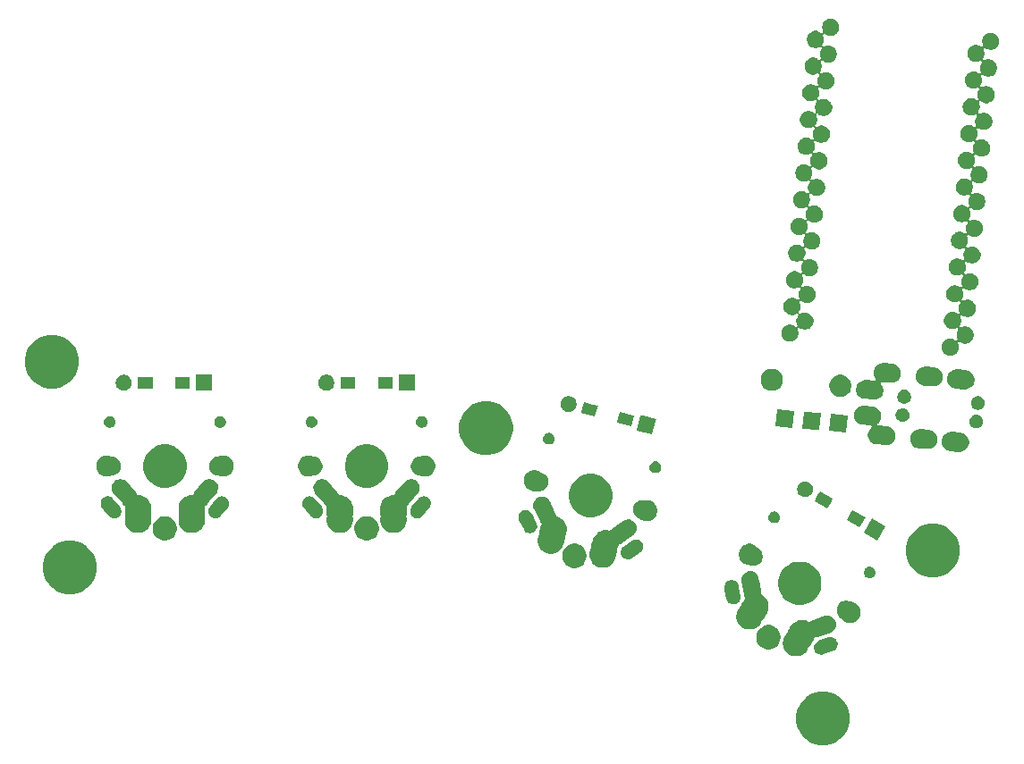
<source format=gbr>
G04 #@! TF.GenerationSoftware,KiCad,Pcbnew,(5.0.1)-4*
G04 #@! TF.CreationDate,2019-01-20T17:45:29+09:00*
G04 #@! TF.ProjectId,va4,7661342E6B696361645F706362000000,rev?*
G04 #@! TF.SameCoordinates,Original*
G04 #@! TF.FileFunction,Soldermask,Bot*
G04 #@! TF.FilePolarity,Negative*
%FSLAX46Y46*%
G04 Gerber Fmt 4.6, Leading zero omitted, Abs format (unit mm)*
G04 Created by KiCad (PCBNEW (5.0.1)-4) date 20/01/2019 17:45:29*
%MOMM*%
%LPD*%
G01*
G04 APERTURE LIST*
%ADD10C,0.100000*%
G04 APERTURE END LIST*
D10*
G36*
X119144096Y-95147033D02*
X119144098Y-95147034D01*
X119144099Y-95147034D01*
X119608352Y-95339333D01*
X120024284Y-95617250D01*
X120026171Y-95618511D01*
X120381489Y-95973829D01*
X120381491Y-95973832D01*
X120660667Y-96391648D01*
X120852966Y-96855901D01*
X120951000Y-97348748D01*
X120951000Y-97851252D01*
X120852966Y-98344099D01*
X120660667Y-98808352D01*
X120382750Y-99224284D01*
X120381489Y-99226171D01*
X120026171Y-99581489D01*
X120026168Y-99581491D01*
X119608352Y-99860667D01*
X119144099Y-100052966D01*
X119144098Y-100052966D01*
X119144096Y-100052967D01*
X118651253Y-100151000D01*
X118148747Y-100151000D01*
X117655904Y-100052967D01*
X117655902Y-100052966D01*
X117655901Y-100052966D01*
X117191648Y-99860667D01*
X116773832Y-99581491D01*
X116773829Y-99581489D01*
X116418511Y-99226171D01*
X116417250Y-99224284D01*
X116139333Y-98808352D01*
X115947034Y-98344099D01*
X115849000Y-97851252D01*
X115849000Y-97348748D01*
X115947034Y-96855901D01*
X116139333Y-96391648D01*
X116418509Y-95973832D01*
X116418511Y-95973829D01*
X116773829Y-95618511D01*
X116775716Y-95617250D01*
X117191648Y-95339333D01*
X117655901Y-95147034D01*
X117655902Y-95147034D01*
X117655904Y-95147033D01*
X118148747Y-95049000D01*
X118651253Y-95049000D01*
X119144096Y-95147033D01*
X119144096Y-95147033D01*
G37*
G36*
X119014140Y-87884732D02*
X119060059Y-87900880D01*
X119167635Y-87938710D01*
X119213424Y-87965817D01*
X119307648Y-88021597D01*
X119428802Y-88130206D01*
X119526438Y-88260363D01*
X119596806Y-88407067D01*
X119637200Y-88564678D01*
X119646070Y-88727146D01*
X119623074Y-88888221D01*
X119569098Y-89041711D01*
X119569096Y-89041714D01*
X119486990Y-89180409D01*
X119486209Y-89181727D01*
X119377600Y-89302880D01*
X119247444Y-89400515D01*
X119137508Y-89453247D01*
X119137501Y-89453250D01*
X119137498Y-89453251D01*
X117886632Y-89908530D01*
X117768511Y-89938804D01*
X117660485Y-89944701D01*
X117636267Y-89948429D01*
X117613241Y-89956810D01*
X117592292Y-89969522D01*
X117574225Y-89986077D01*
X117559736Y-90005838D01*
X117551821Y-90021669D01*
X117508327Y-90126673D01*
X117450877Y-90212652D01*
X117371418Y-90331571D01*
X117357241Y-90345748D01*
X117341695Y-90364690D01*
X117330148Y-90386293D01*
X117258327Y-90559684D01*
X117139830Y-90737027D01*
X117121418Y-90764582D01*
X117087949Y-90798051D01*
X117072403Y-90816993D01*
X117060855Y-90838598D01*
X116968327Y-91061980D01*
X116883514Y-91188911D01*
X116831418Y-91266878D01*
X116657174Y-91441122D01*
X116657171Y-91441124D01*
X116452276Y-91578031D01*
X116224608Y-91672334D01*
X116043340Y-91708390D01*
X115982919Y-91720409D01*
X115736491Y-91720409D01*
X115676070Y-91708390D01*
X115494802Y-91672334D01*
X115267134Y-91578031D01*
X115062239Y-91441124D01*
X115062236Y-91441122D01*
X114887992Y-91266878D01*
X114835896Y-91188911D01*
X114751083Y-91061980D01*
X114656780Y-90834312D01*
X114618671Y-90642724D01*
X114608705Y-90592623D01*
X114608705Y-90346195D01*
X114628778Y-90245284D01*
X114656780Y-90104506D01*
X114751083Y-89876838D01*
X114887990Y-89671943D01*
X114887992Y-89671940D01*
X114921461Y-89638471D01*
X114937007Y-89619529D01*
X114948555Y-89597924D01*
X115041083Y-89374542D01*
X115177990Y-89169647D01*
X115177992Y-89169644D01*
X115192169Y-89155467D01*
X115207715Y-89136525D01*
X115219262Y-89114922D01*
X115291083Y-88941531D01*
X115427990Y-88736636D01*
X115427992Y-88736633D01*
X115602236Y-88562389D01*
X115642125Y-88535736D01*
X115807134Y-88425480D01*
X116034802Y-88331177D01*
X116220150Y-88294309D01*
X116276491Y-88283102D01*
X116522919Y-88283102D01*
X116579260Y-88294309D01*
X116764608Y-88331177D01*
X116992276Y-88425480D01*
X117023004Y-88446012D01*
X117044605Y-88457558D01*
X117068055Y-88464671D01*
X117092441Y-88467073D01*
X117116827Y-88464671D01*
X117140276Y-88457558D01*
X117167450Y-88442066D01*
X117211669Y-88408895D01*
X117321605Y-88356163D01*
X117321612Y-88356160D01*
X117321615Y-88356159D01*
X118572480Y-87900880D01*
X118690602Y-87870607D01*
X118714595Y-87869297D01*
X118853069Y-87861736D01*
X119014140Y-87884732D01*
X119014140Y-87884732D01*
G37*
G36*
X119274536Y-89905235D02*
X119400152Y-89949409D01*
X119514743Y-90017246D01*
X119576118Y-90072267D01*
X119613894Y-90106131D01*
X119629303Y-90126673D01*
X119693798Y-90212650D01*
X119693799Y-90212652D01*
X119751053Y-90332016D01*
X119751389Y-90332718D01*
X119784448Y-90461705D01*
X119791708Y-90594669D01*
X119772887Y-90726492D01*
X119728714Y-90852107D01*
X119660877Y-90966698D01*
X119571990Y-91065851D01*
X119465472Y-91145754D01*
X119414843Y-91170038D01*
X119375488Y-91188915D01*
X118505436Y-91505589D01*
X118420372Y-91536550D01*
X118323710Y-91561323D01*
X118190747Y-91568583D01*
X118058923Y-91549763D01*
X117933308Y-91505589D01*
X117847365Y-91454711D01*
X117818718Y-91437752D01*
X117807264Y-91427484D01*
X117719564Y-91348866D01*
X117639661Y-91242348D01*
X117582071Y-91122282D01*
X117549012Y-90993293D01*
X117541752Y-90860330D01*
X117560572Y-90728506D01*
X117604746Y-90602891D01*
X117672584Y-90488300D01*
X117761469Y-90389147D01*
X117867987Y-90309244D01*
X117957964Y-90266087D01*
X117957972Y-90266083D01*
X118913076Y-89918452D01*
X118913087Y-89918448D01*
X119009749Y-89893675D01*
X119142712Y-89886415D01*
X119274536Y-89905235D01*
X119274536Y-89905235D01*
G37*
G36*
X113585734Y-88802782D02*
X113795202Y-88889546D01*
X113983723Y-89015512D01*
X114144038Y-89175827D01*
X114270004Y-89364348D01*
X114356768Y-89573816D01*
X114401000Y-89796185D01*
X114401000Y-90022915D01*
X114356768Y-90245284D01*
X114270004Y-90454752D01*
X114144038Y-90643273D01*
X113983723Y-90803588D01*
X113795202Y-90929554D01*
X113585734Y-91016318D01*
X113363365Y-91060550D01*
X113136635Y-91060550D01*
X112914266Y-91016318D01*
X112704798Y-90929554D01*
X112516277Y-90803588D01*
X112355962Y-90643273D01*
X112229996Y-90454752D01*
X112143232Y-90245284D01*
X112099000Y-90022915D01*
X112099000Y-89796185D01*
X112143232Y-89573816D01*
X112229996Y-89364348D01*
X112355962Y-89175827D01*
X112516277Y-89015512D01*
X112704798Y-88889546D01*
X112914266Y-88802782D01*
X113136635Y-88758550D01*
X113363365Y-88758550D01*
X113585734Y-88802782D01*
X113585734Y-88802782D01*
G37*
G36*
X111701558Y-83668878D02*
X111856188Y-83719494D01*
X111889851Y-83738443D01*
X111997979Y-83799307D01*
X112031993Y-83828487D01*
X112121472Y-83905248D01*
X112221925Y-84033245D01*
X112267885Y-84123935D01*
X112295476Y-84178379D01*
X112318578Y-84260984D01*
X112328319Y-84295815D01*
X112416293Y-84794743D01*
X112559469Y-85606732D01*
X112568771Y-85728315D01*
X112568771Y-85728319D01*
X112562223Y-85782628D01*
X112561688Y-85807127D01*
X112565943Y-85831259D01*
X112574825Y-85854097D01*
X112587991Y-85874764D01*
X112604936Y-85892465D01*
X112616871Y-85901520D01*
X112780110Y-86010593D01*
X112797764Y-86022389D01*
X112972008Y-86196633D01*
X112972010Y-86196636D01*
X113108917Y-86401531D01*
X113203220Y-86629199D01*
X113251295Y-86870889D01*
X113251295Y-87117315D01*
X113203220Y-87359005D01*
X113108917Y-87586673D01*
X112988570Y-87766784D01*
X112972008Y-87791571D01*
X112957832Y-87805747D01*
X112942286Y-87824689D01*
X112930738Y-87846293D01*
X112858917Y-88019685D01*
X112722627Y-88223656D01*
X112722008Y-88224583D01*
X112688538Y-88258053D01*
X112672992Y-88276995D01*
X112661444Y-88298598D01*
X112568917Y-88521980D01*
X112496714Y-88630039D01*
X112432008Y-88726878D01*
X112257764Y-88901122D01*
X112257761Y-88901124D01*
X112052866Y-89038031D01*
X111825198Y-89132334D01*
X111643930Y-89168390D01*
X111583509Y-89180409D01*
X111337081Y-89180409D01*
X111276659Y-89168390D01*
X111095392Y-89132334D01*
X110867724Y-89038031D01*
X110662829Y-88901124D01*
X110662826Y-88901122D01*
X110488582Y-88726878D01*
X110423876Y-88630039D01*
X110351673Y-88521980D01*
X110257370Y-88294312D01*
X110209295Y-88052622D01*
X110209295Y-87806196D01*
X110217135Y-87766784D01*
X110240645Y-87648590D01*
X110257370Y-87564506D01*
X110351673Y-87336838D01*
X110488580Y-87131943D01*
X110488582Y-87131940D01*
X110522052Y-87098470D01*
X110537598Y-87079528D01*
X110549146Y-87057925D01*
X110641673Y-86834543D01*
X110778580Y-86629648D01*
X110778582Y-86629645D01*
X110792758Y-86615469D01*
X110808304Y-86596527D01*
X110819852Y-86574923D01*
X110891673Y-86401531D01*
X110996019Y-86245367D01*
X111005546Y-86231108D01*
X111017097Y-86209497D01*
X111024210Y-86186048D01*
X111026612Y-86161661D01*
X111024210Y-86137275D01*
X111013111Y-86105156D01*
X110965412Y-86011035D01*
X110965410Y-86011031D01*
X110932567Y-85893598D01*
X110701417Y-84582677D01*
X110692115Y-84461094D01*
X110692115Y-84461091D01*
X110711591Y-84299555D01*
X110762207Y-84144925D01*
X110781156Y-84111262D01*
X110842020Y-84003134D01*
X110925994Y-83905248D01*
X110947961Y-83879641D01*
X111075958Y-83779188D01*
X111221088Y-83705639D01*
X111221092Y-83705637D01*
X111377786Y-83661814D01*
X111540019Y-83649402D01*
X111540022Y-83649402D01*
X111701558Y-83668878D01*
X111701558Y-83668878D01*
G37*
G36*
X120862221Y-86473624D02*
X121021231Y-86539489D01*
X121044669Y-86546598D01*
X121054544Y-86547571D01*
X121061728Y-86549000D01*
X121061730Y-86549000D01*
X121247555Y-86585963D01*
X121255121Y-86587468D01*
X121437290Y-86662925D01*
X121601243Y-86772475D01*
X121740665Y-86911897D01*
X121850215Y-87075850D01*
X121925672Y-87258019D01*
X121964140Y-87451410D01*
X121964140Y-87648590D01*
X121925672Y-87841981D01*
X121850215Y-88024150D01*
X121740665Y-88188103D01*
X121601243Y-88327525D01*
X121437290Y-88437075D01*
X121269606Y-88506532D01*
X121255121Y-88512532D01*
X121061730Y-88551000D01*
X120864550Y-88551000D01*
X120671159Y-88512532D01*
X120656674Y-88506532D01*
X120488990Y-88437075D01*
X120325037Y-88327525D01*
X120185613Y-88188101D01*
X120149974Y-88134764D01*
X120134429Y-88115822D01*
X120115491Y-88100281D01*
X120025055Y-88039853D01*
X119899556Y-87914354D01*
X119800953Y-87766784D01*
X119733033Y-87602812D01*
X119698409Y-87428741D01*
X119698409Y-87251259D01*
X119733033Y-87077188D01*
X119800953Y-86913216D01*
X119899556Y-86765646D01*
X120025055Y-86640147D01*
X120172625Y-86541544D01*
X120336597Y-86473624D01*
X120510668Y-86439000D01*
X120688150Y-86439000D01*
X120862221Y-86473624D01*
X120862221Y-86473624D01*
G37*
G36*
X116798252Y-82827818D02*
X116798254Y-82827819D01*
X116798255Y-82827819D01*
X117171513Y-82982427D01*
X117336997Y-83093000D01*
X117507439Y-83206886D01*
X117793114Y-83492561D01*
X117793116Y-83492564D01*
X118017573Y-83828487D01*
X118171740Y-84200681D01*
X118172182Y-84201748D01*
X118251000Y-84597993D01*
X118251000Y-85002007D01*
X118195408Y-85281489D01*
X118172181Y-85398255D01*
X118017573Y-85771513D01*
X117857823Y-86010595D01*
X117793114Y-86107439D01*
X117507439Y-86393114D01*
X117507436Y-86393116D01*
X117171513Y-86617573D01*
X116798255Y-86772181D01*
X116798254Y-86772181D01*
X116798252Y-86772182D01*
X116402007Y-86851000D01*
X115997993Y-86851000D01*
X115601748Y-86772182D01*
X115601746Y-86772181D01*
X115601745Y-86772181D01*
X115228487Y-86617573D01*
X114892564Y-86393116D01*
X114892561Y-86393114D01*
X114606886Y-86107439D01*
X114542177Y-86010595D01*
X114382427Y-85771513D01*
X114227819Y-85398255D01*
X114204593Y-85281489D01*
X114149000Y-85002007D01*
X114149000Y-84597993D01*
X114227818Y-84201748D01*
X114228260Y-84200681D01*
X114382427Y-83828487D01*
X114606884Y-83492564D01*
X114606886Y-83492561D01*
X114892561Y-83206886D01*
X115063003Y-83093000D01*
X115228487Y-82982427D01*
X115601745Y-82827819D01*
X115601746Y-82827819D01*
X115601748Y-82827818D01*
X115997993Y-82749000D01*
X116402007Y-82749000D01*
X116798252Y-82827818D01*
X116798252Y-82827818D01*
G37*
G36*
X109897805Y-84496546D02*
X110024366Y-84537973D01*
X110140399Y-84603288D01*
X110241467Y-84689990D01*
X110323678Y-84794743D01*
X110383871Y-84913520D01*
X110410751Y-85009631D01*
X110452148Y-85244404D01*
X110587248Y-86010593D01*
X110587282Y-86011035D01*
X110594861Y-86110103D01*
X110578922Y-86242301D01*
X110537495Y-86368862D01*
X110472180Y-86484895D01*
X110385478Y-86585963D01*
X110280725Y-86668174D01*
X110161948Y-86728368D01*
X110033707Y-86764233D01*
X109900933Y-86774392D01*
X109800994Y-86762342D01*
X109768732Y-86758452D01*
X109704870Y-86737547D01*
X109642174Y-86717025D01*
X109526141Y-86651710D01*
X109425075Y-86565010D01*
X109342861Y-86460253D01*
X109282669Y-86341478D01*
X109255789Y-86245367D01*
X109106420Y-85398252D01*
X109079292Y-85244404D01*
X109071679Y-85144897D01*
X109071679Y-85144896D01*
X109087618Y-85012697D01*
X109129045Y-84886136D01*
X109194360Y-84770103D01*
X109281062Y-84669035D01*
X109385815Y-84586824D01*
X109504592Y-84526630D01*
X109632833Y-84490765D01*
X109765605Y-84480607D01*
X109765606Y-84480607D01*
X109897805Y-84496546D01*
X109897805Y-84496546D01*
G37*
G36*
X47844096Y-80847033D02*
X47844098Y-80847034D01*
X47844099Y-80847034D01*
X48308352Y-81039333D01*
X48698196Y-81299819D01*
X48726171Y-81318511D01*
X49081489Y-81673829D01*
X49081491Y-81673832D01*
X49360667Y-82091648D01*
X49545818Y-82538644D01*
X49552967Y-82555904D01*
X49651000Y-83048747D01*
X49651000Y-83551253D01*
X49555126Y-84033244D01*
X49552966Y-84044099D01*
X49360667Y-84508352D01*
X49089942Y-84913520D01*
X49081489Y-84926171D01*
X48726171Y-85281489D01*
X48726168Y-85281491D01*
X48308352Y-85560667D01*
X47844099Y-85752966D01*
X47844098Y-85752966D01*
X47844096Y-85752967D01*
X47351253Y-85851000D01*
X46848747Y-85851000D01*
X46355904Y-85752967D01*
X46355902Y-85752966D01*
X46355901Y-85752966D01*
X45891648Y-85560667D01*
X45473832Y-85281491D01*
X45473829Y-85281489D01*
X45118511Y-84926171D01*
X45110058Y-84913520D01*
X44839333Y-84508352D01*
X44647034Y-84044099D01*
X44644875Y-84033244D01*
X44549000Y-83551253D01*
X44549000Y-83048747D01*
X44647033Y-82555904D01*
X44654182Y-82538644D01*
X44839333Y-82091648D01*
X45118509Y-81673832D01*
X45118511Y-81673829D01*
X45473829Y-81318511D01*
X45501804Y-81299819D01*
X45891648Y-81039333D01*
X46355901Y-80847034D01*
X46355902Y-80847034D01*
X46355904Y-80847033D01*
X46848747Y-80749000D01*
X47351253Y-80749000D01*
X47844096Y-80847033D01*
X47844096Y-80847033D01*
G37*
G36*
X122981374Y-83242867D02*
X123081648Y-83284402D01*
X123171898Y-83344705D01*
X123248641Y-83421448D01*
X123308944Y-83511698D01*
X123350479Y-83611972D01*
X123371653Y-83718423D01*
X123371653Y-83826963D01*
X123350479Y-83933414D01*
X123308944Y-84033688D01*
X123248641Y-84123938D01*
X123171898Y-84200681D01*
X123081648Y-84260984D01*
X122981374Y-84302519D01*
X122874923Y-84323693D01*
X122766383Y-84323693D01*
X122659932Y-84302519D01*
X122559658Y-84260984D01*
X122469408Y-84200681D01*
X122392665Y-84123938D01*
X122332362Y-84033688D01*
X122290827Y-83933414D01*
X122269653Y-83826963D01*
X122269653Y-83718423D01*
X122290827Y-83611972D01*
X122332362Y-83511698D01*
X122392665Y-83421448D01*
X122469408Y-83344705D01*
X122559658Y-83284402D01*
X122659932Y-83242867D01*
X122766383Y-83221693D01*
X122874923Y-83221693D01*
X122981374Y-83242867D01*
X122981374Y-83242867D01*
G37*
G36*
X129544096Y-79247033D02*
X129544098Y-79247034D01*
X129544099Y-79247034D01*
X130008352Y-79439333D01*
X130325102Y-79650979D01*
X130426171Y-79718511D01*
X130781489Y-80073829D01*
X130781491Y-80073832D01*
X131060667Y-80491648D01*
X131252875Y-80955682D01*
X131252967Y-80955904D01*
X131351000Y-81448747D01*
X131351000Y-81951253D01*
X131255308Y-82432329D01*
X131252966Y-82444099D01*
X131060667Y-82908352D01*
X130795147Y-83305730D01*
X130781489Y-83326171D01*
X130426171Y-83681489D01*
X130426168Y-83681491D01*
X130008352Y-83960667D01*
X129544099Y-84152966D01*
X129544098Y-84152966D01*
X129544096Y-84152967D01*
X129051253Y-84251000D01*
X128548747Y-84251000D01*
X128055904Y-84152967D01*
X128055902Y-84152966D01*
X128055901Y-84152966D01*
X127591648Y-83960667D01*
X127173832Y-83681491D01*
X127173829Y-83681489D01*
X126818511Y-83326171D01*
X126804853Y-83305730D01*
X126539333Y-82908352D01*
X126347034Y-82444099D01*
X126344693Y-82432329D01*
X126249000Y-81951253D01*
X126249000Y-81448747D01*
X126347033Y-80955904D01*
X126347125Y-80955682D01*
X126539333Y-80491648D01*
X126818509Y-80073832D01*
X126818511Y-80073829D01*
X127173829Y-79718511D01*
X127274898Y-79650979D01*
X127591648Y-79439333D01*
X128055901Y-79247034D01*
X128055902Y-79247034D01*
X128055904Y-79247033D01*
X128548747Y-79149000D01*
X129051253Y-79149000D01*
X129544096Y-79247033D01*
X129544096Y-79247033D01*
G37*
G36*
X95208702Y-81092194D02*
X95418170Y-81178958D01*
X95606691Y-81304924D01*
X95767006Y-81465239D01*
X95892972Y-81653760D01*
X95979736Y-81863228D01*
X96023968Y-82085597D01*
X96023968Y-82312327D01*
X95979736Y-82534696D01*
X95892972Y-82744164D01*
X95767006Y-82932685D01*
X95606691Y-83093000D01*
X95418170Y-83218966D01*
X95208702Y-83305730D01*
X94986333Y-83349962D01*
X94759603Y-83349962D01*
X94537234Y-83305730D01*
X94327766Y-83218966D01*
X94139245Y-83093000D01*
X93978930Y-82932685D01*
X93852964Y-82744164D01*
X93766200Y-82534696D01*
X93721968Y-82312327D01*
X93721968Y-82085597D01*
X93766200Y-81863228D01*
X93852964Y-81653760D01*
X93978930Y-81465239D01*
X94139245Y-81304924D01*
X94327766Y-81178958D01*
X94537234Y-81092194D01*
X94759603Y-81047962D01*
X94986333Y-81047962D01*
X95208702Y-81092194D01*
X95208702Y-81092194D01*
G37*
G36*
X100078874Y-78763681D02*
X100235569Y-78807505D01*
X100235570Y-78807505D01*
X100235572Y-78807506D01*
X100380702Y-78881055D01*
X100380704Y-78881056D01*
X100380703Y-78881056D01*
X100508700Y-78981508D01*
X100545647Y-79024577D01*
X100614638Y-79104998D01*
X100614639Y-79105000D01*
X100614640Y-79105001D01*
X100694452Y-79246789D01*
X100694453Y-79246792D01*
X100745069Y-79401423D01*
X100756774Y-79498503D01*
X100764545Y-79562962D01*
X100752134Y-79725195D01*
X100720993Y-79836538D01*
X100708308Y-79881893D01*
X100640378Y-80015934D01*
X100634758Y-80027024D01*
X100534306Y-80155021D01*
X100441755Y-80234416D01*
X99891077Y-80620004D01*
X99351348Y-80997926D01*
X99245082Y-81057743D01*
X99144798Y-81090569D01*
X99122369Y-81100438D01*
X99102297Y-81114493D01*
X99085352Y-81132194D01*
X99072186Y-81152861D01*
X99061087Y-81184980D01*
X99021100Y-81386007D01*
X98949278Y-81559401D01*
X98942168Y-81582841D01*
X98939766Y-81607227D01*
X98939766Y-81627280D01*
X98891691Y-81868970D01*
X98799163Y-82092352D01*
X98792053Y-82115793D01*
X98789651Y-82140179D01*
X98789651Y-82187517D01*
X98741576Y-82429207D01*
X98647273Y-82656875D01*
X98533052Y-82827818D01*
X98510364Y-82861773D01*
X98336120Y-83036017D01*
X98336117Y-83036019D01*
X98131222Y-83172926D01*
X97903554Y-83267229D01*
X97722286Y-83303285D01*
X97661865Y-83315304D01*
X97415437Y-83315304D01*
X97355016Y-83303285D01*
X97173748Y-83267229D01*
X96946080Y-83172926D01*
X96741185Y-83036019D01*
X96741182Y-83036017D01*
X96566938Y-82861773D01*
X96544250Y-82827818D01*
X96430029Y-82656875D01*
X96335726Y-82429207D01*
X96287651Y-82187517D01*
X96287651Y-81941091D01*
X96335726Y-81699401D01*
X96428254Y-81476019D01*
X96435364Y-81452578D01*
X96437766Y-81428192D01*
X96437766Y-81380853D01*
X96476728Y-81184980D01*
X96485841Y-81139164D01*
X96557663Y-80965770D01*
X96564773Y-80942330D01*
X96567175Y-80917944D01*
X96567175Y-80897890D01*
X96591798Y-80774102D01*
X96615250Y-80656201D01*
X96709553Y-80428533D01*
X96846460Y-80223638D01*
X96846462Y-80223635D01*
X97020706Y-80049391D01*
X97048230Y-80031000D01*
X97225604Y-79912482D01*
X97453272Y-79818179D01*
X97653582Y-79778335D01*
X97694961Y-79770104D01*
X97941389Y-79770104D01*
X98154755Y-79812545D01*
X98179141Y-79814947D01*
X98203527Y-79812545D01*
X98226977Y-79805432D01*
X98248587Y-79793881D01*
X98267529Y-79778335D01*
X98277474Y-79767119D01*
X98311246Y-79724087D01*
X98311249Y-79724084D01*
X98403799Y-79644689D01*
X98971710Y-79247033D01*
X99494206Y-78881177D01*
X99501573Y-78877030D01*
X99600469Y-78821362D01*
X99677085Y-78796284D01*
X99755103Y-78770745D01*
X99916639Y-78751269D01*
X99916641Y-78751269D01*
X100078874Y-78763681D01*
X100078874Y-78763681D01*
G37*
G36*
X111728841Y-81087468D02*
X111911010Y-81162925D01*
X112074963Y-81272475D01*
X112214387Y-81411899D01*
X112250026Y-81465236D01*
X112265571Y-81484178D01*
X112284509Y-81499719D01*
X112374945Y-81560147D01*
X112500444Y-81685646D01*
X112599047Y-81833216D01*
X112666967Y-81997188D01*
X112701591Y-82171259D01*
X112701591Y-82348741D01*
X112666967Y-82522812D01*
X112599047Y-82686784D01*
X112500444Y-82834354D01*
X112374945Y-82959853D01*
X112227375Y-83058456D01*
X112063403Y-83126376D01*
X111889332Y-83161000D01*
X111711850Y-83161000D01*
X111537779Y-83126376D01*
X111378769Y-83060511D01*
X111355331Y-83053402D01*
X111345456Y-83052429D01*
X111338272Y-83051000D01*
X111338270Y-83051000D01*
X111144879Y-83012532D01*
X111072202Y-82982428D01*
X110962710Y-82937075D01*
X110798757Y-82827525D01*
X110659335Y-82688103D01*
X110549785Y-82524150D01*
X110474328Y-82341981D01*
X110435860Y-82148590D01*
X110435860Y-81951410D01*
X110474328Y-81758019D01*
X110549785Y-81575850D01*
X110659335Y-81411897D01*
X110798757Y-81272475D01*
X110962710Y-81162925D01*
X111144879Y-81087468D01*
X111338270Y-81049000D01*
X111535450Y-81049000D01*
X111728841Y-81087468D01*
X111728841Y-81087468D01*
G37*
G36*
X100708725Y-80636879D02*
X100823877Y-80645689D01*
X100952116Y-80681554D01*
X101070896Y-80741748D01*
X101175647Y-80823958D01*
X101217474Y-80872716D01*
X101262349Y-80925026D01*
X101262350Y-80925028D01*
X101327669Y-81041067D01*
X101369092Y-81167616D01*
X101381055Y-81266838D01*
X101385032Y-81299821D01*
X101383684Y-81317441D01*
X101374874Y-81432593D01*
X101339009Y-81560832D01*
X101278815Y-81679612D01*
X101196603Y-81784365D01*
X101156730Y-81818570D01*
X101120858Y-81849343D01*
X100549874Y-82249150D01*
X100288267Y-82432329D01*
X100201302Y-82481282D01*
X100074753Y-82522705D01*
X99942550Y-82538645D01*
X99809777Y-82528487D01*
X99681536Y-82492622D01*
X99562757Y-82432427D01*
X99458009Y-82350220D01*
X99416243Y-82301533D01*
X99371305Y-82249150D01*
X99357164Y-82224029D01*
X99305985Y-82133109D01*
X99264562Y-82006560D01*
X99248622Y-81874357D01*
X99258780Y-81741584D01*
X99294645Y-81613343D01*
X99354840Y-81494564D01*
X99437049Y-81389813D01*
X99512790Y-81324838D01*
X100345386Y-80741847D01*
X100432351Y-80692894D01*
X100558900Y-80651471D01*
X100691103Y-80635531D01*
X100691105Y-80635531D01*
X100708725Y-80636879D01*
X100708725Y-80636879D01*
G37*
G36*
X91900555Y-76579264D02*
X91924548Y-76580574D01*
X92082161Y-76620968D01*
X92228865Y-76691336D01*
X92359022Y-76788972D01*
X92467632Y-76910125D01*
X92529749Y-77015056D01*
X92529751Y-77015060D01*
X93092314Y-78221478D01*
X93112023Y-78277525D01*
X93132768Y-78336514D01*
X93132768Y-78336516D01*
X93140581Y-78391239D01*
X93146405Y-78415041D01*
X93156761Y-78437250D01*
X93171251Y-78457011D01*
X93189318Y-78473566D01*
X93210267Y-78486278D01*
X93239938Y-78496170D01*
X93276175Y-78503378D01*
X93503843Y-78597681D01*
X93652424Y-78696960D01*
X93708741Y-78734590D01*
X93882985Y-78908834D01*
X93882987Y-78908837D01*
X94019894Y-79113732D01*
X94114197Y-79341400D01*
X94143086Y-79486635D01*
X94161154Y-79577466D01*
X94162272Y-79583090D01*
X94162272Y-79829516D01*
X94114197Y-80071206D01*
X94042375Y-80244600D01*
X94035265Y-80268040D01*
X94032863Y-80292426D01*
X94032863Y-80312480D01*
X94028638Y-80333720D01*
X93984788Y-80554169D01*
X93892260Y-80777551D01*
X93885150Y-80800992D01*
X93882748Y-80825378D01*
X93882748Y-80872717D01*
X93875485Y-80909228D01*
X93834673Y-81114406D01*
X93740370Y-81342074D01*
X93635032Y-81499723D01*
X93603461Y-81546972D01*
X93429217Y-81721216D01*
X93429214Y-81721218D01*
X93224319Y-81858125D01*
X92996651Y-81952428D01*
X92815384Y-81988484D01*
X92754962Y-82000503D01*
X92508534Y-82000503D01*
X92448112Y-81988484D01*
X92266845Y-81952428D01*
X92039177Y-81858125D01*
X91834282Y-81721218D01*
X91834279Y-81721216D01*
X91660035Y-81546972D01*
X91628464Y-81499723D01*
X91523126Y-81342074D01*
X91428823Y-81114406D01*
X91388011Y-80909228D01*
X91380748Y-80872717D01*
X91380748Y-80626289D01*
X91407054Y-80494040D01*
X91428823Y-80384600D01*
X91521351Y-80161218D01*
X91528461Y-80137777D01*
X91530863Y-80113391D01*
X91530863Y-80066052D01*
X91561410Y-79912482D01*
X91578938Y-79824363D01*
X91650760Y-79650969D01*
X91657870Y-79627529D01*
X91660272Y-79603143D01*
X91660272Y-79583089D01*
X91705815Y-79354128D01*
X91708347Y-79341400D01*
X91751837Y-79236405D01*
X91758950Y-79212957D01*
X91761352Y-79188571D01*
X91758950Y-79164185D01*
X91751837Y-79140735D01*
X91740286Y-79119125D01*
X91729428Y-79105133D01*
X91719922Y-79094529D01*
X91657212Y-79024577D01*
X91595095Y-78919646D01*
X91587769Y-78903935D01*
X91032530Y-77713223D01*
X90992076Y-77598186D01*
X90969080Y-77437113D01*
X90977951Y-77274650D01*
X90977951Y-77274647D01*
X91018345Y-77117034D01*
X91088713Y-76970330D01*
X91186349Y-76840173D01*
X91307502Y-76731563D01*
X91377509Y-76690120D01*
X91447515Y-76648677D01*
X91541299Y-76615697D01*
X91601008Y-76594699D01*
X91633209Y-76590102D01*
X91762082Y-76571703D01*
X91900555Y-76579264D01*
X91900555Y-76579264D01*
G37*
G36*
X75535734Y-78493232D02*
X75745202Y-78579996D01*
X75933723Y-78705962D01*
X76094038Y-78866277D01*
X76220004Y-79054798D01*
X76306768Y-79264266D01*
X76351000Y-79486635D01*
X76351000Y-79713365D01*
X76306768Y-79935734D01*
X76220004Y-80145202D01*
X76094038Y-80333723D01*
X75933723Y-80494038D01*
X75745202Y-80620004D01*
X75535734Y-80706768D01*
X75313365Y-80751000D01*
X75086635Y-80751000D01*
X74864266Y-80706768D01*
X74654798Y-80620004D01*
X74466277Y-80494038D01*
X74305962Y-80333723D01*
X74179996Y-80145202D01*
X74093232Y-79935734D01*
X74049000Y-79713365D01*
X74049000Y-79486635D01*
X74093232Y-79264266D01*
X74179996Y-79054798D01*
X74305962Y-78866277D01*
X74466277Y-78705962D01*
X74654798Y-78579996D01*
X74864266Y-78493232D01*
X75086635Y-78449000D01*
X75313365Y-78449000D01*
X75535734Y-78493232D01*
X75535734Y-78493232D01*
G37*
G36*
X56435734Y-78493232D02*
X56645202Y-78579996D01*
X56833723Y-78705962D01*
X56994038Y-78866277D01*
X57120004Y-79054798D01*
X57206768Y-79264266D01*
X57251000Y-79486635D01*
X57251000Y-79713365D01*
X57206768Y-79935734D01*
X57120004Y-80145202D01*
X56994038Y-80333723D01*
X56833723Y-80494038D01*
X56645202Y-80620004D01*
X56435734Y-80706768D01*
X56213365Y-80751000D01*
X55986635Y-80751000D01*
X55764266Y-80706768D01*
X55554798Y-80620004D01*
X55366277Y-80494038D01*
X55205962Y-80333723D01*
X55079996Y-80145202D01*
X54993232Y-79935734D01*
X54949000Y-79713365D01*
X54949000Y-79486635D01*
X54993232Y-79264266D01*
X55079996Y-79054798D01*
X55205962Y-78866277D01*
X55366277Y-78705962D01*
X55554798Y-78579996D01*
X55764266Y-78493232D01*
X55986635Y-78449000D01*
X56213365Y-78449000D01*
X56435734Y-78493232D01*
X56435734Y-78493232D01*
G37*
G36*
X124323393Y-79430664D02*
X123573893Y-80728836D01*
X122275721Y-79979336D01*
X123025221Y-78681164D01*
X124323393Y-79430664D01*
X124323393Y-79430664D01*
G37*
G36*
X90366970Y-77845274D02*
X90495967Y-77878334D01*
X90616024Y-77935921D01*
X90722548Y-78015828D01*
X90811434Y-78114980D01*
X90862273Y-78200859D01*
X91291822Y-79122025D01*
X91324932Y-79216178D01*
X91343752Y-79347998D01*
X91339238Y-79430664D01*
X91336492Y-79480962D01*
X91331996Y-79498503D01*
X91303432Y-79609957D01*
X91245845Y-79730014D01*
X91165938Y-79836538D01*
X91066786Y-79925424D01*
X90952201Y-79993257D01*
X90826579Y-80037434D01*
X90694759Y-80056254D01*
X90575563Y-80049746D01*
X90561795Y-80048994D01*
X90491587Y-80031000D01*
X90432802Y-80015934D01*
X90352762Y-79977542D01*
X90312741Y-79958346D01*
X90206220Y-79878440D01*
X90162362Y-79829517D01*
X90117334Y-79779288D01*
X90066495Y-79693409D01*
X89636946Y-78772242D01*
X89603836Y-78678089D01*
X89585016Y-78546269D01*
X89592276Y-78413308D01*
X89625336Y-78284311D01*
X89682923Y-78164254D01*
X89762830Y-78057730D01*
X89861982Y-77968844D01*
X89976567Y-77901011D01*
X90102189Y-77856834D01*
X90234009Y-77838014D01*
X90366970Y-77845274D01*
X90366970Y-77845274D01*
G37*
G36*
X60402100Y-74936160D02*
X60445767Y-74945342D01*
X60561327Y-74969641D01*
X60710958Y-75033541D01*
X60845251Y-75125406D01*
X60893091Y-75174302D01*
X60959042Y-75241708D01*
X61047957Y-75377973D01*
X61108579Y-75528965D01*
X61138579Y-75688883D01*
X61136804Y-75851581D01*
X61129766Y-75885052D01*
X61103323Y-76010808D01*
X61039423Y-76160438D01*
X61039421Y-76160441D01*
X60970574Y-76261085D01*
X60589041Y-76715778D01*
X60114930Y-77280802D01*
X60027772Y-77366078D01*
X59940392Y-77423095D01*
X59921282Y-77438433D01*
X59905531Y-77457205D01*
X59893745Y-77478688D01*
X59886376Y-77502058D01*
X59883708Y-77526417D01*
X59886103Y-77552165D01*
X59888228Y-77562849D01*
X59891000Y-77576787D01*
X59891000Y-77823213D01*
X59875022Y-77903542D01*
X59870631Y-77925613D01*
X59868229Y-77950000D01*
X59870631Y-77974383D01*
X59880316Y-78023074D01*
X59891000Y-78076787D01*
X59891000Y-78323214D01*
X59862675Y-78465614D01*
X59860273Y-78490000D01*
X59862675Y-78514386D01*
X59891000Y-78656786D01*
X59891000Y-78903214D01*
X59887732Y-78919642D01*
X59842925Y-79144903D01*
X59748622Y-79372571D01*
X59632354Y-79546578D01*
X59611713Y-79577469D01*
X59437469Y-79751713D01*
X59437466Y-79751715D01*
X59232571Y-79888622D01*
X59004903Y-79982925D01*
X58838955Y-80015934D01*
X58763214Y-80031000D01*
X58516786Y-80031000D01*
X58441045Y-80015934D01*
X58275097Y-79982925D01*
X58047429Y-79888622D01*
X57842534Y-79751715D01*
X57842531Y-79751713D01*
X57668287Y-79577469D01*
X57647646Y-79546578D01*
X57531378Y-79372571D01*
X57437075Y-79144903D01*
X57392268Y-78919642D01*
X57389000Y-78903214D01*
X57389000Y-78656786D01*
X57417325Y-78514386D01*
X57419727Y-78490000D01*
X57417325Y-78465614D01*
X57389000Y-78323214D01*
X57389000Y-78076787D01*
X57399684Y-78023074D01*
X57409369Y-77974383D01*
X57411771Y-77950000D01*
X57409369Y-77925613D01*
X57404979Y-77903542D01*
X57389000Y-77823213D01*
X57389000Y-77576787D01*
X57393898Y-77552165D01*
X57403599Y-77503393D01*
X57437075Y-77335097D01*
X57531378Y-77107429D01*
X57668285Y-76902534D01*
X57668287Y-76902531D01*
X57842531Y-76728287D01*
X57843458Y-76727668D01*
X58047429Y-76591378D01*
X58275097Y-76497075D01*
X58456364Y-76461019D01*
X58516786Y-76449000D01*
X58642761Y-76449000D01*
X58667147Y-76446598D01*
X58690596Y-76439485D01*
X58712207Y-76427934D01*
X58731149Y-76412388D01*
X58746695Y-76393446D01*
X58757717Y-76373092D01*
X58780577Y-76319563D01*
X58820580Y-76261085D01*
X58849426Y-76218916D01*
X59705068Y-75199200D01*
X59792227Y-75113922D01*
X59928492Y-75025007D01*
X60079484Y-74964385D01*
X60202473Y-74941313D01*
X60239401Y-74934385D01*
X60239402Y-74934385D01*
X60402100Y-74936160D01*
X60402100Y-74936160D01*
G37*
G36*
X79502100Y-74936160D02*
X79545767Y-74945342D01*
X79661327Y-74969641D01*
X79810958Y-75033541D01*
X79945251Y-75125406D01*
X79993091Y-75174302D01*
X80059042Y-75241708D01*
X80147957Y-75377973D01*
X80208579Y-75528965D01*
X80238579Y-75688883D01*
X80236804Y-75851581D01*
X80229766Y-75885052D01*
X80203323Y-76010808D01*
X80139423Y-76160438D01*
X80139421Y-76160441D01*
X80070574Y-76261085D01*
X79689041Y-76715778D01*
X79214930Y-77280802D01*
X79127772Y-77366078D01*
X79040392Y-77423095D01*
X79021282Y-77438433D01*
X79005531Y-77457205D01*
X78993745Y-77478688D01*
X78986376Y-77502058D01*
X78983708Y-77526417D01*
X78986103Y-77552165D01*
X78988228Y-77562849D01*
X78991000Y-77576787D01*
X78991000Y-77823213D01*
X78975022Y-77903542D01*
X78970631Y-77925613D01*
X78968229Y-77950000D01*
X78970631Y-77974383D01*
X78980316Y-78023074D01*
X78991000Y-78076787D01*
X78991000Y-78323214D01*
X78962675Y-78465614D01*
X78960273Y-78490000D01*
X78962675Y-78514386D01*
X78991000Y-78656786D01*
X78991000Y-78903214D01*
X78987732Y-78919642D01*
X78942925Y-79144903D01*
X78848622Y-79372571D01*
X78732354Y-79546578D01*
X78711713Y-79577469D01*
X78537469Y-79751713D01*
X78537466Y-79751715D01*
X78332571Y-79888622D01*
X78104903Y-79982925D01*
X77938955Y-80015934D01*
X77863214Y-80031000D01*
X77616786Y-80031000D01*
X77541045Y-80015934D01*
X77375097Y-79982925D01*
X77147429Y-79888622D01*
X76942534Y-79751715D01*
X76942531Y-79751713D01*
X76768287Y-79577469D01*
X76747646Y-79546578D01*
X76631378Y-79372571D01*
X76537075Y-79144903D01*
X76492268Y-78919642D01*
X76489000Y-78903214D01*
X76489000Y-78656786D01*
X76517325Y-78514386D01*
X76519727Y-78490000D01*
X76517325Y-78465614D01*
X76489000Y-78323214D01*
X76489000Y-78076787D01*
X76499684Y-78023074D01*
X76509369Y-77974383D01*
X76511771Y-77950000D01*
X76509369Y-77925613D01*
X76504979Y-77903542D01*
X76489000Y-77823213D01*
X76489000Y-77576787D01*
X76493898Y-77552165D01*
X76503599Y-77503393D01*
X76537075Y-77335097D01*
X76631378Y-77107429D01*
X76768285Y-76902534D01*
X76768287Y-76902531D01*
X76942531Y-76728287D01*
X76943458Y-76727668D01*
X77147429Y-76591378D01*
X77375097Y-76497075D01*
X77556364Y-76461019D01*
X77616786Y-76449000D01*
X77742761Y-76449000D01*
X77767147Y-76446598D01*
X77790596Y-76439485D01*
X77812207Y-76427934D01*
X77831149Y-76412388D01*
X77846695Y-76393446D01*
X77857717Y-76373092D01*
X77880577Y-76319563D01*
X77920580Y-76261085D01*
X77949426Y-76218916D01*
X78805068Y-75199200D01*
X78892227Y-75113922D01*
X79028492Y-75025007D01*
X79179484Y-74964385D01*
X79302473Y-74941313D01*
X79339401Y-74934385D01*
X79339402Y-74934385D01*
X79502100Y-74936160D01*
X79502100Y-74936160D01*
G37*
G36*
X71097526Y-74941313D02*
X71220515Y-74964385D01*
X71371507Y-75025007D01*
X71507772Y-75113922D01*
X71507773Y-75113923D01*
X71594930Y-75199198D01*
X71941296Y-75611981D01*
X72450574Y-76218915D01*
X72479420Y-76261084D01*
X72504669Y-76297993D01*
X72519421Y-76319559D01*
X72542149Y-76372779D01*
X72542282Y-76373092D01*
X72554069Y-76394575D01*
X72569820Y-76413347D01*
X72588930Y-76428685D01*
X72610665Y-76440000D01*
X72634191Y-76446857D01*
X72657239Y-76449000D01*
X72783214Y-76449000D01*
X72843636Y-76461019D01*
X73024903Y-76497075D01*
X73252571Y-76591378D01*
X73456542Y-76727668D01*
X73457469Y-76728287D01*
X73631713Y-76902531D01*
X73631715Y-76902534D01*
X73768622Y-77107429D01*
X73862925Y-77335097D01*
X73896401Y-77503393D01*
X73906103Y-77552165D01*
X73911000Y-77576787D01*
X73911000Y-77823213D01*
X73895022Y-77903542D01*
X73890631Y-77925613D01*
X73888229Y-77950000D01*
X73890631Y-77974383D01*
X73900316Y-78023074D01*
X73911000Y-78076787D01*
X73911000Y-78323214D01*
X73882675Y-78465614D01*
X73880273Y-78490000D01*
X73882675Y-78514386D01*
X73911000Y-78656786D01*
X73911000Y-78903214D01*
X73907732Y-78919642D01*
X73862925Y-79144903D01*
X73768622Y-79372571D01*
X73652354Y-79546578D01*
X73631713Y-79577469D01*
X73457469Y-79751713D01*
X73457466Y-79751715D01*
X73252571Y-79888622D01*
X73024903Y-79982925D01*
X72858955Y-80015934D01*
X72783214Y-80031000D01*
X72536786Y-80031000D01*
X72461045Y-80015934D01*
X72295097Y-79982925D01*
X72067429Y-79888622D01*
X71862534Y-79751715D01*
X71862531Y-79751713D01*
X71688287Y-79577469D01*
X71667646Y-79546578D01*
X71551378Y-79372571D01*
X71457075Y-79144903D01*
X71412268Y-78919642D01*
X71409000Y-78903214D01*
X71409000Y-78656786D01*
X71437325Y-78514386D01*
X71439727Y-78490000D01*
X71437325Y-78465614D01*
X71409000Y-78323214D01*
X71409000Y-78076787D01*
X71419684Y-78023074D01*
X71429369Y-77974383D01*
X71431771Y-77950000D01*
X71429369Y-77925613D01*
X71424979Y-77903542D01*
X71409000Y-77823213D01*
X71409000Y-77576787D01*
X71411772Y-77562849D01*
X71413897Y-77552165D01*
X71416299Y-77527779D01*
X71413897Y-77503393D01*
X71406784Y-77479944D01*
X71395232Y-77458333D01*
X71379687Y-77439391D01*
X71359607Y-77423095D01*
X71272228Y-77366079D01*
X71185070Y-77280802D01*
X71151208Y-77240447D01*
X70329426Y-76261084D01*
X70260579Y-76160440D01*
X70260578Y-76160438D01*
X70260577Y-76160437D01*
X70196677Y-76010807D01*
X70170234Y-75885049D01*
X70163196Y-75851580D01*
X70161421Y-75688883D01*
X70191421Y-75528965D01*
X70252043Y-75377973D01*
X70340958Y-75241708D01*
X70406909Y-75174302D01*
X70454749Y-75125406D01*
X70589042Y-75033541D01*
X70738673Y-74969641D01*
X70854233Y-74945342D01*
X70897900Y-74936160D01*
X71060597Y-74934385D01*
X71060598Y-74934385D01*
X71097526Y-74941313D01*
X71097526Y-74941313D01*
G37*
G36*
X51997526Y-74941313D02*
X52120515Y-74964385D01*
X52271507Y-75025007D01*
X52407772Y-75113922D01*
X52407773Y-75113923D01*
X52494930Y-75199198D01*
X52841296Y-75611981D01*
X53350574Y-76218915D01*
X53379420Y-76261084D01*
X53404669Y-76297993D01*
X53419421Y-76319559D01*
X53442149Y-76372779D01*
X53442282Y-76373092D01*
X53454069Y-76394575D01*
X53469820Y-76413347D01*
X53488930Y-76428685D01*
X53510665Y-76440000D01*
X53534191Y-76446857D01*
X53557239Y-76449000D01*
X53683214Y-76449000D01*
X53743636Y-76461019D01*
X53924903Y-76497075D01*
X54152571Y-76591378D01*
X54356542Y-76727668D01*
X54357469Y-76728287D01*
X54531713Y-76902531D01*
X54531715Y-76902534D01*
X54668622Y-77107429D01*
X54762925Y-77335097D01*
X54796401Y-77503393D01*
X54806103Y-77552165D01*
X54811000Y-77576787D01*
X54811000Y-77823213D01*
X54795022Y-77903542D01*
X54790631Y-77925613D01*
X54788229Y-77950000D01*
X54790631Y-77974383D01*
X54800316Y-78023074D01*
X54811000Y-78076787D01*
X54811000Y-78323214D01*
X54782675Y-78465614D01*
X54780273Y-78490000D01*
X54782675Y-78514386D01*
X54811000Y-78656786D01*
X54811000Y-78903214D01*
X54807732Y-78919642D01*
X54762925Y-79144903D01*
X54668622Y-79372571D01*
X54552354Y-79546578D01*
X54531713Y-79577469D01*
X54357469Y-79751713D01*
X54357466Y-79751715D01*
X54152571Y-79888622D01*
X53924903Y-79982925D01*
X53758955Y-80015934D01*
X53683214Y-80031000D01*
X53436786Y-80031000D01*
X53361045Y-80015934D01*
X53195097Y-79982925D01*
X52967429Y-79888622D01*
X52762534Y-79751715D01*
X52762531Y-79751713D01*
X52588287Y-79577469D01*
X52567646Y-79546578D01*
X52451378Y-79372571D01*
X52357075Y-79144903D01*
X52312268Y-78919642D01*
X52309000Y-78903214D01*
X52309000Y-78656786D01*
X52337325Y-78514386D01*
X52339727Y-78490000D01*
X52337325Y-78465614D01*
X52309000Y-78323214D01*
X52309000Y-78076787D01*
X52319684Y-78023074D01*
X52329369Y-77974383D01*
X52331771Y-77950000D01*
X52329369Y-77925613D01*
X52324979Y-77903542D01*
X52309000Y-77823213D01*
X52309000Y-77576787D01*
X52311772Y-77562849D01*
X52313897Y-77552165D01*
X52316299Y-77527779D01*
X52313897Y-77503393D01*
X52306784Y-77479944D01*
X52295232Y-77458333D01*
X52279687Y-77439391D01*
X52259607Y-77423095D01*
X52172228Y-77366079D01*
X52085070Y-77280802D01*
X52051208Y-77240447D01*
X51229426Y-76261084D01*
X51160579Y-76160440D01*
X51160578Y-76160438D01*
X51160577Y-76160437D01*
X51096677Y-76010807D01*
X51070234Y-75885049D01*
X51063196Y-75851580D01*
X51061421Y-75688883D01*
X51091421Y-75528965D01*
X51152043Y-75377973D01*
X51240958Y-75241708D01*
X51306909Y-75174302D01*
X51354749Y-75125406D01*
X51489042Y-75033541D01*
X51638673Y-74969641D01*
X51754233Y-74945342D01*
X51797900Y-74936160D01*
X51960597Y-74934385D01*
X51960598Y-74934385D01*
X51997526Y-74941313D01*
X51997526Y-74941313D01*
G37*
G36*
X122407279Y-78582470D02*
X122407279Y-78582471D01*
X122186788Y-78964372D01*
X121881279Y-79493530D01*
X120667111Y-78792530D01*
X120667111Y-78792529D01*
X121035795Y-78153950D01*
X121193111Y-77881470D01*
X122407279Y-78582470D01*
X122407279Y-78582470D01*
G37*
G36*
X113940068Y-78022867D02*
X114040342Y-78064402D01*
X114130592Y-78124705D01*
X114207335Y-78201448D01*
X114267638Y-78291698D01*
X114309173Y-78391972D01*
X114330347Y-78498423D01*
X114330347Y-78606963D01*
X114309173Y-78713414D01*
X114267638Y-78813688D01*
X114207335Y-78903938D01*
X114130592Y-78980681D01*
X114040342Y-79040984D01*
X113940068Y-79082519D01*
X113833617Y-79103693D01*
X113725077Y-79103693D01*
X113618626Y-79082519D01*
X113518352Y-79040984D01*
X113428102Y-78980681D01*
X113351359Y-78903938D01*
X113291056Y-78813688D01*
X113249521Y-78713414D01*
X113228347Y-78606963D01*
X113228347Y-78498423D01*
X113249521Y-78391972D01*
X113291056Y-78291698D01*
X113351359Y-78201448D01*
X113428102Y-78124705D01*
X113518352Y-78064402D01*
X113618626Y-78022867D01*
X113725077Y-78001693D01*
X113833617Y-78001693D01*
X113940068Y-78022867D01*
X113940068Y-78022867D01*
G37*
G36*
X101439403Y-76922505D02*
X101502318Y-76935019D01*
X101526702Y-76937421D01*
X101551088Y-76935019D01*
X101614001Y-76922505D01*
X101811182Y-76922505D01*
X102004573Y-76960973D01*
X102186742Y-77036430D01*
X102350695Y-77145980D01*
X102490117Y-77285402D01*
X102599667Y-77449355D01*
X102675124Y-77631524D01*
X102713592Y-77824915D01*
X102713592Y-78022095D01*
X102675124Y-78215486D01*
X102599667Y-78397655D01*
X102490117Y-78561608D01*
X102350695Y-78701030D01*
X102186742Y-78810580D01*
X102016598Y-78881056D01*
X102004573Y-78886037D01*
X101811182Y-78924505D01*
X101614002Y-78924505D01*
X101420611Y-78886037D01*
X101408586Y-78881056D01*
X101238442Y-78810580D01*
X101068398Y-78696960D01*
X101060730Y-78690667D01*
X101039132Y-78679123D01*
X100880119Y-78613257D01*
X100732549Y-78514654D01*
X100607050Y-78389155D01*
X100508447Y-78241585D01*
X100440527Y-78077613D01*
X100405903Y-77903542D01*
X100405903Y-77726060D01*
X100440527Y-77551989D01*
X100508447Y-77388017D01*
X100607050Y-77240447D01*
X100732549Y-77114948D01*
X100880119Y-77016345D01*
X101044091Y-76948425D01*
X101218162Y-76913801D01*
X101395645Y-76913801D01*
X101439403Y-76922505D01*
X101439403Y-76922505D01*
G37*
G36*
X50884754Y-76583996D02*
X50963714Y-76615698D01*
X51008326Y-76633609D01*
X51008330Y-76633611D01*
X51119847Y-76706377D01*
X51191173Y-76776164D01*
X51191178Y-76776170D01*
X51191180Y-76776172D01*
X51844511Y-77554780D01*
X51844513Y-77554783D01*
X51844517Y-77554788D01*
X51900859Y-77637151D01*
X51953155Y-77759608D01*
X51980556Y-77889920D01*
X51982010Y-78023074D01*
X51957457Y-78153950D01*
X51907844Y-78277522D01*
X51898594Y-78291698D01*
X51835076Y-78389042D01*
X51741950Y-78484222D01*
X51721189Y-78498424D01*
X51632045Y-78559405D01*
X51509585Y-78611702D01*
X51379275Y-78639103D01*
X51246120Y-78640557D01*
X51115243Y-78616004D01*
X50991673Y-78566392D01*
X50991670Y-78566390D01*
X50912379Y-78514651D01*
X50880151Y-78493622D01*
X50808823Y-78423833D01*
X50808819Y-78423829D01*
X50351095Y-77878334D01*
X50155487Y-77645217D01*
X50099142Y-77562850D01*
X50046845Y-77440390D01*
X50019444Y-77310080D01*
X50017991Y-77176925D01*
X50042543Y-77046051D01*
X50092158Y-76922475D01*
X50164924Y-76810958D01*
X50258049Y-76715779D01*
X50271792Y-76706378D01*
X50367955Y-76640595D01*
X50384316Y-76633608D01*
X50490415Y-76588298D01*
X50620725Y-76560897D01*
X50753880Y-76559444D01*
X50884754Y-76583996D01*
X50884754Y-76583996D01*
G37*
G36*
X69984754Y-76583996D02*
X70063714Y-76615698D01*
X70108326Y-76633609D01*
X70108330Y-76633611D01*
X70219847Y-76706377D01*
X70291173Y-76776164D01*
X70291178Y-76776170D01*
X70291180Y-76776172D01*
X70944511Y-77554780D01*
X70944513Y-77554783D01*
X70944517Y-77554788D01*
X71000859Y-77637151D01*
X71053155Y-77759608D01*
X71080556Y-77889920D01*
X71082010Y-78023074D01*
X71057457Y-78153950D01*
X71007844Y-78277522D01*
X70998594Y-78291698D01*
X70935076Y-78389042D01*
X70841950Y-78484222D01*
X70821189Y-78498424D01*
X70732045Y-78559405D01*
X70609585Y-78611702D01*
X70479275Y-78639103D01*
X70346120Y-78640557D01*
X70215243Y-78616004D01*
X70091673Y-78566392D01*
X70091670Y-78566390D01*
X70012379Y-78514651D01*
X69980151Y-78493622D01*
X69908823Y-78423833D01*
X69908819Y-78423829D01*
X69451095Y-77878334D01*
X69255487Y-77645217D01*
X69199142Y-77562850D01*
X69146845Y-77440390D01*
X69119444Y-77310080D01*
X69117991Y-77176925D01*
X69142543Y-77046051D01*
X69192158Y-76922475D01*
X69264924Y-76810958D01*
X69358049Y-76715779D01*
X69371792Y-76706378D01*
X69467955Y-76640595D01*
X69484316Y-76633608D01*
X69590415Y-76588298D01*
X69720725Y-76560897D01*
X69853880Y-76559444D01*
X69984754Y-76583996D01*
X69984754Y-76583996D01*
G37*
G36*
X61579275Y-76560897D02*
X61630669Y-76571704D01*
X61709585Y-76588298D01*
X61832045Y-76640595D01*
X61928209Y-76706378D01*
X61941951Y-76715779D01*
X62035075Y-76810957D01*
X62107844Y-76922478D01*
X62157457Y-77046050D01*
X62182010Y-77176926D01*
X62180556Y-77310080D01*
X62153155Y-77440392D01*
X62100859Y-77562849D01*
X62044517Y-77645212D01*
X62044514Y-77645215D01*
X62044511Y-77645220D01*
X61413141Y-78397656D01*
X61391173Y-78423836D01*
X61319847Y-78493623D01*
X61215662Y-78561605D01*
X61208328Y-78566390D01*
X61208323Y-78566392D01*
X61084754Y-78616004D01*
X60953880Y-78640556D01*
X60820725Y-78639103D01*
X60690415Y-78611702D01*
X60567955Y-78559405D01*
X60478811Y-78498424D01*
X60458050Y-78484222D01*
X60364924Y-78389042D01*
X60301406Y-78291698D01*
X60292158Y-78277525D01*
X60242543Y-78153949D01*
X60217991Y-78023075D01*
X60219444Y-77889920D01*
X60246845Y-77759610D01*
X60299142Y-77637150D01*
X60355487Y-77554783D01*
X60629451Y-77228285D01*
X61008819Y-76776171D01*
X61054411Y-76731563D01*
X61080151Y-76706378D01*
X61168579Y-76648677D01*
X61191671Y-76633609D01*
X61191673Y-76633608D01*
X61315243Y-76583996D01*
X61446120Y-76559443D01*
X61579275Y-76560897D01*
X61579275Y-76560897D01*
G37*
G36*
X80679275Y-76560897D02*
X80730669Y-76571704D01*
X80809585Y-76588298D01*
X80932045Y-76640595D01*
X81028209Y-76706378D01*
X81041951Y-76715779D01*
X81135075Y-76810957D01*
X81207844Y-76922478D01*
X81257457Y-77046050D01*
X81282010Y-77176926D01*
X81280556Y-77310080D01*
X81253155Y-77440392D01*
X81200859Y-77562849D01*
X81144517Y-77645212D01*
X81144514Y-77645215D01*
X81144511Y-77645220D01*
X80513141Y-78397656D01*
X80491173Y-78423836D01*
X80419847Y-78493623D01*
X80315662Y-78561605D01*
X80308328Y-78566390D01*
X80308323Y-78566392D01*
X80184754Y-78616004D01*
X80053880Y-78640556D01*
X79920725Y-78639103D01*
X79790415Y-78611702D01*
X79667955Y-78559405D01*
X79578811Y-78498424D01*
X79558050Y-78484222D01*
X79464924Y-78389042D01*
X79401406Y-78291698D01*
X79392158Y-78277525D01*
X79342543Y-78153949D01*
X79317991Y-78023075D01*
X79319444Y-77889920D01*
X79346845Y-77759610D01*
X79399142Y-77637150D01*
X79455487Y-77554783D01*
X79729451Y-77228285D01*
X80108819Y-76776171D01*
X80154411Y-76731563D01*
X80180151Y-76706378D01*
X80268579Y-76648677D01*
X80291671Y-76633609D01*
X80291673Y-76633608D01*
X80415243Y-76583996D01*
X80546120Y-76559443D01*
X80679275Y-76560897D01*
X80679275Y-76560897D01*
G37*
G36*
X96998252Y-74527818D02*
X96998254Y-74527819D01*
X96998255Y-74527819D01*
X97371513Y-74682427D01*
X97702905Y-74903857D01*
X97707439Y-74906886D01*
X97993114Y-75192561D01*
X97993116Y-75192564D01*
X98217573Y-75528487D01*
X98372181Y-75901745D01*
X98372182Y-75901748D01*
X98451000Y-76297993D01*
X98451000Y-76702007D01*
X98382566Y-77046050D01*
X98372181Y-77098255D01*
X98217573Y-77471513D01*
X98110657Y-77631524D01*
X97993114Y-77807439D01*
X97707439Y-78093114D01*
X97707436Y-78093116D01*
X97371513Y-78317573D01*
X96998255Y-78472181D01*
X96998254Y-78472181D01*
X96998252Y-78472182D01*
X96602007Y-78551000D01*
X96197993Y-78551000D01*
X95801748Y-78472182D01*
X95801746Y-78472181D01*
X95801745Y-78472181D01*
X95428487Y-78317573D01*
X95092564Y-78093116D01*
X95092561Y-78093114D01*
X94806886Y-77807439D01*
X94689343Y-77631524D01*
X94582427Y-77471513D01*
X94427819Y-77098255D01*
X94417435Y-77046050D01*
X94349000Y-76702007D01*
X94349000Y-76297993D01*
X94427818Y-75901748D01*
X94427819Y-75901745D01*
X94582427Y-75528487D01*
X94806884Y-75192564D01*
X94806886Y-75192561D01*
X95092561Y-74906886D01*
X95097095Y-74903857D01*
X95428487Y-74682427D01*
X95801745Y-74527819D01*
X95801746Y-74527819D01*
X95801748Y-74527818D01*
X96197993Y-74449000D01*
X96602007Y-74449000D01*
X96998252Y-74527818D01*
X96998252Y-74527818D01*
G37*
G36*
X119332889Y-76807470D02*
X119332889Y-76807471D01*
X119119584Y-77176925D01*
X118806889Y-77718530D01*
X117592721Y-77017530D01*
X117592721Y-77017529D01*
X117909302Y-76469195D01*
X118118721Y-76106470D01*
X119332889Y-76807470D01*
X119332889Y-76807470D01*
G37*
G36*
X116919064Y-75174302D02*
X117055465Y-75230801D01*
X117178222Y-75312825D01*
X117282618Y-75417221D01*
X117364642Y-75539978D01*
X117421141Y-75676379D01*
X117449943Y-75821181D01*
X117449943Y-75968819D01*
X117421141Y-76113621D01*
X117364642Y-76250022D01*
X117282618Y-76372779D01*
X117178222Y-76477175D01*
X117055465Y-76559199D01*
X116919064Y-76615698D01*
X116774262Y-76644500D01*
X116626624Y-76644500D01*
X116481822Y-76615698D01*
X116345421Y-76559199D01*
X116222664Y-76477175D01*
X116118268Y-76372779D01*
X116036244Y-76250022D01*
X115979745Y-76113621D01*
X115950943Y-75968819D01*
X115950943Y-75821181D01*
X115979745Y-75676379D01*
X116036244Y-75539978D01*
X116118268Y-75417221D01*
X116222664Y-75312825D01*
X116345421Y-75230801D01*
X116481822Y-75174302D01*
X116626624Y-75145500D01*
X116774262Y-75145500D01*
X116919064Y-75174302D01*
X116919064Y-75174302D01*
G37*
G36*
X91379389Y-74113963D02*
X91561558Y-74189420D01*
X91561559Y-74189421D01*
X91700768Y-74282437D01*
X91731602Y-74303040D01*
X91739270Y-74309333D01*
X91760868Y-74320877D01*
X91919881Y-74386743D01*
X92067451Y-74485346D01*
X92192950Y-74610845D01*
X92291553Y-74758415D01*
X92359473Y-74922387D01*
X92394097Y-75096458D01*
X92394097Y-75273940D01*
X92359473Y-75448011D01*
X92291553Y-75611983D01*
X92192950Y-75759553D01*
X92067451Y-75885052D01*
X91919881Y-75983655D01*
X91755909Y-76051575D01*
X91581838Y-76086199D01*
X91404355Y-76086199D01*
X91344566Y-76074306D01*
X91297682Y-76064981D01*
X91273298Y-76062579D01*
X91248912Y-76064981D01*
X91185999Y-76077495D01*
X90988818Y-76077495D01*
X90795427Y-76039027D01*
X90613258Y-75963570D01*
X90449305Y-75854020D01*
X90309883Y-75714598D01*
X90200333Y-75550645D01*
X90124876Y-75368476D01*
X90086408Y-75175085D01*
X90086408Y-74977905D01*
X90124876Y-74784514D01*
X90200333Y-74602345D01*
X90309883Y-74438392D01*
X90449305Y-74298970D01*
X90613258Y-74189420D01*
X90795427Y-74113963D01*
X90988818Y-74075495D01*
X91185998Y-74075495D01*
X91379389Y-74113963D01*
X91379389Y-74113963D01*
G37*
G36*
X75798252Y-71727818D02*
X75798254Y-71727819D01*
X75798255Y-71727819D01*
X76171513Y-71882427D01*
X76356364Y-72005941D01*
X76507439Y-72106886D01*
X76793114Y-72392561D01*
X76793116Y-72392564D01*
X77017573Y-72728487D01*
X77172181Y-73101745D01*
X77172182Y-73101748D01*
X77251000Y-73497993D01*
X77251000Y-73902007D01*
X77175328Y-74282438D01*
X77172181Y-74298255D01*
X77017573Y-74671513D01*
X76821882Y-74964385D01*
X76793114Y-75007439D01*
X76507439Y-75293114D01*
X76507436Y-75293116D01*
X76171513Y-75517573D01*
X75798255Y-75672181D01*
X75798254Y-75672181D01*
X75798252Y-75672182D01*
X75402007Y-75751000D01*
X74997993Y-75751000D01*
X74601748Y-75672182D01*
X74601746Y-75672181D01*
X74601745Y-75672181D01*
X74228487Y-75517573D01*
X73892564Y-75293116D01*
X73892561Y-75293114D01*
X73606886Y-75007439D01*
X73578118Y-74964385D01*
X73382427Y-74671513D01*
X73227819Y-74298255D01*
X73224673Y-74282438D01*
X73149000Y-73902007D01*
X73149000Y-73497993D01*
X73227818Y-73101748D01*
X73227819Y-73101745D01*
X73382427Y-72728487D01*
X73606884Y-72392564D01*
X73606886Y-72392561D01*
X73892561Y-72106886D01*
X74043636Y-72005941D01*
X74228487Y-71882427D01*
X74601745Y-71727819D01*
X74601746Y-71727819D01*
X74601748Y-71727818D01*
X74997993Y-71649000D01*
X75402007Y-71649000D01*
X75798252Y-71727818D01*
X75798252Y-71727818D01*
G37*
G36*
X56698252Y-71727818D02*
X56698254Y-71727819D01*
X56698255Y-71727819D01*
X57071513Y-71882427D01*
X57256364Y-72005941D01*
X57407439Y-72106886D01*
X57693114Y-72392561D01*
X57693116Y-72392564D01*
X57917573Y-72728487D01*
X58072181Y-73101745D01*
X58072182Y-73101748D01*
X58151000Y-73497993D01*
X58151000Y-73902007D01*
X58075328Y-74282438D01*
X58072181Y-74298255D01*
X57917573Y-74671513D01*
X57721882Y-74964385D01*
X57693114Y-75007439D01*
X57407439Y-75293114D01*
X57407436Y-75293116D01*
X57071513Y-75517573D01*
X56698255Y-75672181D01*
X56698254Y-75672181D01*
X56698252Y-75672182D01*
X56302007Y-75751000D01*
X55897993Y-75751000D01*
X55501748Y-75672182D01*
X55501746Y-75672181D01*
X55501745Y-75672181D01*
X55128487Y-75517573D01*
X54792564Y-75293116D01*
X54792561Y-75293114D01*
X54506886Y-75007439D01*
X54478118Y-74964385D01*
X54282427Y-74671513D01*
X54127819Y-74298255D01*
X54124673Y-74282438D01*
X54049000Y-73902007D01*
X54049000Y-73497993D01*
X54127818Y-73101748D01*
X54127819Y-73101745D01*
X54282427Y-72728487D01*
X54506884Y-72392564D01*
X54506886Y-72392561D01*
X54792561Y-72106886D01*
X54943636Y-72005941D01*
X55128487Y-71882427D01*
X55501745Y-71727819D01*
X55501746Y-71727819D01*
X55501748Y-71727818D01*
X55897993Y-71649000D01*
X56302007Y-71649000D01*
X56698252Y-71727818D01*
X56698252Y-71727818D01*
G37*
G36*
X61891981Y-72737468D02*
X62074150Y-72812925D01*
X62238103Y-72922475D01*
X62377525Y-73061897D01*
X62487075Y-73225850D01*
X62562532Y-73408019D01*
X62601000Y-73601410D01*
X62601000Y-73798590D01*
X62562532Y-73991981D01*
X62487075Y-74174150D01*
X62377525Y-74338103D01*
X62238103Y-74477525D01*
X62074150Y-74587075D01*
X61891981Y-74662532D01*
X61698590Y-74701000D01*
X61501410Y-74701000D01*
X61308019Y-74662532D01*
X61182439Y-74610515D01*
X61158990Y-74603402D01*
X61134604Y-74601000D01*
X61091259Y-74601000D01*
X60917188Y-74566376D01*
X60753216Y-74498456D01*
X60605646Y-74399853D01*
X60480147Y-74274354D01*
X60381544Y-74126784D01*
X60313624Y-73962812D01*
X60279000Y-73788741D01*
X60279000Y-73611259D01*
X60313624Y-73437188D01*
X60381544Y-73273216D01*
X60480147Y-73125646D01*
X60605646Y-73000147D01*
X60753216Y-72901544D01*
X60917188Y-72833624D01*
X61091259Y-72799000D01*
X61134604Y-72799000D01*
X61158990Y-72796598D01*
X61182439Y-72789485D01*
X61308019Y-72737468D01*
X61501410Y-72699000D01*
X61698590Y-72699000D01*
X61891981Y-72737468D01*
X61891981Y-72737468D01*
G37*
G36*
X50891981Y-72737468D02*
X51017561Y-72789485D01*
X51041010Y-72796598D01*
X51065396Y-72799000D01*
X51108741Y-72799000D01*
X51282812Y-72833624D01*
X51446784Y-72901544D01*
X51594354Y-73000147D01*
X51719853Y-73125646D01*
X51818456Y-73273216D01*
X51886376Y-73437188D01*
X51921000Y-73611259D01*
X51921000Y-73788741D01*
X51886376Y-73962812D01*
X51818456Y-74126784D01*
X51719853Y-74274354D01*
X51594354Y-74399853D01*
X51446784Y-74498456D01*
X51282812Y-74566376D01*
X51108741Y-74601000D01*
X51065396Y-74601000D01*
X51041010Y-74603402D01*
X51017561Y-74610515D01*
X50891981Y-74662532D01*
X50698590Y-74701000D01*
X50501410Y-74701000D01*
X50308019Y-74662532D01*
X50125850Y-74587075D01*
X49961897Y-74477525D01*
X49822475Y-74338103D01*
X49712925Y-74174150D01*
X49637468Y-73991981D01*
X49599000Y-73798590D01*
X49599000Y-73601410D01*
X49637468Y-73408019D01*
X49712925Y-73225850D01*
X49822475Y-73061897D01*
X49961897Y-72922475D01*
X50125850Y-72812925D01*
X50308019Y-72737468D01*
X50501410Y-72699000D01*
X50698590Y-72699000D01*
X50891981Y-72737468D01*
X50891981Y-72737468D01*
G37*
G36*
X80991981Y-72737468D02*
X81174150Y-72812925D01*
X81338103Y-72922475D01*
X81477525Y-73061897D01*
X81587075Y-73225850D01*
X81662532Y-73408019D01*
X81701000Y-73601410D01*
X81701000Y-73798590D01*
X81662532Y-73991981D01*
X81587075Y-74174150D01*
X81477525Y-74338103D01*
X81338103Y-74477525D01*
X81174150Y-74587075D01*
X80991981Y-74662532D01*
X80798590Y-74701000D01*
X80601410Y-74701000D01*
X80408019Y-74662532D01*
X80282439Y-74610515D01*
X80258990Y-74603402D01*
X80234604Y-74601000D01*
X80191259Y-74601000D01*
X80017188Y-74566376D01*
X79853216Y-74498456D01*
X79705646Y-74399853D01*
X79580147Y-74274354D01*
X79481544Y-74126784D01*
X79413624Y-73962812D01*
X79379000Y-73788741D01*
X79379000Y-73611259D01*
X79413624Y-73437188D01*
X79481544Y-73273216D01*
X79580147Y-73125646D01*
X79705646Y-73000147D01*
X79853216Y-72901544D01*
X80017188Y-72833624D01*
X80191259Y-72799000D01*
X80234604Y-72799000D01*
X80258990Y-72796598D01*
X80282439Y-72789485D01*
X80408019Y-72737468D01*
X80601410Y-72699000D01*
X80798590Y-72699000D01*
X80991981Y-72737468D01*
X80991981Y-72737468D01*
G37*
G36*
X69991981Y-72737468D02*
X70117561Y-72789485D01*
X70141010Y-72796598D01*
X70165396Y-72799000D01*
X70208741Y-72799000D01*
X70382812Y-72833624D01*
X70546784Y-72901544D01*
X70694354Y-73000147D01*
X70819853Y-73125646D01*
X70918456Y-73273216D01*
X70986376Y-73437188D01*
X71021000Y-73611259D01*
X71021000Y-73788741D01*
X70986376Y-73962812D01*
X70918456Y-74126784D01*
X70819853Y-74274354D01*
X70694354Y-74399853D01*
X70546784Y-74498456D01*
X70382812Y-74566376D01*
X70208741Y-74601000D01*
X70165396Y-74601000D01*
X70141010Y-74603402D01*
X70117561Y-74610515D01*
X69991981Y-74662532D01*
X69798590Y-74701000D01*
X69601410Y-74701000D01*
X69408019Y-74662532D01*
X69225850Y-74587075D01*
X69061897Y-74477525D01*
X68922475Y-74338103D01*
X68812925Y-74174150D01*
X68737468Y-73991981D01*
X68699000Y-73798590D01*
X68699000Y-73601410D01*
X68737468Y-73408019D01*
X68812925Y-73225850D01*
X68922475Y-73061897D01*
X69061897Y-72922475D01*
X69225850Y-72812925D01*
X69408019Y-72737468D01*
X69601410Y-72699000D01*
X69798590Y-72699000D01*
X69991981Y-72737468D01*
X69991981Y-72737468D01*
G37*
G36*
X102689894Y-73264321D02*
X102790168Y-73305856D01*
X102880418Y-73366159D01*
X102957161Y-73442902D01*
X103017464Y-73533152D01*
X103058999Y-73633426D01*
X103080173Y-73739877D01*
X103080173Y-73848417D01*
X103058999Y-73954868D01*
X103017464Y-74055142D01*
X102957161Y-74145392D01*
X102880418Y-74222135D01*
X102790168Y-74282438D01*
X102689894Y-74323973D01*
X102583443Y-74345147D01*
X102474903Y-74345147D01*
X102368452Y-74323973D01*
X102268178Y-74282438D01*
X102177928Y-74222135D01*
X102101185Y-74145392D01*
X102040882Y-74055142D01*
X101999347Y-73954868D01*
X101978173Y-73848417D01*
X101978173Y-73739877D01*
X101999347Y-73633426D01*
X102040882Y-73533152D01*
X102101185Y-73442902D01*
X102177928Y-73366159D01*
X102268178Y-73305856D01*
X102368452Y-73264321D01*
X102474903Y-73243147D01*
X102583443Y-73243147D01*
X102689894Y-73264321D01*
X102689894Y-73264321D01*
G37*
G36*
X87244096Y-67647033D02*
X87244098Y-67647034D01*
X87244099Y-67647034D01*
X87708352Y-67839333D01*
X88077368Y-68085902D01*
X88126171Y-68118511D01*
X88481489Y-68473829D01*
X88481491Y-68473832D01*
X88760667Y-68891648D01*
X88946081Y-69339279D01*
X88952967Y-69355904D01*
X89051000Y-69848747D01*
X89051000Y-70351253D01*
X88955556Y-70831081D01*
X88952966Y-70844099D01*
X88760667Y-71308352D01*
X88546662Y-71628633D01*
X88481489Y-71726171D01*
X88126171Y-72081489D01*
X88126168Y-72081491D01*
X87708352Y-72360667D01*
X87244099Y-72552966D01*
X87244098Y-72552966D01*
X87244096Y-72552967D01*
X86751253Y-72651000D01*
X86248747Y-72651000D01*
X85755904Y-72552967D01*
X85755902Y-72552966D01*
X85755901Y-72552966D01*
X85291648Y-72360667D01*
X84873832Y-72081491D01*
X84873829Y-72081489D01*
X84518511Y-71726171D01*
X84453338Y-71628633D01*
X84239333Y-71308352D01*
X84047034Y-70844099D01*
X84044445Y-70831081D01*
X83949000Y-70351253D01*
X83949000Y-69848747D01*
X84047033Y-69355904D01*
X84053919Y-69339279D01*
X84239333Y-68891648D01*
X84518509Y-68473832D01*
X84518511Y-68473829D01*
X84873829Y-68118511D01*
X84922632Y-68085902D01*
X85291648Y-67839333D01*
X85755901Y-67647034D01*
X85755902Y-67647034D01*
X85755904Y-67647033D01*
X86248747Y-67549000D01*
X86751253Y-67549000D01*
X87244096Y-67647033D01*
X87244096Y-67647033D01*
G37*
G36*
X131450619Y-70545542D02*
X131450625Y-70545543D01*
X131450624Y-70545543D01*
X131581353Y-70570067D01*
X131636254Y-70592109D01*
X131746053Y-70636192D01*
X131894693Y-70733182D01*
X132021551Y-70857302D01*
X132021552Y-70857304D01*
X132121759Y-71003789D01*
X132191464Y-71167010D01*
X132227985Y-71340693D01*
X132229375Y-71468097D01*
X132229921Y-71518164D01*
X132229564Y-71520066D01*
X132197197Y-71692602D01*
X132131071Y-71857304D01*
X132034083Y-72005942D01*
X131970622Y-72070803D01*
X131909959Y-72132804D01*
X131763475Y-72233009D01*
X131600254Y-72302714D01*
X131481902Y-72327600D01*
X131426572Y-72339234D01*
X131293570Y-72340685D01*
X131293563Y-72340685D01*
X130408441Y-72263248D01*
X130399167Y-72261508D01*
X130277707Y-72238723D01*
X130222806Y-72216681D01*
X130113007Y-72172598D01*
X129964365Y-72075607D01*
X129837508Y-71951488D01*
X129737300Y-71805000D01*
X129667595Y-71641779D01*
X129646937Y-71543533D01*
X129631074Y-71468097D01*
X129629139Y-71290627D01*
X129661862Y-71116188D01*
X129694926Y-71033837D01*
X129727987Y-70951488D01*
X129824978Y-70802846D01*
X129949097Y-70675989D01*
X130095585Y-70575781D01*
X130258806Y-70506076D01*
X130322338Y-70492717D01*
X130432488Y-70469555D01*
X130565489Y-70468105D01*
X130565496Y-70468105D01*
X131450619Y-70545542D01*
X131450619Y-70545542D01*
G37*
G36*
X128462035Y-70284075D02*
X128462041Y-70284076D01*
X128462040Y-70284076D01*
X128592769Y-70308600D01*
X128647670Y-70330642D01*
X128757469Y-70374725D01*
X128906109Y-70471715D01*
X129032967Y-70595835D01*
X129032968Y-70595837D01*
X129133175Y-70742322D01*
X129202880Y-70905543D01*
X129239401Y-71079226D01*
X129241337Y-71256696D01*
X129208613Y-71431135D01*
X129193773Y-71468097D01*
X129148699Y-71580366D01*
X129142487Y-71595837D01*
X129045499Y-71744475D01*
X128986280Y-71805000D01*
X128921375Y-71871337D01*
X128774891Y-71971542D01*
X128611670Y-72041247D01*
X128493318Y-72066133D01*
X128437988Y-72077767D01*
X128304986Y-72079218D01*
X128304979Y-72079218D01*
X127419857Y-72001781D01*
X127410583Y-72000041D01*
X127289123Y-71977256D01*
X127224938Y-71951486D01*
X127124423Y-71911131D01*
X126975781Y-71814140D01*
X126848924Y-71690021D01*
X126748716Y-71543533D01*
X126679011Y-71380312D01*
X126660153Y-71290626D01*
X126642490Y-71206630D01*
X126640555Y-71029160D01*
X126673278Y-70854721D01*
X126718405Y-70742323D01*
X126739403Y-70690021D01*
X126836394Y-70541379D01*
X126960513Y-70414522D01*
X127107001Y-70314314D01*
X127270222Y-70244609D01*
X127333754Y-70231250D01*
X127443904Y-70208088D01*
X127576905Y-70206638D01*
X127576912Y-70206638D01*
X128462035Y-70284075D01*
X128462035Y-70284075D01*
G37*
G36*
X123135487Y-68061377D02*
X123135493Y-68061378D01*
X123135492Y-68061378D01*
X123266221Y-68085902D01*
X123321122Y-68107944D01*
X123430921Y-68152027D01*
X123579561Y-68249017D01*
X123706419Y-68373137D01*
X123706420Y-68373139D01*
X123806627Y-68519624D01*
X123876332Y-68682845D01*
X123912853Y-68856528D01*
X123914789Y-69033998D01*
X123882065Y-69208437D01*
X123815939Y-69373139D01*
X123718951Y-69521777D01*
X123687159Y-69554270D01*
X123590742Y-69652814D01*
X123575405Y-69671925D01*
X123564090Y-69693661D01*
X123557233Y-69717186D01*
X123555097Y-69741597D01*
X123557765Y-69765956D01*
X123565134Y-69789326D01*
X123576920Y-69810809D01*
X123592671Y-69829581D01*
X123611782Y-69844918D01*
X123633518Y-69856233D01*
X123669196Y-69864757D01*
X124477257Y-69935452D01*
X124477263Y-69935453D01*
X124477262Y-69935453D01*
X124607991Y-69959977D01*
X124662892Y-69982019D01*
X124772691Y-70026102D01*
X124921331Y-70123092D01*
X125048189Y-70247212D01*
X125083250Y-70298465D01*
X125148397Y-70393699D01*
X125218102Y-70556920D01*
X125254623Y-70730603D01*
X125256559Y-70908073D01*
X125223835Y-71082512D01*
X125157709Y-71247214D01*
X125060721Y-71395852D01*
X125026199Y-71431135D01*
X124936597Y-71522714D01*
X124790113Y-71622919D01*
X124626892Y-71692624D01*
X124508540Y-71717510D01*
X124453210Y-71729144D01*
X124320208Y-71730595D01*
X124320201Y-71730595D01*
X123435079Y-71653158D01*
X123425805Y-71651418D01*
X123304345Y-71628633D01*
X123222655Y-71595835D01*
X123139645Y-71562508D01*
X122991003Y-71465517D01*
X122864146Y-71341398D01*
X122763938Y-71194910D01*
X122694233Y-71031689D01*
X122673136Y-70931355D01*
X122657712Y-70858007D01*
X122655777Y-70680537D01*
X122688500Y-70506098D01*
X122733627Y-70393700D01*
X122754625Y-70341398D01*
X122851616Y-70192756D01*
X122979823Y-70061721D01*
X122995161Y-70042610D01*
X123006476Y-70020875D01*
X123013333Y-69997350D01*
X123015469Y-69972938D01*
X123012801Y-69948580D01*
X123005432Y-69925210D01*
X122993646Y-69903726D01*
X122977895Y-69884955D01*
X122958784Y-69869617D01*
X122937049Y-69858302D01*
X122913524Y-69851445D01*
X122901370Y-69849778D01*
X122093309Y-69779083D01*
X122084035Y-69777343D01*
X121962575Y-69754558D01*
X121907674Y-69732516D01*
X121797875Y-69688433D01*
X121649233Y-69591442D01*
X121522376Y-69467323D01*
X121422168Y-69320835D01*
X121352463Y-69157614D01*
X121339104Y-69094082D01*
X121315942Y-68983932D01*
X121314007Y-68806462D01*
X121346730Y-68632023D01*
X121391857Y-68519625D01*
X121412855Y-68467323D01*
X121509846Y-68318681D01*
X121633965Y-68191824D01*
X121780453Y-68091616D01*
X121943674Y-68021911D01*
X122007206Y-68008552D01*
X122117356Y-67985390D01*
X122250357Y-67983940D01*
X122250364Y-67983940D01*
X123135487Y-68061377D01*
X123135487Y-68061377D01*
G37*
G36*
X92605628Y-70562250D02*
X92705902Y-70603785D01*
X92796152Y-70664088D01*
X92872895Y-70740831D01*
X92933198Y-70831081D01*
X92974733Y-70931355D01*
X92995907Y-71037806D01*
X92995907Y-71146346D01*
X92974733Y-71252797D01*
X92933198Y-71353071D01*
X92872895Y-71443321D01*
X92796152Y-71520064D01*
X92705902Y-71580367D01*
X92605628Y-71621902D01*
X92499177Y-71643076D01*
X92390637Y-71643076D01*
X92284186Y-71621902D01*
X92183912Y-71580367D01*
X92093662Y-71520064D01*
X92016919Y-71443321D01*
X91956616Y-71353071D01*
X91915081Y-71252797D01*
X91893907Y-71146346D01*
X91893907Y-71037806D01*
X91915081Y-70931355D01*
X91956616Y-70831081D01*
X92016919Y-70740831D01*
X92093662Y-70664088D01*
X92183912Y-70603785D01*
X92284186Y-70562250D01*
X92390637Y-70541076D01*
X92499177Y-70541076D01*
X92605628Y-70562250D01*
X92605628Y-70562250D01*
G37*
G36*
X101355982Y-68923295D02*
X102598123Y-69256125D01*
X102598123Y-69256126D01*
X102547319Y-69445730D01*
X102210154Y-70704048D01*
X102210153Y-70704048D01*
X101904172Y-70622060D01*
X100762231Y-70316079D01*
X100762704Y-70314315D01*
X100864219Y-69935453D01*
X101150200Y-68868156D01*
X101150201Y-68868156D01*
X101355982Y-68923295D01*
X101355982Y-68923295D01*
G37*
G36*
X120741434Y-68903702D02*
X120599718Y-70523516D01*
X118979904Y-70381800D01*
X119121620Y-68761986D01*
X120741434Y-68903702D01*
X120741434Y-68903702D01*
G37*
G36*
X118211101Y-68682327D02*
X118069385Y-70302141D01*
X116449571Y-70160425D01*
X116591287Y-68540611D01*
X118211101Y-68682327D01*
X118211101Y-68682327D01*
G37*
G36*
X133095598Y-68843283D02*
X133214069Y-68892355D01*
X133214072Y-68892357D01*
X133274538Y-68932759D01*
X133320700Y-68963604D01*
X133411370Y-69054274D01*
X133411372Y-69054277D01*
X133411373Y-69054278D01*
X133474501Y-69148755D01*
X133482619Y-69160905D01*
X133531691Y-69279376D01*
X133556708Y-69405147D01*
X133556708Y-69533385D01*
X133531691Y-69659156D01*
X133482619Y-69777627D01*
X133482617Y-69777630D01*
X133424401Y-69864757D01*
X133411370Y-69884258D01*
X133320700Y-69974928D01*
X133320697Y-69974930D01*
X133320696Y-69974931D01*
X133251936Y-70020875D01*
X133214069Y-70046177D01*
X133095598Y-70095249D01*
X132969827Y-70120266D01*
X132841589Y-70120266D01*
X132715818Y-70095249D01*
X132597347Y-70046177D01*
X132559480Y-70020875D01*
X132490720Y-69974931D01*
X132490719Y-69974930D01*
X132490716Y-69974928D01*
X132400046Y-69884258D01*
X132387016Y-69864757D01*
X132328799Y-69777630D01*
X132328797Y-69777627D01*
X132279725Y-69659156D01*
X132254708Y-69533385D01*
X132254708Y-69405147D01*
X132279725Y-69279376D01*
X132328797Y-69160905D01*
X132336915Y-69148755D01*
X132400043Y-69054278D01*
X132400044Y-69054277D01*
X132400046Y-69054274D01*
X132490716Y-68963604D01*
X132536879Y-68932759D01*
X132597344Y-68892357D01*
X132597347Y-68892355D01*
X132715818Y-68843283D01*
X132841589Y-68818266D01*
X132969827Y-68818266D01*
X133095598Y-68843283D01*
X133095598Y-68843283D01*
G37*
G36*
X115680765Y-68460951D02*
X115539049Y-70080765D01*
X113919235Y-69939049D01*
X114060951Y-68319235D01*
X115680765Y-68460951D01*
X115680765Y-68460951D01*
G37*
G36*
X80580721Y-68970174D02*
X80680995Y-69011709D01*
X80771245Y-69072012D01*
X80847988Y-69148755D01*
X80908291Y-69239005D01*
X80949826Y-69339279D01*
X80971000Y-69445730D01*
X80971000Y-69554270D01*
X80949826Y-69660721D01*
X80908291Y-69760995D01*
X80847988Y-69851245D01*
X80771245Y-69927988D01*
X80680995Y-69988291D01*
X80580721Y-70029826D01*
X80474270Y-70051000D01*
X80365730Y-70051000D01*
X80259279Y-70029826D01*
X80159005Y-69988291D01*
X80068755Y-69927988D01*
X79992012Y-69851245D01*
X79931709Y-69760995D01*
X79890174Y-69660721D01*
X79869000Y-69554270D01*
X79869000Y-69445730D01*
X79890174Y-69339279D01*
X79931709Y-69239005D01*
X79992012Y-69148755D01*
X80068755Y-69072012D01*
X80159005Y-69011709D01*
X80259279Y-68970174D01*
X80365730Y-68949000D01*
X80474270Y-68949000D01*
X80580721Y-68970174D01*
X80580721Y-68970174D01*
G37*
G36*
X70140721Y-68970174D02*
X70240995Y-69011709D01*
X70331245Y-69072012D01*
X70407988Y-69148755D01*
X70468291Y-69239005D01*
X70509826Y-69339279D01*
X70531000Y-69445730D01*
X70531000Y-69554270D01*
X70509826Y-69660721D01*
X70468291Y-69760995D01*
X70407988Y-69851245D01*
X70331245Y-69927988D01*
X70240995Y-69988291D01*
X70140721Y-70029826D01*
X70034270Y-70051000D01*
X69925730Y-70051000D01*
X69819279Y-70029826D01*
X69719005Y-69988291D01*
X69628755Y-69927988D01*
X69552012Y-69851245D01*
X69491709Y-69760995D01*
X69450174Y-69660721D01*
X69429000Y-69554270D01*
X69429000Y-69445730D01*
X69450174Y-69339279D01*
X69491709Y-69239005D01*
X69552012Y-69148755D01*
X69628755Y-69072012D01*
X69719005Y-69011709D01*
X69819279Y-68970174D01*
X69925730Y-68949000D01*
X70034270Y-68949000D01*
X70140721Y-68970174D01*
X70140721Y-68970174D01*
G37*
G36*
X61480721Y-68970174D02*
X61580995Y-69011709D01*
X61671245Y-69072012D01*
X61747988Y-69148755D01*
X61808291Y-69239005D01*
X61849826Y-69339279D01*
X61871000Y-69445730D01*
X61871000Y-69554270D01*
X61849826Y-69660721D01*
X61808291Y-69760995D01*
X61747988Y-69851245D01*
X61671245Y-69927988D01*
X61580995Y-69988291D01*
X61480721Y-70029826D01*
X61374270Y-70051000D01*
X61265730Y-70051000D01*
X61159279Y-70029826D01*
X61059005Y-69988291D01*
X60968755Y-69927988D01*
X60892012Y-69851245D01*
X60831709Y-69760995D01*
X60790174Y-69660721D01*
X60769000Y-69554270D01*
X60769000Y-69445730D01*
X60790174Y-69339279D01*
X60831709Y-69239005D01*
X60892012Y-69148755D01*
X60968755Y-69072012D01*
X61059005Y-69011709D01*
X61159279Y-68970174D01*
X61265730Y-68949000D01*
X61374270Y-68949000D01*
X61480721Y-68970174D01*
X61480721Y-68970174D01*
G37*
G36*
X51040721Y-68970174D02*
X51140995Y-69011709D01*
X51231245Y-69072012D01*
X51307988Y-69148755D01*
X51368291Y-69239005D01*
X51409826Y-69339279D01*
X51431000Y-69445730D01*
X51431000Y-69554270D01*
X51409826Y-69660721D01*
X51368291Y-69760995D01*
X51307988Y-69851245D01*
X51231245Y-69927988D01*
X51140995Y-69988291D01*
X51040721Y-70029826D01*
X50934270Y-70051000D01*
X50825730Y-70051000D01*
X50719279Y-70029826D01*
X50619005Y-69988291D01*
X50528755Y-69927988D01*
X50452012Y-69851245D01*
X50391709Y-69760995D01*
X50350174Y-69660721D01*
X50329000Y-69554270D01*
X50329000Y-69445730D01*
X50350174Y-69339279D01*
X50391709Y-69239005D01*
X50452012Y-69148755D01*
X50528755Y-69072012D01*
X50619005Y-69011709D01*
X50719279Y-68970174D01*
X50825730Y-68949000D01*
X50934270Y-68949000D01*
X51040721Y-68970174D01*
X51040721Y-68970174D01*
G37*
G36*
X100419329Y-68903702D02*
X100527771Y-68932759D01*
X100255494Y-69948913D01*
X100255493Y-69948913D01*
X98901265Y-69586049D01*
X98928298Y-69485159D01*
X99173542Y-68569895D01*
X99173543Y-68569895D01*
X100419329Y-68903702D01*
X100419329Y-68903702D01*
G37*
G36*
X126122235Y-68233193D02*
X126240706Y-68282265D01*
X126347337Y-68353514D01*
X126438007Y-68444184D01*
X126438009Y-68444187D01*
X126438010Y-68444188D01*
X126460667Y-68478097D01*
X126509256Y-68550815D01*
X126558328Y-68669286D01*
X126583345Y-68795057D01*
X126583345Y-68923295D01*
X126558328Y-69049066D01*
X126509256Y-69167537D01*
X126509254Y-69167540D01*
X126450063Y-69256126D01*
X126438007Y-69274168D01*
X126347337Y-69364838D01*
X126240706Y-69436087D01*
X126122235Y-69485159D01*
X125996464Y-69510176D01*
X125868226Y-69510176D01*
X125742455Y-69485159D01*
X125623984Y-69436087D01*
X125517353Y-69364838D01*
X125426683Y-69274168D01*
X125414628Y-69256126D01*
X125355436Y-69167540D01*
X125355434Y-69167537D01*
X125306362Y-69049066D01*
X125281345Y-68923295D01*
X125281345Y-68795057D01*
X125306362Y-68669286D01*
X125355434Y-68550815D01*
X125404023Y-68478097D01*
X125426680Y-68444188D01*
X125426681Y-68444187D01*
X125426683Y-68444184D01*
X125517353Y-68353514D01*
X125623984Y-68282265D01*
X125742455Y-68233193D01*
X125868226Y-68208176D01*
X125996464Y-68208176D01*
X126122235Y-68233193D01*
X126122235Y-68233193D01*
G37*
G36*
X96627623Y-67887717D02*
X97098735Y-68013951D01*
X96826458Y-69030105D01*
X96826457Y-69030105D01*
X95472229Y-68667241D01*
X95507771Y-68534595D01*
X95744506Y-67651087D01*
X95744507Y-67651087D01*
X96627623Y-67887717D01*
X96627623Y-67887717D01*
G37*
G36*
X94538444Y-67093200D02*
X94674845Y-67149699D01*
X94797602Y-67231723D01*
X94901998Y-67336119D01*
X94984022Y-67458876D01*
X95040521Y-67595277D01*
X95069323Y-67740079D01*
X95069323Y-67887717D01*
X95040521Y-68032519D01*
X94984022Y-68168920D01*
X94901998Y-68291677D01*
X94797602Y-68396073D01*
X94674845Y-68478097D01*
X94538444Y-68534596D01*
X94393642Y-68563398D01*
X94246004Y-68563398D01*
X94101202Y-68534596D01*
X93964801Y-68478097D01*
X93842044Y-68396073D01*
X93737648Y-68291677D01*
X93655624Y-68168920D01*
X93599125Y-68032519D01*
X93570323Y-67887717D01*
X93570323Y-67740079D01*
X93599125Y-67595277D01*
X93655624Y-67458876D01*
X93737648Y-67336119D01*
X93842044Y-67231723D01*
X93964801Y-67149699D01*
X94101202Y-67093200D01*
X94246004Y-67064398D01*
X94393642Y-67064398D01*
X94538444Y-67093200D01*
X94538444Y-67093200D01*
G37*
G36*
X133248121Y-67099943D02*
X133366592Y-67149015D01*
X133366595Y-67149017D01*
X133454808Y-67207959D01*
X133473223Y-67220264D01*
X133563893Y-67310934D01*
X133563895Y-67310937D01*
X133563896Y-67310938D01*
X133608619Y-67377871D01*
X133635142Y-67417565D01*
X133684214Y-67536036D01*
X133709231Y-67661807D01*
X133709231Y-67790045D01*
X133684214Y-67915816D01*
X133635142Y-68034287D01*
X133635140Y-68034290D01*
X133578867Y-68118509D01*
X133563893Y-68140918D01*
X133473223Y-68231588D01*
X133366592Y-68302837D01*
X133248121Y-68351909D01*
X133122350Y-68376926D01*
X132994112Y-68376926D01*
X132868341Y-68351909D01*
X132749870Y-68302837D01*
X132643239Y-68231588D01*
X132552569Y-68140918D01*
X132537596Y-68118509D01*
X132481322Y-68034290D01*
X132481320Y-68034287D01*
X132432248Y-67915816D01*
X132407231Y-67790045D01*
X132407231Y-67661807D01*
X132432248Y-67536036D01*
X132481320Y-67417565D01*
X132507843Y-67377871D01*
X132552566Y-67310938D01*
X132552567Y-67310937D01*
X132552569Y-67310934D01*
X132643239Y-67220264D01*
X132661655Y-67207959D01*
X132749867Y-67149017D01*
X132749870Y-67149015D01*
X132868341Y-67099943D01*
X132994112Y-67074926D01*
X133122350Y-67074926D01*
X133248121Y-67099943D01*
X133248121Y-67099943D01*
G37*
G36*
X126274758Y-66489852D02*
X126393229Y-66538924D01*
X126393232Y-66538926D01*
X126474640Y-66593321D01*
X126499860Y-66610173D01*
X126590530Y-66700843D01*
X126590532Y-66700846D01*
X126590533Y-66700847D01*
X126661777Y-66807471D01*
X126661779Y-66807474D01*
X126710851Y-66925945D01*
X126735868Y-67051716D01*
X126735868Y-67179954D01*
X126710851Y-67305725D01*
X126661779Y-67424196D01*
X126661777Y-67424199D01*
X126638607Y-67458876D01*
X126590530Y-67530827D01*
X126499860Y-67621497D01*
X126499857Y-67621499D01*
X126499856Y-67621500D01*
X126455576Y-67651087D01*
X126393229Y-67692746D01*
X126274758Y-67741818D01*
X126148987Y-67766835D01*
X126020749Y-67766835D01*
X125894978Y-67741818D01*
X125776507Y-67692746D01*
X125714160Y-67651087D01*
X125669880Y-67621500D01*
X125669879Y-67621499D01*
X125669876Y-67621497D01*
X125579206Y-67530827D01*
X125531130Y-67458876D01*
X125507959Y-67424199D01*
X125507957Y-67424196D01*
X125458885Y-67305725D01*
X125433868Y-67179954D01*
X125433868Y-67051716D01*
X125458885Y-66925945D01*
X125507957Y-66807474D01*
X125507959Y-66807471D01*
X125579203Y-66700847D01*
X125579204Y-66700846D01*
X125579206Y-66700843D01*
X125669876Y-66610173D01*
X125695097Y-66593321D01*
X125776504Y-66538926D01*
X125776507Y-66538924D01*
X125894978Y-66489852D01*
X126020749Y-66464835D01*
X126148987Y-66464835D01*
X126274758Y-66489852D01*
X126274758Y-66489852D01*
G37*
G36*
X124995833Y-64008093D02*
X124995839Y-64008094D01*
X124995838Y-64008094D01*
X125126567Y-64032618D01*
X125172981Y-64051253D01*
X125291267Y-64098743D01*
X125439907Y-64195733D01*
X125566765Y-64319853D01*
X125601826Y-64371106D01*
X125666973Y-64466340D01*
X125736678Y-64629561D01*
X125773199Y-64803244D01*
X125775135Y-64980714D01*
X125742411Y-65155153D01*
X125676285Y-65319855D01*
X125579297Y-65468493D01*
X125544775Y-65503776D01*
X125455173Y-65595355D01*
X125308689Y-65695560D01*
X125145468Y-65765265D01*
X125027116Y-65790151D01*
X124971786Y-65801785D01*
X124838784Y-65803236D01*
X124838777Y-65803236D01*
X124030719Y-65732541D01*
X124006217Y-65732808D01*
X123982237Y-65737850D01*
X123959701Y-65747474D01*
X123939476Y-65761310D01*
X123922339Y-65778825D01*
X123908949Y-65799347D01*
X123899819Y-65822087D01*
X123895301Y-65846171D01*
X123895568Y-65870673D01*
X123900610Y-65894653D01*
X123916655Y-65927640D01*
X124019910Y-66078583D01*
X124020159Y-66078947D01*
X124089864Y-66242168D01*
X124126385Y-66415851D01*
X124128321Y-66593321D01*
X124095597Y-66767760D01*
X124029471Y-66932462D01*
X123932483Y-67081100D01*
X123880474Y-67134256D01*
X123808359Y-67207962D01*
X123661875Y-67308167D01*
X123498654Y-67377872D01*
X123380302Y-67402758D01*
X123324972Y-67414392D01*
X123191970Y-67415843D01*
X123191963Y-67415843D01*
X122306841Y-67338406D01*
X122294650Y-67336119D01*
X122176107Y-67313881D01*
X122121206Y-67291839D01*
X122011407Y-67247756D01*
X121862765Y-67150765D01*
X121735908Y-67026646D01*
X121635700Y-66880158D01*
X121565995Y-66716937D01*
X121552636Y-66653405D01*
X121529474Y-66543255D01*
X121527539Y-66365785D01*
X121530313Y-66351000D01*
X121538820Y-66305649D01*
X121560262Y-66191346D01*
X121593325Y-66108995D01*
X121626387Y-66026646D01*
X121723378Y-65878004D01*
X121847497Y-65751147D01*
X121993985Y-65650939D01*
X122157206Y-65581234D01*
X122221695Y-65567674D01*
X122330888Y-65544713D01*
X122463889Y-65543263D01*
X122463896Y-65543263D01*
X123271954Y-65613958D01*
X123296456Y-65613691D01*
X123320436Y-65608649D01*
X123342972Y-65599025D01*
X123363197Y-65585189D01*
X123380334Y-65567674D01*
X123393724Y-65547152D01*
X123402854Y-65524412D01*
X123407372Y-65500328D01*
X123407105Y-65475826D01*
X123402063Y-65451846D01*
X123386018Y-65418859D01*
X123282515Y-65267554D01*
X123212809Y-65104330D01*
X123194848Y-65018910D01*
X123176288Y-64930648D01*
X123174353Y-64753178D01*
X123207076Y-64578739D01*
X123252203Y-64466341D01*
X123273201Y-64414039D01*
X123370192Y-64265397D01*
X123494311Y-64138540D01*
X123640799Y-64038332D01*
X123804020Y-63968627D01*
X123867552Y-63955268D01*
X123977702Y-63932106D01*
X124110703Y-63930656D01*
X124110710Y-63930656D01*
X124995833Y-64008093D01*
X124995833Y-64008093D01*
G37*
G36*
X120344198Y-65072645D02*
X120535467Y-65151871D01*
X120707609Y-65266893D01*
X120853996Y-65413280D01*
X120969018Y-65585422D01*
X121048244Y-65776691D01*
X121088633Y-65979740D01*
X121088633Y-66186772D01*
X121048244Y-66389821D01*
X120969018Y-66581090D01*
X120853996Y-66753232D01*
X120707609Y-66899619D01*
X120535467Y-67014641D01*
X120344198Y-67093867D01*
X120141149Y-67134256D01*
X119934117Y-67134256D01*
X119731068Y-67093867D01*
X119539799Y-67014641D01*
X119367657Y-66899619D01*
X119221270Y-66753232D01*
X119106248Y-66581090D01*
X119027022Y-66389821D01*
X118986633Y-66186772D01*
X118986633Y-65979740D01*
X119027022Y-65776691D01*
X119106248Y-65585422D01*
X119221270Y-65413280D01*
X119367657Y-65266893D01*
X119539799Y-65151871D01*
X119731068Y-65072645D01*
X119934117Y-65032256D01*
X120141149Y-65032256D01*
X120344198Y-65072645D01*
X120344198Y-65072645D01*
G37*
G36*
X113868932Y-64506133D02*
X114060201Y-64585359D01*
X114232343Y-64700381D01*
X114378730Y-64846768D01*
X114493752Y-65018910D01*
X114572978Y-65210179D01*
X114613367Y-65413228D01*
X114613367Y-65620260D01*
X114572978Y-65823309D01*
X114493752Y-66014578D01*
X114378730Y-66186720D01*
X114232343Y-66333107D01*
X114060201Y-66448129D01*
X113868932Y-66527355D01*
X113665883Y-66567744D01*
X113458851Y-66567744D01*
X113255802Y-66527355D01*
X113064533Y-66448129D01*
X112892391Y-66333107D01*
X112746004Y-66186720D01*
X112630982Y-66014578D01*
X112551756Y-65823309D01*
X112511367Y-65620260D01*
X112511367Y-65413228D01*
X112551756Y-65210179D01*
X112630982Y-65018910D01*
X112746004Y-64846768D01*
X112892391Y-64700381D01*
X113064533Y-64585359D01*
X113255802Y-64506133D01*
X113458851Y-64465744D01*
X113665883Y-64465744D01*
X113868932Y-64506133D01*
X113868932Y-64506133D01*
G37*
G36*
X60559500Y-66549500D02*
X59060500Y-66549500D01*
X59060500Y-65050500D01*
X60559500Y-65050500D01*
X60559500Y-66549500D01*
X60559500Y-66549500D01*
G37*
G36*
X71608621Y-65079302D02*
X71745022Y-65135801D01*
X71867779Y-65217825D01*
X71972175Y-65322221D01*
X72054199Y-65444978D01*
X72110698Y-65581379D01*
X72139500Y-65726181D01*
X72139500Y-65873819D01*
X72110698Y-66018621D01*
X72054199Y-66155022D01*
X71972175Y-66277779D01*
X71867779Y-66382175D01*
X71745022Y-66464199D01*
X71608621Y-66520698D01*
X71463819Y-66549500D01*
X71316181Y-66549500D01*
X71171379Y-66520698D01*
X71034978Y-66464199D01*
X70912221Y-66382175D01*
X70807825Y-66277779D01*
X70725801Y-66155022D01*
X70669302Y-66018621D01*
X70640500Y-65873819D01*
X70640500Y-65726181D01*
X70669302Y-65581379D01*
X70725801Y-65444978D01*
X70807825Y-65322221D01*
X70912221Y-65217825D01*
X71034978Y-65135801D01*
X71171379Y-65079302D01*
X71316181Y-65050500D01*
X71463819Y-65050500D01*
X71608621Y-65079302D01*
X71608621Y-65079302D01*
G37*
G36*
X79759500Y-66549500D02*
X78260500Y-66549500D01*
X78260500Y-65050500D01*
X79759500Y-65050500D01*
X79759500Y-66549500D01*
X79759500Y-66549500D01*
G37*
G36*
X52408621Y-65079302D02*
X52545022Y-65135801D01*
X52667779Y-65217825D01*
X52772175Y-65322221D01*
X52854199Y-65444978D01*
X52910698Y-65581379D01*
X52939500Y-65726181D01*
X52939500Y-65873819D01*
X52910698Y-66018621D01*
X52854199Y-66155022D01*
X52772175Y-66277779D01*
X52667779Y-66382175D01*
X52545022Y-66464199D01*
X52408621Y-66520698D01*
X52263819Y-66549500D01*
X52116181Y-66549500D01*
X51971379Y-66520698D01*
X51834978Y-66464199D01*
X51712221Y-66382175D01*
X51607825Y-66277779D01*
X51525801Y-66155022D01*
X51469302Y-66018621D01*
X51440500Y-65873819D01*
X51440500Y-65726181D01*
X51469302Y-65581379D01*
X51525801Y-65444978D01*
X51607825Y-65322221D01*
X51712221Y-65217825D01*
X51834978Y-65135801D01*
X51971379Y-65079302D01*
X52116181Y-65050500D01*
X52263819Y-65050500D01*
X52408621Y-65079302D01*
X52408621Y-65079302D01*
G37*
G36*
X131969196Y-64618183D02*
X131969202Y-64618184D01*
X131969201Y-64618184D01*
X132099930Y-64642708D01*
X132154831Y-64664750D01*
X132264630Y-64708833D01*
X132413270Y-64805823D01*
X132540128Y-64929943D01*
X132540129Y-64929945D01*
X132640336Y-65076430D01*
X132710041Y-65239651D01*
X132746562Y-65413334D01*
X132747952Y-65540738D01*
X132748498Y-65590805D01*
X132744154Y-65613958D01*
X132715774Y-65765243D01*
X132692461Y-65823309D01*
X132650574Y-65927640D01*
X132649648Y-65929945D01*
X132552660Y-66078583D01*
X132489199Y-66143444D01*
X132428536Y-66205445D01*
X132282052Y-66305650D01*
X132118831Y-66375355D01*
X132000479Y-66400241D01*
X131945149Y-66411875D01*
X131812147Y-66413326D01*
X131812140Y-66413326D01*
X130927018Y-66335889D01*
X130912199Y-66333109D01*
X130796284Y-66311364D01*
X130741383Y-66289322D01*
X130631584Y-66245239D01*
X130482942Y-66148248D01*
X130356085Y-66024129D01*
X130255877Y-65877641D01*
X130186172Y-65714420D01*
X130172813Y-65650888D01*
X130149651Y-65540738D01*
X130147716Y-65363268D01*
X130180439Y-65188829D01*
X130213503Y-65106478D01*
X130246564Y-65024129D01*
X130343555Y-64875487D01*
X130467674Y-64748630D01*
X130614162Y-64648422D01*
X130777383Y-64578717D01*
X130840915Y-64565358D01*
X130951065Y-64542196D01*
X131084066Y-64540746D01*
X131084073Y-64540746D01*
X131969196Y-64618183D01*
X131969196Y-64618183D01*
G37*
G36*
X46144096Y-61347033D02*
X46144098Y-61347034D01*
X46144099Y-61347034D01*
X46608352Y-61539333D01*
X46995296Y-61797881D01*
X47026171Y-61818511D01*
X47381489Y-62173829D01*
X47381491Y-62173832D01*
X47660667Y-62591648D01*
X47852966Y-63055901D01*
X47852967Y-63055904D01*
X47951000Y-63548747D01*
X47951000Y-64051253D01*
X47853345Y-64542198D01*
X47852966Y-64544099D01*
X47660667Y-65008352D01*
X47452528Y-65319853D01*
X47381489Y-65426171D01*
X47026171Y-65781489D01*
X47026168Y-65781491D01*
X46608352Y-66060667D01*
X46144099Y-66252966D01*
X46144098Y-66252966D01*
X46144096Y-66252967D01*
X45651253Y-66351000D01*
X45148747Y-66351000D01*
X44655904Y-66252967D01*
X44655902Y-66252966D01*
X44655901Y-66252966D01*
X44191648Y-66060667D01*
X43773832Y-65781491D01*
X43773829Y-65781489D01*
X43418511Y-65426171D01*
X43347472Y-65319853D01*
X43139333Y-65008352D01*
X42947034Y-64544099D01*
X42946656Y-64542198D01*
X42849000Y-64051253D01*
X42849000Y-63548747D01*
X42947033Y-63055904D01*
X42947034Y-63055901D01*
X43139333Y-62591648D01*
X43418509Y-62173832D01*
X43418511Y-62173829D01*
X43773829Y-61818511D01*
X43804704Y-61797881D01*
X44191648Y-61539333D01*
X44655901Y-61347034D01*
X44655902Y-61347034D01*
X44655904Y-61347033D01*
X45148747Y-61249000D01*
X45651253Y-61249000D01*
X46144096Y-61347033D01*
X46144096Y-61347033D01*
G37*
G36*
X77676000Y-66326000D02*
X76274000Y-66326000D01*
X76274000Y-65274000D01*
X77676000Y-65274000D01*
X77676000Y-66326000D01*
X77676000Y-66326000D01*
G37*
G36*
X74126000Y-66326000D02*
X72724000Y-66326000D01*
X72724000Y-65274000D01*
X74126000Y-65274000D01*
X74126000Y-66326000D01*
X74126000Y-66326000D01*
G37*
G36*
X54926000Y-66326000D02*
X53524000Y-66326000D01*
X53524000Y-65274000D01*
X54926000Y-65274000D01*
X54926000Y-66326000D01*
X54926000Y-66326000D01*
G37*
G36*
X58476000Y-66326000D02*
X57074000Y-66326000D01*
X57074000Y-65274000D01*
X58476000Y-65274000D01*
X58476000Y-66326000D01*
X58476000Y-66326000D01*
G37*
G36*
X128980612Y-64356716D02*
X128980618Y-64356717D01*
X128980617Y-64356717D01*
X129111346Y-64381241D01*
X129166247Y-64403283D01*
X129276046Y-64447366D01*
X129424686Y-64544356D01*
X129551544Y-64668476D01*
X129551545Y-64668478D01*
X129651752Y-64814963D01*
X129721457Y-64978184D01*
X129757978Y-65151867D01*
X129759914Y-65329337D01*
X129727190Y-65503776D01*
X129661064Y-65668478D01*
X129564076Y-65817116D01*
X129511674Y-65870673D01*
X129439952Y-65943978D01*
X129293468Y-66044183D01*
X129130247Y-66113888D01*
X129011895Y-66138774D01*
X128956565Y-66150408D01*
X128823563Y-66151859D01*
X128823556Y-66151859D01*
X127938434Y-66074422D01*
X127929160Y-66072682D01*
X127807700Y-66049897D01*
X127743515Y-66024127D01*
X127643000Y-65983772D01*
X127494358Y-65886781D01*
X127367501Y-65762662D01*
X127267293Y-65616174D01*
X127197588Y-65452953D01*
X127178730Y-65363267D01*
X127161067Y-65279271D01*
X127159132Y-65101801D01*
X127191855Y-64927362D01*
X127236982Y-64814964D01*
X127257980Y-64762662D01*
X127354971Y-64614020D01*
X127479090Y-64487163D01*
X127625578Y-64386955D01*
X127788799Y-64317250D01*
X127852331Y-64303891D01*
X127962481Y-64280729D01*
X128095482Y-64279279D01*
X128095489Y-64279279D01*
X128980612Y-64356716D01*
X128980612Y-64356716D01*
G37*
G36*
X134526248Y-32662634D02*
X134674208Y-32723922D01*
X134712310Y-32749381D01*
X134763104Y-32783320D01*
X134807364Y-32812894D01*
X134920604Y-32926134D01*
X135009576Y-33059290D01*
X135070864Y-33207250D01*
X135102106Y-33364317D01*
X135102106Y-33524467D01*
X135070864Y-33681534D01*
X135009576Y-33829494D01*
X134979017Y-33875229D01*
X134920605Y-33962649D01*
X134807363Y-34075891D01*
X134741236Y-34120075D01*
X134674208Y-34164862D01*
X134526248Y-34226150D01*
X134369181Y-34257392D01*
X134209031Y-34257392D01*
X134051964Y-34226150D01*
X133904004Y-34164863D01*
X133819844Y-34108628D01*
X133796578Y-34093082D01*
X133774970Y-34081532D01*
X133751521Y-34074419D01*
X133727135Y-34072017D01*
X133702748Y-34074419D01*
X133679299Y-34081532D01*
X133657688Y-34093083D01*
X133638746Y-34108628D01*
X133623201Y-34127570D01*
X133611649Y-34149181D01*
X133604536Y-34172630D01*
X133602134Y-34197016D01*
X133604536Y-34221403D01*
X133611649Y-34244853D01*
X133658747Y-34358557D01*
X133689989Y-34515624D01*
X133689989Y-34675774D01*
X133658747Y-34832841D01*
X133597460Y-34980801D01*
X133541161Y-35065057D01*
X133529609Y-35086668D01*
X133522496Y-35110117D01*
X133520094Y-35134504D01*
X133522496Y-35158890D01*
X133529609Y-35182339D01*
X133541160Y-35203950D01*
X133556705Y-35222892D01*
X133575647Y-35238437D01*
X133597258Y-35249989D01*
X133620707Y-35257102D01*
X133645094Y-35259504D01*
X133669480Y-35257102D01*
X133692930Y-35249989D01*
X133830588Y-35192969D01*
X133987655Y-35161727D01*
X134147805Y-35161727D01*
X134304872Y-35192969D01*
X134414640Y-35238437D01*
X134442529Y-35249989D01*
X134452832Y-35254257D01*
X134490934Y-35279716D01*
X134569167Y-35331989D01*
X134585988Y-35343229D01*
X134699228Y-35456469D01*
X134788200Y-35589625D01*
X134849488Y-35737585D01*
X134880730Y-35894652D01*
X134880730Y-36054802D01*
X134849488Y-36211869D01*
X134806339Y-36316038D01*
X134792677Y-36349022D01*
X134788200Y-36359829D01*
X134757641Y-36405564D01*
X134699229Y-36492984D01*
X134585987Y-36606226D01*
X134536991Y-36638964D01*
X134452832Y-36695197D01*
X134452831Y-36695198D01*
X134452830Y-36695198D01*
X134434076Y-36702966D01*
X134304872Y-36756485D01*
X134147805Y-36787727D01*
X133987655Y-36787727D01*
X133830588Y-36756485D01*
X133682632Y-36695199D01*
X133682631Y-36695199D01*
X133682630Y-36695198D01*
X133575198Y-36623415D01*
X133553595Y-36611868D01*
X133530146Y-36604755D01*
X133505759Y-36602353D01*
X133481373Y-36604755D01*
X133457924Y-36611868D01*
X133436313Y-36623419D01*
X133417371Y-36638964D01*
X133401825Y-36657906D01*
X133390274Y-36679517D01*
X133383161Y-36702966D01*
X133380759Y-36727353D01*
X133383161Y-36751739D01*
X133390274Y-36775189D01*
X133437372Y-36888893D01*
X133468614Y-37045959D01*
X133468614Y-37206109D01*
X133437372Y-37363176D01*
X133376085Y-37511135D01*
X133319786Y-37595392D01*
X133308235Y-37617002D01*
X133301122Y-37640452D01*
X133298720Y-37664838D01*
X133301122Y-37689224D01*
X133308235Y-37712673D01*
X133319786Y-37734284D01*
X133335332Y-37753226D01*
X133354274Y-37768772D01*
X133375884Y-37780323D01*
X133399334Y-37787436D01*
X133423720Y-37789838D01*
X133448106Y-37787436D01*
X133471556Y-37780323D01*
X133609214Y-37723303D01*
X133766280Y-37692061D01*
X133926430Y-37692061D01*
X134083497Y-37723303D01*
X134166134Y-37757533D01*
X134221154Y-37780323D01*
X134231457Y-37784591D01*
X134269559Y-37810050D01*
X134347792Y-37862323D01*
X134364613Y-37873563D01*
X134477853Y-37986803D01*
X134566825Y-38119959D01*
X134628113Y-38267919D01*
X134659355Y-38424986D01*
X134659355Y-38585136D01*
X134628113Y-38742203D01*
X134566825Y-38890163D01*
X134536266Y-38935898D01*
X134477854Y-39023318D01*
X134364612Y-39136560D01*
X134298485Y-39180744D01*
X134231457Y-39225531D01*
X134083497Y-39286819D01*
X133926430Y-39318061D01*
X133766280Y-39318061D01*
X133609213Y-39286819D01*
X133461253Y-39225532D01*
X133377093Y-39169297D01*
X133353827Y-39153751D01*
X133332219Y-39142201D01*
X133308770Y-39135088D01*
X133284384Y-39132686D01*
X133259997Y-39135088D01*
X133236548Y-39142201D01*
X133214937Y-39153752D01*
X133195995Y-39169297D01*
X133180450Y-39188239D01*
X133168898Y-39209850D01*
X133161785Y-39233299D01*
X133159383Y-39257685D01*
X133161785Y-39282072D01*
X133168898Y-39305522D01*
X133215996Y-39419226D01*
X133247238Y-39576293D01*
X133247238Y-39736443D01*
X133215996Y-39893510D01*
X133154709Y-40041470D01*
X133098410Y-40125726D01*
X133086858Y-40147337D01*
X133079745Y-40170786D01*
X133077343Y-40195173D01*
X133079745Y-40219559D01*
X133086858Y-40243008D01*
X133098409Y-40264619D01*
X133113954Y-40283561D01*
X133132896Y-40299106D01*
X133154507Y-40310658D01*
X133177956Y-40317771D01*
X133202343Y-40320173D01*
X133226729Y-40317771D01*
X133250179Y-40310658D01*
X133387837Y-40253638D01*
X133544904Y-40222396D01*
X133705054Y-40222396D01*
X133862121Y-40253638D01*
X133971889Y-40299106D01*
X133999778Y-40310658D01*
X134010081Y-40314926D01*
X134048183Y-40340385D01*
X134126416Y-40392658D01*
X134143237Y-40403898D01*
X134256477Y-40517138D01*
X134345449Y-40650294D01*
X134406737Y-40798254D01*
X134437979Y-40955321D01*
X134437979Y-41115471D01*
X134406737Y-41272538D01*
X134363588Y-41376707D01*
X134349926Y-41409691D01*
X134345449Y-41420498D01*
X134314890Y-41466233D01*
X134256478Y-41553653D01*
X134143236Y-41666895D01*
X134094240Y-41699633D01*
X134010081Y-41755866D01*
X134010080Y-41755867D01*
X134010079Y-41755867D01*
X133991325Y-41763635D01*
X133862121Y-41817154D01*
X133705054Y-41848396D01*
X133544904Y-41848396D01*
X133387837Y-41817154D01*
X133239881Y-41755868D01*
X133239880Y-41755868D01*
X133239879Y-41755867D01*
X133132447Y-41684084D01*
X133110844Y-41672537D01*
X133087395Y-41665424D01*
X133063008Y-41663022D01*
X133038622Y-41665424D01*
X133015173Y-41672537D01*
X132993562Y-41684088D01*
X132974620Y-41699633D01*
X132959074Y-41718575D01*
X132947523Y-41740186D01*
X132940410Y-41763635D01*
X132938008Y-41788022D01*
X132940410Y-41812408D01*
X132947523Y-41835858D01*
X132994621Y-41949562D01*
X133025863Y-42106628D01*
X133025863Y-42266778D01*
X132994621Y-42423845D01*
X132933334Y-42571805D01*
X132877035Y-42656061D01*
X132865483Y-42677672D01*
X132858370Y-42701121D01*
X132855968Y-42725508D01*
X132858370Y-42749894D01*
X132865483Y-42773343D01*
X132877034Y-42794954D01*
X132892579Y-42813896D01*
X132911521Y-42829441D01*
X132933132Y-42840993D01*
X132956581Y-42848106D01*
X132980968Y-42850508D01*
X133005354Y-42848106D01*
X133028804Y-42840993D01*
X133166462Y-42783973D01*
X133323529Y-42752731D01*
X133483679Y-42752731D01*
X133640746Y-42783973D01*
X133750514Y-42829441D01*
X133778403Y-42840993D01*
X133788706Y-42845261D01*
X133849254Y-42885718D01*
X133905041Y-42922993D01*
X133921862Y-42934233D01*
X134035102Y-43047473D01*
X134124074Y-43180629D01*
X134185362Y-43328589D01*
X134216604Y-43485656D01*
X134216604Y-43645806D01*
X134185362Y-43802873D01*
X134124074Y-43950833D01*
X134093515Y-43996568D01*
X134035103Y-44083988D01*
X133921861Y-44197230D01*
X133872866Y-44229967D01*
X133788706Y-44286201D01*
X133640746Y-44347489D01*
X133483679Y-44378731D01*
X133323529Y-44378731D01*
X133166462Y-44347489D01*
X133018502Y-44286202D01*
X132934342Y-44229967D01*
X132911076Y-44214421D01*
X132889468Y-44202871D01*
X132866019Y-44195758D01*
X132841633Y-44193356D01*
X132817246Y-44195758D01*
X132793797Y-44202871D01*
X132772186Y-44214422D01*
X132753244Y-44229967D01*
X132737699Y-44248909D01*
X132726147Y-44270520D01*
X132719034Y-44293969D01*
X132716632Y-44318355D01*
X132719034Y-44342742D01*
X132726147Y-44366192D01*
X132773245Y-44479896D01*
X132804487Y-44636963D01*
X132804487Y-44797113D01*
X132773245Y-44954180D01*
X132711958Y-45102139D01*
X132655659Y-45186396D01*
X132644108Y-45208006D01*
X132636995Y-45231456D01*
X132634593Y-45255842D01*
X132636995Y-45280228D01*
X132644108Y-45303677D01*
X132655659Y-45325288D01*
X132671205Y-45344230D01*
X132690147Y-45359776D01*
X132711757Y-45371327D01*
X132735207Y-45378440D01*
X132759593Y-45380842D01*
X132783979Y-45378440D01*
X132807429Y-45371327D01*
X132945087Y-45314307D01*
X133102153Y-45283065D01*
X133262303Y-45283065D01*
X133419370Y-45314307D01*
X133502007Y-45348537D01*
X133557027Y-45371327D01*
X133567330Y-45375595D01*
X133605432Y-45401054D01*
X133683665Y-45453327D01*
X133700486Y-45464567D01*
X133813726Y-45577807D01*
X133902698Y-45710963D01*
X133963986Y-45858923D01*
X133995228Y-46015990D01*
X133995228Y-46176140D01*
X133963986Y-46333207D01*
X133902698Y-46481167D01*
X133872139Y-46526902D01*
X133813727Y-46614322D01*
X133700485Y-46727564D01*
X133651490Y-46760301D01*
X133567330Y-46816535D01*
X133419370Y-46877823D01*
X133262303Y-46909065D01*
X133102153Y-46909065D01*
X132945086Y-46877823D01*
X132797126Y-46816536D01*
X132712966Y-46760301D01*
X132689700Y-46744755D01*
X132668092Y-46733205D01*
X132644643Y-46726092D01*
X132620257Y-46723690D01*
X132595870Y-46726092D01*
X132572421Y-46733205D01*
X132550810Y-46744756D01*
X132531868Y-46760301D01*
X132516323Y-46779243D01*
X132504771Y-46800854D01*
X132497658Y-46824303D01*
X132495256Y-46848689D01*
X132497658Y-46873076D01*
X132504771Y-46896526D01*
X132551869Y-47010230D01*
X132583111Y-47167297D01*
X132583111Y-47327447D01*
X132551869Y-47484514D01*
X132490582Y-47632474D01*
X132434283Y-47716730D01*
X132422731Y-47738341D01*
X132415618Y-47761790D01*
X132413216Y-47786177D01*
X132415618Y-47810563D01*
X132422731Y-47834012D01*
X132434282Y-47855623D01*
X132449827Y-47874565D01*
X132468769Y-47890110D01*
X132490380Y-47901662D01*
X132513829Y-47908775D01*
X132538216Y-47911177D01*
X132562602Y-47908775D01*
X132586052Y-47901662D01*
X132723710Y-47844642D01*
X132880777Y-47813400D01*
X133040927Y-47813400D01*
X133197994Y-47844642D01*
X133307762Y-47890110D01*
X133335651Y-47901662D01*
X133345954Y-47905930D01*
X133406502Y-47946387D01*
X133462289Y-47983662D01*
X133479110Y-47994902D01*
X133592350Y-48108142D01*
X133681322Y-48241298D01*
X133742610Y-48389258D01*
X133773852Y-48546325D01*
X133773852Y-48706475D01*
X133742610Y-48863542D01*
X133699461Y-48967711D01*
X133685799Y-49000695D01*
X133681322Y-49011502D01*
X133650763Y-49057237D01*
X133592351Y-49144657D01*
X133479109Y-49257899D01*
X133430113Y-49290637D01*
X133345954Y-49346870D01*
X133345953Y-49346871D01*
X133345952Y-49346871D01*
X133327198Y-49354639D01*
X133197994Y-49408158D01*
X133040927Y-49439400D01*
X132880777Y-49439400D01*
X132723710Y-49408158D01*
X132575754Y-49346872D01*
X132575753Y-49346872D01*
X132575752Y-49346871D01*
X132468320Y-49275088D01*
X132446717Y-49263541D01*
X132423268Y-49256428D01*
X132398881Y-49254026D01*
X132374495Y-49256428D01*
X132351046Y-49263541D01*
X132329435Y-49275092D01*
X132310493Y-49290637D01*
X132294947Y-49309579D01*
X132283396Y-49331190D01*
X132276283Y-49354639D01*
X132273881Y-49379026D01*
X132276283Y-49403412D01*
X132283396Y-49426862D01*
X132330494Y-49540566D01*
X132361736Y-49697632D01*
X132361736Y-49857782D01*
X132330494Y-50014849D01*
X132269207Y-50162808D01*
X132212908Y-50247065D01*
X132201357Y-50268675D01*
X132194244Y-50292125D01*
X132191842Y-50316511D01*
X132194244Y-50340897D01*
X132201357Y-50364346D01*
X132212908Y-50385957D01*
X132228454Y-50404899D01*
X132247396Y-50420445D01*
X132269006Y-50431996D01*
X132292456Y-50439109D01*
X132316842Y-50441511D01*
X132341228Y-50439109D01*
X132364678Y-50431996D01*
X132502336Y-50374976D01*
X132659402Y-50343734D01*
X132819552Y-50343734D01*
X132976619Y-50374976D01*
X133059256Y-50409206D01*
X133114276Y-50431996D01*
X133124579Y-50436264D01*
X133162681Y-50461723D01*
X133240914Y-50513996D01*
X133257735Y-50525236D01*
X133370975Y-50638476D01*
X133459947Y-50771632D01*
X133521235Y-50919592D01*
X133552477Y-51076659D01*
X133552477Y-51236809D01*
X133521235Y-51393876D01*
X133459947Y-51541836D01*
X133429388Y-51587571D01*
X133370976Y-51674991D01*
X133257734Y-51788233D01*
X133208739Y-51820970D01*
X133124579Y-51877204D01*
X132976619Y-51938492D01*
X132819552Y-51969734D01*
X132659402Y-51969734D01*
X132502335Y-51938492D01*
X132354375Y-51877205D01*
X132270215Y-51820970D01*
X132246949Y-51805424D01*
X132225341Y-51793874D01*
X132201892Y-51786761D01*
X132177506Y-51784359D01*
X132153119Y-51786761D01*
X132129670Y-51793874D01*
X132108059Y-51805425D01*
X132089117Y-51820970D01*
X132073572Y-51839912D01*
X132062020Y-51861523D01*
X132054907Y-51884972D01*
X132052505Y-51909358D01*
X132054907Y-51933745D01*
X132062020Y-51957195D01*
X132109118Y-52070899D01*
X132140360Y-52227966D01*
X132140360Y-52388116D01*
X132109118Y-52545183D01*
X132047831Y-52693143D01*
X131991532Y-52777399D01*
X131979980Y-52799010D01*
X131972867Y-52822459D01*
X131970465Y-52846846D01*
X131972867Y-52871232D01*
X131979980Y-52894681D01*
X131991531Y-52916292D01*
X132007076Y-52935234D01*
X132026018Y-52950779D01*
X132047629Y-52962331D01*
X132071078Y-52969444D01*
X132095465Y-52971846D01*
X132119851Y-52969444D01*
X132143301Y-52962331D01*
X132280959Y-52905311D01*
X132438026Y-52874069D01*
X132598176Y-52874069D01*
X132755243Y-52905311D01*
X132865011Y-52950779D01*
X132892900Y-52962331D01*
X132903203Y-52966599D01*
X132963748Y-53007054D01*
X133019538Y-53044331D01*
X133036359Y-53055571D01*
X133149599Y-53168811D01*
X133238571Y-53301967D01*
X133299859Y-53449927D01*
X133331101Y-53606994D01*
X133331101Y-53767144D01*
X133299859Y-53924211D01*
X133256710Y-54028380D01*
X133243048Y-54061364D01*
X133238571Y-54072171D01*
X133208012Y-54117906D01*
X133149600Y-54205326D01*
X133036358Y-54318568D01*
X132970231Y-54362752D01*
X132903203Y-54407539D01*
X132903202Y-54407540D01*
X132903201Y-54407540D01*
X132884447Y-54415308D01*
X132755243Y-54468827D01*
X132598176Y-54500069D01*
X132438026Y-54500069D01*
X132280959Y-54468827D01*
X132133003Y-54407541D01*
X132133002Y-54407541D01*
X132133001Y-54407540D01*
X132025569Y-54335757D01*
X132003966Y-54324210D01*
X131980517Y-54317097D01*
X131956130Y-54314695D01*
X131931744Y-54317097D01*
X131908295Y-54324210D01*
X131886684Y-54335761D01*
X131867742Y-54351306D01*
X131852196Y-54370248D01*
X131840645Y-54391859D01*
X131833532Y-54415308D01*
X131831130Y-54439695D01*
X131833532Y-54464081D01*
X131840645Y-54487531D01*
X131887743Y-54601235D01*
X131918985Y-54758301D01*
X131918985Y-54918451D01*
X131887743Y-55075518D01*
X131826456Y-55223477D01*
X131770157Y-55307734D01*
X131758606Y-55329344D01*
X131751493Y-55352794D01*
X131749091Y-55377180D01*
X131751493Y-55401566D01*
X131758606Y-55425015D01*
X131770157Y-55446626D01*
X131785703Y-55465568D01*
X131804645Y-55481114D01*
X131826255Y-55492665D01*
X131849705Y-55499778D01*
X131874091Y-55502180D01*
X131898477Y-55499778D01*
X131921927Y-55492665D01*
X132059585Y-55435645D01*
X132216651Y-55404403D01*
X132376801Y-55404403D01*
X132533868Y-55435645D01*
X132616505Y-55469875D01*
X132671525Y-55492665D01*
X132681828Y-55496933D01*
X132719930Y-55522392D01*
X132798163Y-55574665D01*
X132814984Y-55585905D01*
X132928224Y-55699145D01*
X133017196Y-55832301D01*
X133078484Y-55980261D01*
X133109726Y-56137328D01*
X133109726Y-56297478D01*
X133078484Y-56454545D01*
X133017196Y-56602505D01*
X132986637Y-56648240D01*
X132928225Y-56735660D01*
X132814983Y-56848902D01*
X132765988Y-56881639D01*
X132681828Y-56937873D01*
X132533868Y-56999161D01*
X132376801Y-57030403D01*
X132216651Y-57030403D01*
X132059584Y-56999161D01*
X131911624Y-56937874D01*
X131827464Y-56881639D01*
X131804198Y-56866093D01*
X131782590Y-56854543D01*
X131759141Y-56847430D01*
X131734755Y-56845028D01*
X131710368Y-56847430D01*
X131686919Y-56854543D01*
X131665308Y-56866094D01*
X131646366Y-56881639D01*
X131630821Y-56900581D01*
X131619269Y-56922192D01*
X131612156Y-56945641D01*
X131609754Y-56970027D01*
X131612156Y-56994414D01*
X131619269Y-57017864D01*
X131666367Y-57131568D01*
X131697609Y-57288635D01*
X131697609Y-57448785D01*
X131666367Y-57605852D01*
X131605080Y-57753812D01*
X131548781Y-57838068D01*
X131537229Y-57859679D01*
X131530116Y-57883128D01*
X131527714Y-57907515D01*
X131530116Y-57931901D01*
X131537229Y-57955350D01*
X131548780Y-57976961D01*
X131564325Y-57995903D01*
X131583267Y-58011448D01*
X131604878Y-58023000D01*
X131628327Y-58030113D01*
X131652714Y-58032515D01*
X131677100Y-58030113D01*
X131700550Y-58023000D01*
X131838208Y-57965980D01*
X131995275Y-57934738D01*
X132155425Y-57934738D01*
X132312492Y-57965980D01*
X132422260Y-58011448D01*
X132450149Y-58023000D01*
X132460452Y-58027268D01*
X132520997Y-58067723D01*
X132576787Y-58105000D01*
X132593608Y-58116240D01*
X132706848Y-58229480D01*
X132795820Y-58362636D01*
X132857108Y-58510596D01*
X132888350Y-58667663D01*
X132888350Y-58827813D01*
X132857108Y-58984880D01*
X132795820Y-59132840D01*
X132765261Y-59178575D01*
X132706849Y-59265995D01*
X132593607Y-59379237D01*
X132544608Y-59411977D01*
X132460452Y-59468208D01*
X132460451Y-59468209D01*
X132460450Y-59468209D01*
X132426933Y-59482092D01*
X132312492Y-59529496D01*
X132155425Y-59560738D01*
X131995275Y-59560738D01*
X131838208Y-59529496D01*
X131690252Y-59468210D01*
X131690251Y-59468210D01*
X131690250Y-59468209D01*
X131582821Y-59396428D01*
X131561218Y-59384881D01*
X131537769Y-59377768D01*
X131513382Y-59375366D01*
X131488996Y-59377768D01*
X131465547Y-59384881D01*
X131443936Y-59396432D01*
X131424994Y-59411977D01*
X131409448Y-59430919D01*
X131397897Y-59452530D01*
X131390784Y-59475979D01*
X131388382Y-59500366D01*
X131390784Y-59524752D01*
X131397897Y-59548202D01*
X131444994Y-59661904D01*
X131476236Y-59818970D01*
X131476236Y-59979120D01*
X131444994Y-60136187D01*
X131383707Y-60284147D01*
X131327410Y-60368400D01*
X131315858Y-60390011D01*
X131308745Y-60413460D01*
X131306343Y-60437847D01*
X131308745Y-60462233D01*
X131315858Y-60485682D01*
X131327409Y-60507293D01*
X131342954Y-60526235D01*
X131361896Y-60541780D01*
X131383507Y-60553332D01*
X131406956Y-60560445D01*
X131431343Y-60562847D01*
X131455729Y-60560445D01*
X131479179Y-60553332D01*
X131616832Y-60496314D01*
X131773899Y-60465072D01*
X131934049Y-60465072D01*
X132091116Y-60496314D01*
X132173753Y-60530544D01*
X132228768Y-60553332D01*
X132239076Y-60557602D01*
X132277178Y-60583061D01*
X132331736Y-60619515D01*
X132372232Y-60646574D01*
X132485472Y-60759814D01*
X132574444Y-60892970D01*
X132635732Y-61040930D01*
X132666974Y-61197997D01*
X132666974Y-61358147D01*
X132635732Y-61515214D01*
X132625741Y-61539333D01*
X132578921Y-61652367D01*
X132574444Y-61663174D01*
X132543885Y-61708909D01*
X132485473Y-61796329D01*
X132372231Y-61909571D01*
X132323235Y-61942309D01*
X132239076Y-61998542D01*
X132239075Y-61998543D01*
X132239074Y-61998543D01*
X132220320Y-62006311D01*
X132091116Y-62059830D01*
X131934049Y-62091072D01*
X131773899Y-62091072D01*
X131616832Y-62059830D01*
X131468876Y-61998544D01*
X131468875Y-61998544D01*
X131468874Y-61998543D01*
X131361442Y-61926760D01*
X131339839Y-61915213D01*
X131316390Y-61908100D01*
X131292003Y-61905698D01*
X131267617Y-61908100D01*
X131244168Y-61915213D01*
X131222557Y-61926764D01*
X131203615Y-61942309D01*
X131188069Y-61961251D01*
X131176518Y-61982862D01*
X131169405Y-62006311D01*
X131167003Y-62030698D01*
X131169405Y-62055084D01*
X131176518Y-62078534D01*
X131223616Y-62192238D01*
X131254858Y-62349304D01*
X131254858Y-62509454D01*
X131223616Y-62666521D01*
X131162328Y-62814481D01*
X131073356Y-62947637D01*
X130960116Y-63060877D01*
X130826960Y-63149849D01*
X130679000Y-63211137D01*
X130521933Y-63242379D01*
X130361783Y-63242379D01*
X130204716Y-63211137D01*
X130056756Y-63149849D01*
X129923600Y-63060877D01*
X129810360Y-62947637D01*
X129721388Y-62814481D01*
X129660100Y-62666521D01*
X129628858Y-62509454D01*
X129628858Y-62349304D01*
X129660100Y-62192237D01*
X129714946Y-62059829D01*
X129721387Y-62044279D01*
X129751947Y-61998543D01*
X129789521Y-61942309D01*
X129810359Y-61911122D01*
X129923601Y-61797880D01*
X130000946Y-61746200D01*
X130056756Y-61708909D01*
X130056761Y-61708907D01*
X130090275Y-61695025D01*
X130204716Y-61647621D01*
X130361783Y-61616379D01*
X130521933Y-61616379D01*
X130679000Y-61647621D01*
X130826956Y-61708907D01*
X130826958Y-61708908D01*
X130934390Y-61780691D01*
X130955993Y-61792238D01*
X130979442Y-61799351D01*
X131003829Y-61801753D01*
X131028215Y-61799351D01*
X131051664Y-61792238D01*
X131073275Y-61780687D01*
X131092217Y-61765142D01*
X131107763Y-61746200D01*
X131119314Y-61724589D01*
X131126427Y-61701140D01*
X131128829Y-61676753D01*
X131126427Y-61652367D01*
X131119314Y-61628917D01*
X131072216Y-61515213D01*
X131040974Y-61358147D01*
X131040974Y-61197997D01*
X131072216Y-61040930D01*
X131133503Y-60892970D01*
X131189800Y-60808717D01*
X131201352Y-60787106D01*
X131208465Y-60763657D01*
X131210867Y-60739270D01*
X131208465Y-60714884D01*
X131201352Y-60691435D01*
X131189801Y-60669824D01*
X131174256Y-60650882D01*
X131155314Y-60635337D01*
X131133703Y-60623785D01*
X131110254Y-60616672D01*
X131085867Y-60614270D01*
X131061481Y-60616672D01*
X131038031Y-60623785D01*
X130900378Y-60680803D01*
X130743311Y-60712045D01*
X130583161Y-60712045D01*
X130426094Y-60680803D01*
X130311653Y-60633399D01*
X130278136Y-60619516D01*
X130278135Y-60619516D01*
X130278134Y-60619515D01*
X130193324Y-60562847D01*
X130144979Y-60530544D01*
X130031737Y-60417302D01*
X129942765Y-60284145D01*
X129903231Y-60188703D01*
X129881478Y-60136187D01*
X129850236Y-59979120D01*
X129850236Y-59818970D01*
X129881478Y-59661903D01*
X129942766Y-59513943D01*
X129998241Y-59430919D01*
X130031737Y-59380788D01*
X130144979Y-59267546D01*
X130242642Y-59202290D01*
X130278134Y-59178575D01*
X130278139Y-59178573D01*
X130311653Y-59164691D01*
X130426094Y-59117287D01*
X130583161Y-59086045D01*
X130743311Y-59086045D01*
X130900378Y-59117287D01*
X131027166Y-59169805D01*
X131048336Y-59178574D01*
X131155765Y-59250355D01*
X131177368Y-59261902D01*
X131200817Y-59269015D01*
X131225204Y-59271417D01*
X131249590Y-59269015D01*
X131273039Y-59261902D01*
X131294650Y-59250351D01*
X131313592Y-59234806D01*
X131329138Y-59215864D01*
X131340689Y-59194253D01*
X131347802Y-59170804D01*
X131350204Y-59146417D01*
X131347802Y-59122031D01*
X131340689Y-59098581D01*
X131293592Y-58984879D01*
X131262350Y-58827813D01*
X131262350Y-58667663D01*
X131293592Y-58510596D01*
X131354879Y-58362636D01*
X131411178Y-58278380D01*
X131422730Y-58256769D01*
X131429843Y-58233320D01*
X131432245Y-58208933D01*
X131429843Y-58184547D01*
X131422730Y-58161098D01*
X131411179Y-58139487D01*
X131395634Y-58120545D01*
X131376692Y-58105000D01*
X131355081Y-58093448D01*
X131331632Y-58086335D01*
X131307245Y-58083933D01*
X131282859Y-58086335D01*
X131259409Y-58093448D01*
X131121751Y-58150468D01*
X130964684Y-58181710D01*
X130804534Y-58181710D01*
X130647467Y-58150468D01*
X130533026Y-58103064D01*
X130499509Y-58089181D01*
X130499508Y-58089181D01*
X130499507Y-58089180D01*
X130406849Y-58027268D01*
X130366352Y-58000209D01*
X130253110Y-57886967D01*
X130187673Y-57789033D01*
X130164139Y-57753812D01*
X130102851Y-57605852D01*
X130071609Y-57448785D01*
X130071609Y-57288635D01*
X130102851Y-57131568D01*
X130164139Y-56983608D01*
X130226983Y-56889555D01*
X130253110Y-56850453D01*
X130366352Y-56737211D01*
X130443696Y-56685532D01*
X130499507Y-56648240D01*
X130508896Y-56644351D01*
X130565506Y-56620902D01*
X130647467Y-56586952D01*
X130804534Y-56555710D01*
X130964684Y-56555710D01*
X131121751Y-56586952D01*
X131269711Y-56648239D01*
X131347847Y-56700449D01*
X131377136Y-56720019D01*
X131398745Y-56731570D01*
X131422194Y-56738683D01*
X131446580Y-56741085D01*
X131470967Y-56738683D01*
X131494416Y-56731570D01*
X131516027Y-56720019D01*
X131534969Y-56704474D01*
X131550514Y-56685532D01*
X131562066Y-56663921D01*
X131569179Y-56640472D01*
X131571581Y-56616086D01*
X131569179Y-56591699D01*
X131562066Y-56568249D01*
X131514968Y-56454545D01*
X131483726Y-56297478D01*
X131483726Y-56137328D01*
X131514968Y-55980261D01*
X131576255Y-55832302D01*
X131632554Y-55748045D01*
X131644105Y-55726435D01*
X131651218Y-55702985D01*
X131653620Y-55678599D01*
X131651218Y-55654213D01*
X131644105Y-55630764D01*
X131632554Y-55609153D01*
X131617008Y-55590211D01*
X131598066Y-55574665D01*
X131576456Y-55563114D01*
X131553006Y-55556001D01*
X131528620Y-55553599D01*
X131504234Y-55556001D01*
X131480784Y-55563114D01*
X131343126Y-55620134D01*
X131186060Y-55651376D01*
X131025910Y-55651376D01*
X130868843Y-55620134D01*
X130754402Y-55572730D01*
X130720885Y-55558847D01*
X130720884Y-55558847D01*
X130720883Y-55558846D01*
X130636076Y-55502180D01*
X130587728Y-55469875D01*
X130474486Y-55356633D01*
X130385514Y-55223476D01*
X130345980Y-55128034D01*
X130324227Y-55075518D01*
X130292985Y-54918451D01*
X130292985Y-54758301D01*
X130324227Y-54601234D01*
X130379073Y-54468826D01*
X130385514Y-54453276D01*
X130416074Y-54407540D01*
X130453648Y-54351306D01*
X130474486Y-54320119D01*
X130587728Y-54206877D01*
X130665073Y-54155197D01*
X130720883Y-54117906D01*
X130720888Y-54117904D01*
X130786877Y-54090570D01*
X130868843Y-54056618D01*
X131025910Y-54025376D01*
X131186060Y-54025376D01*
X131343127Y-54056618D01*
X131491083Y-54117904D01*
X131491085Y-54117905D01*
X131598517Y-54189688D01*
X131620120Y-54201235D01*
X131643569Y-54208348D01*
X131667956Y-54210750D01*
X131692342Y-54208348D01*
X131715791Y-54201235D01*
X131737402Y-54189684D01*
X131756344Y-54174139D01*
X131771890Y-54155197D01*
X131783441Y-54133586D01*
X131790554Y-54110137D01*
X131792956Y-54085750D01*
X131790554Y-54061364D01*
X131783441Y-54037914D01*
X131736343Y-53924210D01*
X131705101Y-53767144D01*
X131705101Y-53606994D01*
X131736343Y-53449927D01*
X131797630Y-53301967D01*
X131853929Y-53217711D01*
X131865481Y-53196100D01*
X131872594Y-53172651D01*
X131874996Y-53148264D01*
X131872594Y-53123878D01*
X131865481Y-53100429D01*
X131853930Y-53078818D01*
X131838385Y-53059876D01*
X131819443Y-53044331D01*
X131797832Y-53032779D01*
X131774383Y-53025666D01*
X131749996Y-53023264D01*
X131725610Y-53025666D01*
X131702160Y-53032779D01*
X131564502Y-53089799D01*
X131407435Y-53121041D01*
X131247285Y-53121041D01*
X131090218Y-53089799D01*
X130975777Y-53042395D01*
X130942260Y-53028512D01*
X130942259Y-53028512D01*
X130942258Y-53028511D01*
X130857453Y-52971846D01*
X130809103Y-52939540D01*
X130695861Y-52826298D01*
X130606889Y-52693141D01*
X130567355Y-52597699D01*
X130545602Y-52545183D01*
X130514360Y-52388116D01*
X130514360Y-52227966D01*
X130545602Y-52070899D01*
X130606890Y-51922939D01*
X130669734Y-51828886D01*
X130695861Y-51789784D01*
X130809103Y-51676542D01*
X130886447Y-51624863D01*
X130942258Y-51587571D01*
X130951647Y-51583682D01*
X131008257Y-51560233D01*
X131090218Y-51526283D01*
X131247285Y-51495041D01*
X131407435Y-51495041D01*
X131564502Y-51526283D01*
X131712462Y-51587570D01*
X131790598Y-51639780D01*
X131819887Y-51659350D01*
X131841496Y-51670901D01*
X131864945Y-51678014D01*
X131889331Y-51680416D01*
X131913718Y-51678014D01*
X131937167Y-51670901D01*
X131958778Y-51659350D01*
X131977720Y-51643805D01*
X131993265Y-51624863D01*
X132004817Y-51603252D01*
X132011930Y-51579803D01*
X132014332Y-51555417D01*
X132011930Y-51531030D01*
X132004817Y-51507580D01*
X131957719Y-51393876D01*
X131926477Y-51236809D01*
X131926477Y-51076659D01*
X131957719Y-50919592D01*
X132019006Y-50771633D01*
X132075305Y-50687376D01*
X132086856Y-50665766D01*
X132093969Y-50642316D01*
X132096371Y-50617930D01*
X132093969Y-50593544D01*
X132086856Y-50570095D01*
X132075305Y-50548484D01*
X132059759Y-50529542D01*
X132040817Y-50513996D01*
X132019207Y-50502445D01*
X131995757Y-50495332D01*
X131971371Y-50492930D01*
X131946985Y-50495332D01*
X131923535Y-50502445D01*
X131785877Y-50559465D01*
X131628811Y-50590707D01*
X131468661Y-50590707D01*
X131311594Y-50559465D01*
X131197153Y-50512061D01*
X131163636Y-50498178D01*
X131163635Y-50498178D01*
X131163634Y-50498177D01*
X131075232Y-50439109D01*
X131030479Y-50409206D01*
X130917237Y-50295964D01*
X130828265Y-50162807D01*
X130788732Y-50067366D01*
X130766978Y-50014849D01*
X130735736Y-49857782D01*
X130735736Y-49697632D01*
X130766978Y-49540565D01*
X130821824Y-49408157D01*
X130828265Y-49392607D01*
X130858825Y-49346871D01*
X130896399Y-49290637D01*
X130917237Y-49259450D01*
X131030479Y-49146208D01*
X131128142Y-49080952D01*
X131163634Y-49057237D01*
X131163639Y-49057235D01*
X131197153Y-49043353D01*
X131311594Y-48995949D01*
X131468661Y-48964707D01*
X131628811Y-48964707D01*
X131785878Y-48995949D01*
X131924457Y-49053351D01*
X131933836Y-49057236D01*
X132041268Y-49129019D01*
X132062871Y-49140566D01*
X132086320Y-49147679D01*
X132110707Y-49150081D01*
X132135093Y-49147679D01*
X132158542Y-49140566D01*
X132180153Y-49129015D01*
X132199095Y-49113470D01*
X132214641Y-49094528D01*
X132226192Y-49072917D01*
X132233305Y-49049468D01*
X132235707Y-49025081D01*
X132233305Y-49000695D01*
X132226192Y-48977245D01*
X132179094Y-48863541D01*
X132147852Y-48706475D01*
X132147852Y-48546325D01*
X132179094Y-48389258D01*
X132240381Y-48241298D01*
X132296680Y-48157042D01*
X132308232Y-48135431D01*
X132315345Y-48111982D01*
X132317747Y-48087595D01*
X132315345Y-48063209D01*
X132308232Y-48039760D01*
X132296681Y-48018149D01*
X132281136Y-47999207D01*
X132262194Y-47983662D01*
X132240583Y-47972110D01*
X132217134Y-47964997D01*
X132192747Y-47962595D01*
X132168361Y-47964997D01*
X132144911Y-47972110D01*
X132007253Y-48029130D01*
X131850186Y-48060372D01*
X131690036Y-48060372D01*
X131532969Y-48029130D01*
X131418528Y-47981726D01*
X131385011Y-47967843D01*
X131385010Y-47967843D01*
X131385009Y-47967842D01*
X131300204Y-47911177D01*
X131251854Y-47878871D01*
X131138612Y-47765629D01*
X131049640Y-47632472D01*
X131010106Y-47537030D01*
X130988353Y-47484514D01*
X130957111Y-47327447D01*
X130957111Y-47167297D01*
X130988353Y-47010230D01*
X131049641Y-46862270D01*
X131112485Y-46768217D01*
X131138612Y-46729115D01*
X131251854Y-46615873D01*
X131329198Y-46564194D01*
X131385009Y-46526902D01*
X131394398Y-46523013D01*
X131451008Y-46499564D01*
X131532969Y-46465614D01*
X131690036Y-46434372D01*
X131850186Y-46434372D01*
X132007253Y-46465614D01*
X132155213Y-46526901D01*
X132233349Y-46579111D01*
X132262638Y-46598681D01*
X132284247Y-46610232D01*
X132307696Y-46617345D01*
X132332082Y-46619747D01*
X132356469Y-46617345D01*
X132379918Y-46610232D01*
X132401529Y-46598681D01*
X132420471Y-46583136D01*
X132436016Y-46564194D01*
X132447568Y-46542583D01*
X132454681Y-46519134D01*
X132457083Y-46494748D01*
X132454681Y-46470361D01*
X132447568Y-46446911D01*
X132400470Y-46333207D01*
X132369228Y-46176140D01*
X132369228Y-46015990D01*
X132400470Y-45858923D01*
X132461757Y-45710964D01*
X132518056Y-45626707D01*
X132529607Y-45605097D01*
X132536720Y-45581647D01*
X132539122Y-45557261D01*
X132536720Y-45532875D01*
X132529607Y-45509426D01*
X132518056Y-45487815D01*
X132502510Y-45468873D01*
X132483568Y-45453327D01*
X132461958Y-45441776D01*
X132438508Y-45434663D01*
X132414122Y-45432261D01*
X132389736Y-45434663D01*
X132366286Y-45441776D01*
X132228628Y-45498796D01*
X132071562Y-45530038D01*
X131911412Y-45530038D01*
X131754345Y-45498796D01*
X131639904Y-45451392D01*
X131606387Y-45437509D01*
X131606386Y-45437509D01*
X131606385Y-45437508D01*
X131517983Y-45378440D01*
X131473230Y-45348537D01*
X131359988Y-45235295D01*
X131294551Y-45137361D01*
X131271017Y-45102140D01*
X131209729Y-44954180D01*
X131178487Y-44797113D01*
X131178487Y-44636963D01*
X131209729Y-44479896D01*
X131271017Y-44331936D01*
X131326494Y-44248909D01*
X131359988Y-44198781D01*
X131473230Y-44085539D01*
X131570893Y-44020283D01*
X131606385Y-43996568D01*
X131754345Y-43935280D01*
X131911412Y-43904038D01*
X132071562Y-43904038D01*
X132228629Y-43935280D01*
X132376589Y-43996567D01*
X132454728Y-44048779D01*
X132484014Y-44068347D01*
X132505623Y-44079898D01*
X132529072Y-44087011D01*
X132553458Y-44089413D01*
X132577845Y-44087011D01*
X132601294Y-44079898D01*
X132622905Y-44068347D01*
X132641847Y-44052802D01*
X132657392Y-44033860D01*
X132668944Y-44012249D01*
X132676057Y-43988800D01*
X132678459Y-43964414D01*
X132676057Y-43940027D01*
X132668944Y-43916577D01*
X132621846Y-43802873D01*
X132590604Y-43645806D01*
X132590604Y-43485656D01*
X132621846Y-43328589D01*
X132683133Y-43180629D01*
X132739432Y-43096373D01*
X132750984Y-43074762D01*
X132758097Y-43051313D01*
X132760499Y-43026926D01*
X132758097Y-43002540D01*
X132750984Y-42979091D01*
X132739433Y-42957480D01*
X132723888Y-42938538D01*
X132704946Y-42922993D01*
X132683335Y-42911441D01*
X132659886Y-42904328D01*
X132635499Y-42901926D01*
X132611113Y-42904328D01*
X132587663Y-42911441D01*
X132450005Y-42968461D01*
X132292938Y-42999703D01*
X132132788Y-42999703D01*
X131975721Y-42968461D01*
X131861280Y-42921057D01*
X131827763Y-42907174D01*
X131827762Y-42907174D01*
X131827761Y-42907173D01*
X131742956Y-42850508D01*
X131694606Y-42818202D01*
X131581364Y-42704960D01*
X131492392Y-42571803D01*
X131452858Y-42476361D01*
X131431105Y-42423845D01*
X131399863Y-42266778D01*
X131399863Y-42106628D01*
X131431105Y-41949561D01*
X131485951Y-41817153D01*
X131492392Y-41801603D01*
X131522952Y-41755867D01*
X131547869Y-41718575D01*
X131581364Y-41668446D01*
X131694606Y-41555204D01*
X131792269Y-41489948D01*
X131827761Y-41466233D01*
X131827766Y-41466231D01*
X131861280Y-41452349D01*
X131975721Y-41404945D01*
X132132788Y-41373703D01*
X132292938Y-41373703D01*
X132450005Y-41404945D01*
X132588579Y-41462345D01*
X132597963Y-41466232D01*
X132705395Y-41538015D01*
X132726998Y-41549562D01*
X132750447Y-41556675D01*
X132774834Y-41559077D01*
X132799220Y-41556675D01*
X132822669Y-41549562D01*
X132844280Y-41538011D01*
X132863222Y-41522466D01*
X132878768Y-41503524D01*
X132890319Y-41481913D01*
X132897432Y-41458464D01*
X132899834Y-41434077D01*
X132897432Y-41409691D01*
X132890319Y-41386241D01*
X132843221Y-41272537D01*
X132811979Y-41115471D01*
X132811979Y-40955321D01*
X132843221Y-40798254D01*
X132904508Y-40650294D01*
X132960807Y-40566038D01*
X132972359Y-40544427D01*
X132979472Y-40520978D01*
X132981874Y-40496591D01*
X132979472Y-40472205D01*
X132972359Y-40448756D01*
X132960808Y-40427145D01*
X132945263Y-40408203D01*
X132926321Y-40392658D01*
X132904710Y-40381106D01*
X132881261Y-40373993D01*
X132856874Y-40371591D01*
X132832488Y-40373993D01*
X132809038Y-40381106D01*
X132671380Y-40438126D01*
X132514313Y-40469368D01*
X132354163Y-40469368D01*
X132197096Y-40438126D01*
X132082655Y-40390722D01*
X132049138Y-40376839D01*
X132049137Y-40376839D01*
X132049136Y-40376838D01*
X131964331Y-40320173D01*
X131915981Y-40287867D01*
X131802739Y-40174625D01*
X131737302Y-40076691D01*
X131713768Y-40041470D01*
X131652480Y-39893510D01*
X131621238Y-39736443D01*
X131621238Y-39576293D01*
X131652480Y-39419226D01*
X131713768Y-39271266D01*
X131776613Y-39177212D01*
X131802739Y-39138111D01*
X131915981Y-39024869D01*
X131993325Y-38973190D01*
X132049136Y-38935898D01*
X132197096Y-38874610D01*
X132354163Y-38843368D01*
X132514313Y-38843368D01*
X132671380Y-38874610D01*
X132819340Y-38935897D01*
X132897481Y-38988110D01*
X132926765Y-39007677D01*
X132948374Y-39019228D01*
X132971823Y-39026341D01*
X132996209Y-39028743D01*
X133020596Y-39026341D01*
X133044045Y-39019228D01*
X133065656Y-39007677D01*
X133084598Y-38992132D01*
X133100143Y-38973190D01*
X133111695Y-38951579D01*
X133118808Y-38928130D01*
X133121210Y-38903744D01*
X133118808Y-38879357D01*
X133111695Y-38855907D01*
X133064597Y-38742203D01*
X133033355Y-38585136D01*
X133033355Y-38424986D01*
X133064597Y-38267919D01*
X133125884Y-38119960D01*
X133182183Y-38035703D01*
X133193734Y-38014093D01*
X133200847Y-37990643D01*
X133203249Y-37966257D01*
X133200847Y-37941871D01*
X133193734Y-37918422D01*
X133182183Y-37896811D01*
X133166637Y-37877869D01*
X133147695Y-37862323D01*
X133126085Y-37850772D01*
X133102635Y-37843659D01*
X133078249Y-37841257D01*
X133053863Y-37843659D01*
X133030413Y-37850772D01*
X132892755Y-37907792D01*
X132735689Y-37939034D01*
X132575539Y-37939034D01*
X132418472Y-37907792D01*
X132304031Y-37860388D01*
X132270514Y-37846505D01*
X132270513Y-37846505D01*
X132270512Y-37846504D01*
X132185705Y-37789838D01*
X132137357Y-37757533D01*
X132024115Y-37644291D01*
X131935143Y-37511134D01*
X131895609Y-37415692D01*
X131873856Y-37363176D01*
X131842614Y-37206109D01*
X131842614Y-37045959D01*
X131873856Y-36888892D01*
X131928702Y-36756484D01*
X131935143Y-36740934D01*
X131965703Y-36695198D01*
X131990620Y-36657906D01*
X132024115Y-36607777D01*
X132137357Y-36494535D01*
X132214702Y-36442855D01*
X132270512Y-36405564D01*
X132270517Y-36405562D01*
X132336511Y-36378226D01*
X132418472Y-36344276D01*
X132575539Y-36313034D01*
X132735689Y-36313034D01*
X132892756Y-36344276D01*
X133031328Y-36401675D01*
X133040714Y-36405563D01*
X133148146Y-36477346D01*
X133169749Y-36488893D01*
X133193198Y-36496006D01*
X133217585Y-36498408D01*
X133241971Y-36496006D01*
X133265420Y-36488893D01*
X133287031Y-36477342D01*
X133305973Y-36461797D01*
X133321519Y-36442855D01*
X133333070Y-36421244D01*
X133340183Y-36397795D01*
X133342585Y-36373408D01*
X133340183Y-36349022D01*
X133333070Y-36325572D01*
X133285972Y-36211868D01*
X133254730Y-36054802D01*
X133254730Y-35894652D01*
X133285972Y-35737585D01*
X133347259Y-35589625D01*
X133403558Y-35505369D01*
X133415110Y-35483758D01*
X133422223Y-35460309D01*
X133424625Y-35435922D01*
X133422223Y-35411536D01*
X133415110Y-35388087D01*
X133403559Y-35366476D01*
X133388014Y-35347534D01*
X133369072Y-35331989D01*
X133347461Y-35320437D01*
X133324012Y-35313324D01*
X133299625Y-35310922D01*
X133275239Y-35313324D01*
X133251789Y-35320437D01*
X133114131Y-35377457D01*
X132957064Y-35408699D01*
X132796914Y-35408699D01*
X132639847Y-35377457D01*
X132525406Y-35330053D01*
X132491889Y-35316170D01*
X132491888Y-35316170D01*
X132491887Y-35316169D01*
X132399229Y-35254257D01*
X132358732Y-35227198D01*
X132245490Y-35113956D01*
X132156518Y-34980799D01*
X132142635Y-34947282D01*
X132095231Y-34832841D01*
X132063989Y-34675774D01*
X132063989Y-34515624D01*
X132095231Y-34358557D01*
X132156519Y-34210597D01*
X132219364Y-34116543D01*
X132245490Y-34077442D01*
X132358732Y-33964200D01*
X132436076Y-33912521D01*
X132491887Y-33875229D01*
X132639847Y-33813941D01*
X132796914Y-33782699D01*
X132957064Y-33782699D01*
X133114131Y-33813941D01*
X133262091Y-33875228D01*
X133340232Y-33927441D01*
X133369516Y-33947008D01*
X133391125Y-33958559D01*
X133414574Y-33965672D01*
X133438960Y-33968074D01*
X133463347Y-33965672D01*
X133486796Y-33958559D01*
X133508407Y-33947008D01*
X133527349Y-33931463D01*
X133542894Y-33912521D01*
X133554446Y-33890910D01*
X133561559Y-33867461D01*
X133563961Y-33843075D01*
X133561559Y-33818688D01*
X133554446Y-33795238D01*
X133507348Y-33681534D01*
X133476106Y-33524467D01*
X133476106Y-33364317D01*
X133507348Y-33207250D01*
X133568636Y-33059290D01*
X133657608Y-32926134D01*
X133770848Y-32812894D01*
X133815109Y-32783320D01*
X133865902Y-32749381D01*
X133904004Y-32723922D01*
X134051964Y-32662634D01*
X134209031Y-32631392D01*
X134369181Y-32631392D01*
X134526248Y-32662634D01*
X134526248Y-32662634D01*
G37*
G36*
X119364165Y-31336124D02*
X119512125Y-31397412D01*
X119645281Y-31486384D01*
X119758521Y-31599624D01*
X119847493Y-31732780D01*
X119908781Y-31880740D01*
X119940023Y-32037807D01*
X119940023Y-32197957D01*
X119908781Y-32355024D01*
X119867598Y-32454446D01*
X119847494Y-32502982D01*
X119758650Y-32635948D01*
X119758521Y-32636140D01*
X119645281Y-32749380D01*
X119512125Y-32838352D01*
X119364165Y-32899640D01*
X119207098Y-32930882D01*
X119046948Y-32930882D01*
X118889881Y-32899640D01*
X118741921Y-32838352D01*
X118631211Y-32764378D01*
X118608766Y-32749381D01*
X118608765Y-32749380D01*
X118607948Y-32748834D01*
X118586337Y-32737282D01*
X118562888Y-32730169D01*
X118538501Y-32727767D01*
X118514115Y-32730169D01*
X118490666Y-32737282D01*
X118469055Y-32748833D01*
X118450113Y-32764378D01*
X118434568Y-32783320D01*
X118423016Y-32804931D01*
X118415903Y-32828380D01*
X118413501Y-32852767D01*
X118415903Y-32877153D01*
X118423016Y-32900603D01*
X118476740Y-33030304D01*
X118507982Y-33187371D01*
X118507982Y-33347521D01*
X118476740Y-33504588D01*
X118415454Y-33652544D01*
X118415453Y-33652546D01*
X118347619Y-33754068D01*
X118336072Y-33775671D01*
X118328959Y-33799120D01*
X118326557Y-33823507D01*
X118328959Y-33847893D01*
X118336072Y-33871342D01*
X118347623Y-33892953D01*
X118363168Y-33911895D01*
X118382110Y-33927441D01*
X118403721Y-33938992D01*
X118427170Y-33946105D01*
X118451557Y-33948507D01*
X118475943Y-33946105D01*
X118499392Y-33938992D01*
X118520041Y-33927955D01*
X118668505Y-33866459D01*
X118825572Y-33835217D01*
X118985722Y-33835217D01*
X119142789Y-33866459D01*
X119252479Y-33911895D01*
X119290011Y-33927441D01*
X119290749Y-33927747D01*
X119342985Y-33962650D01*
X119423904Y-34016718D01*
X119537146Y-34129960D01*
X119560467Y-34164863D01*
X119626117Y-34263115D01*
X119687405Y-34411075D01*
X119718647Y-34568142D01*
X119718647Y-34728292D01*
X119687405Y-34885359D01*
X119626117Y-35033319D01*
X119604910Y-35065057D01*
X119537146Y-35166474D01*
X119423904Y-35279716D01*
X119373606Y-35313324D01*
X119290749Y-35368687D01*
X119142789Y-35429975D01*
X118985722Y-35461217D01*
X118825572Y-35461217D01*
X118668505Y-35429975D01*
X118520546Y-35368688D01*
X118409838Y-35294715D01*
X118387390Y-35279716D01*
X118387389Y-35279715D01*
X118386572Y-35279169D01*
X118364962Y-35267618D01*
X118341512Y-35260505D01*
X118317126Y-35258103D01*
X118292740Y-35260505D01*
X118269291Y-35267618D01*
X118247680Y-35279169D01*
X118228738Y-35294715D01*
X118213192Y-35313657D01*
X118201641Y-35335267D01*
X118194528Y-35358717D01*
X118192126Y-35383103D01*
X118194528Y-35407489D01*
X118201641Y-35430939D01*
X118255365Y-35560639D01*
X118286607Y-35717705D01*
X118286607Y-35877855D01*
X118255365Y-36034922D01*
X118194078Y-36182881D01*
X118126249Y-36284394D01*
X118114698Y-36306005D01*
X118107585Y-36329454D01*
X118105183Y-36353840D01*
X118107585Y-36378226D01*
X118114698Y-36401675D01*
X118126249Y-36423286D01*
X118141795Y-36442228D01*
X118160737Y-36457774D01*
X118182348Y-36469325D01*
X118205797Y-36476438D01*
X118230183Y-36478840D01*
X118254569Y-36476438D01*
X118278018Y-36469325D01*
X118298658Y-36458292D01*
X118447129Y-36396793D01*
X118604196Y-36365551D01*
X118764346Y-36365551D01*
X118921413Y-36396793D01*
X119069373Y-36458081D01*
X119123930Y-36494535D01*
X119202528Y-36547052D01*
X119315770Y-36660294D01*
X119344282Y-36702966D01*
X119404741Y-36793449D01*
X119466029Y-36941409D01*
X119497271Y-37098476D01*
X119497271Y-37258626D01*
X119466029Y-37415693D01*
X119404741Y-37563653D01*
X119375347Y-37607644D01*
X119315898Y-37696617D01*
X119315769Y-37696809D01*
X119202529Y-37810049D01*
X119069373Y-37899021D01*
X118921413Y-37960309D01*
X118764346Y-37991551D01*
X118604196Y-37991551D01*
X118447129Y-37960309D01*
X118299170Y-37899022D01*
X118188462Y-37825049D01*
X118166014Y-37810050D01*
X118166013Y-37810049D01*
X118165196Y-37809503D01*
X118143586Y-37797952D01*
X118120136Y-37790839D01*
X118095750Y-37788437D01*
X118071364Y-37790839D01*
X118047915Y-37797952D01*
X118026304Y-37809503D01*
X118007362Y-37825049D01*
X117991816Y-37843991D01*
X117980265Y-37865601D01*
X117973152Y-37889051D01*
X117970750Y-37913437D01*
X117973152Y-37937823D01*
X117980265Y-37961273D01*
X118033989Y-38090974D01*
X118065231Y-38248040D01*
X118065231Y-38408190D01*
X118033989Y-38565257D01*
X117972703Y-38713213D01*
X117972702Y-38713215D01*
X117904868Y-38814737D01*
X117893321Y-38836340D01*
X117886208Y-38859789D01*
X117883806Y-38884176D01*
X117886208Y-38908562D01*
X117893321Y-38932011D01*
X117904872Y-38953622D01*
X117920417Y-38972564D01*
X117939359Y-38988110D01*
X117960970Y-38999661D01*
X117984419Y-39006774D01*
X118008806Y-39009176D01*
X118033192Y-39006774D01*
X118056641Y-38999661D01*
X118077290Y-38988624D01*
X118225754Y-38927128D01*
X118382821Y-38895886D01*
X118542971Y-38895886D01*
X118700038Y-38927128D01*
X118809728Y-38972564D01*
X118847260Y-38988110D01*
X118847998Y-38988416D01*
X118900234Y-39023319D01*
X118981153Y-39077387D01*
X119094395Y-39190629D01*
X119117716Y-39225532D01*
X119183366Y-39323784D01*
X119244654Y-39471744D01*
X119275896Y-39628811D01*
X119275896Y-39788961D01*
X119244654Y-39946028D01*
X119205121Y-40041468D01*
X119183367Y-40093986D01*
X119094395Y-40227143D01*
X118981153Y-40340385D01*
X118930855Y-40373993D01*
X118847998Y-40429356D01*
X118700038Y-40490644D01*
X118542971Y-40521886D01*
X118382821Y-40521886D01*
X118225754Y-40490644D01*
X118077794Y-40429356D01*
X117995433Y-40374324D01*
X117944639Y-40340385D01*
X117944638Y-40340384D01*
X117943821Y-40339838D01*
X117922210Y-40328286D01*
X117898761Y-40321173D01*
X117874374Y-40318771D01*
X117849988Y-40321173D01*
X117826539Y-40328286D01*
X117804928Y-40339837D01*
X117785986Y-40355382D01*
X117770441Y-40374324D01*
X117758889Y-40395935D01*
X117751776Y-40419384D01*
X117749374Y-40443771D01*
X117751776Y-40468157D01*
X117758889Y-40491607D01*
X117812613Y-40621308D01*
X117843855Y-40778374D01*
X117843855Y-40938524D01*
X117812613Y-41095591D01*
X117804378Y-41115471D01*
X117751326Y-41243549D01*
X117683492Y-41345071D01*
X117671945Y-41366674D01*
X117664832Y-41390123D01*
X117662430Y-41414510D01*
X117664832Y-41438896D01*
X117671945Y-41462345D01*
X117683496Y-41483956D01*
X117699041Y-41502898D01*
X117717983Y-41518444D01*
X117739594Y-41529995D01*
X117763043Y-41537108D01*
X117787430Y-41539510D01*
X117811816Y-41537108D01*
X117835265Y-41529995D01*
X117855914Y-41518958D01*
X118004378Y-41457462D01*
X118161445Y-41426220D01*
X118321595Y-41426220D01*
X118478662Y-41457462D01*
X118588352Y-41502898D01*
X118625884Y-41518444D01*
X118626622Y-41518750D01*
X118681179Y-41555204D01*
X118759777Y-41607721D01*
X118873019Y-41720963D01*
X118901531Y-41763635D01*
X118961990Y-41854118D01*
X119023278Y-42002078D01*
X119054520Y-42159145D01*
X119054520Y-42319295D01*
X119023278Y-42476362D01*
X118961990Y-42624322D01*
X118932596Y-42668313D01*
X118873147Y-42757286D01*
X118873018Y-42757478D01*
X118759778Y-42870718D01*
X118626622Y-42959690D01*
X118478662Y-43020978D01*
X118321595Y-43052220D01*
X118161445Y-43052220D01*
X118004378Y-43020978D01*
X117856419Y-42959691D01*
X117745711Y-42885718D01*
X117723263Y-42870719D01*
X117723262Y-42870718D01*
X117722445Y-42870172D01*
X117700835Y-42858621D01*
X117677385Y-42851508D01*
X117652999Y-42849106D01*
X117628613Y-42851508D01*
X117605164Y-42858621D01*
X117583553Y-42870172D01*
X117564611Y-42885718D01*
X117549065Y-42904660D01*
X117537514Y-42926270D01*
X117530401Y-42949720D01*
X117527999Y-42974106D01*
X117530401Y-42998492D01*
X117537514Y-43021942D01*
X117591238Y-43151643D01*
X117622480Y-43308709D01*
X117622480Y-43468859D01*
X117591238Y-43625926D01*
X117583003Y-43645806D01*
X117529951Y-43773884D01*
X117462117Y-43875406D01*
X117450570Y-43897009D01*
X117443457Y-43920458D01*
X117441055Y-43944845D01*
X117443457Y-43969231D01*
X117450570Y-43992680D01*
X117462121Y-44014291D01*
X117477666Y-44033233D01*
X117496608Y-44048779D01*
X117518219Y-44060330D01*
X117541668Y-44067443D01*
X117566055Y-44069845D01*
X117590441Y-44067443D01*
X117613890Y-44060330D01*
X117634539Y-44049293D01*
X117783003Y-43987797D01*
X117940070Y-43956555D01*
X118100220Y-43956555D01*
X118257287Y-43987797D01*
X118366977Y-44033233D01*
X118404509Y-44048779D01*
X118405247Y-44049085D01*
X118459804Y-44085539D01*
X118538402Y-44138056D01*
X118651644Y-44251298D01*
X118672787Y-44282941D01*
X118740615Y-44384453D01*
X118801903Y-44532413D01*
X118833145Y-44689480D01*
X118833145Y-44849630D01*
X118801903Y-45006697D01*
X118740615Y-45154657D01*
X118711221Y-45198648D01*
X118651772Y-45287621D01*
X118651643Y-45287813D01*
X118538403Y-45401053D01*
X118405247Y-45490025D01*
X118257287Y-45551313D01*
X118100220Y-45582555D01*
X117940070Y-45582555D01*
X117783003Y-45551313D01*
X117635043Y-45490025D01*
X117524333Y-45416051D01*
X117501888Y-45401054D01*
X117501887Y-45401053D01*
X117501070Y-45400507D01*
X117479459Y-45388955D01*
X117456010Y-45381842D01*
X117431623Y-45379440D01*
X117407237Y-45381842D01*
X117383788Y-45388955D01*
X117362177Y-45400506D01*
X117343235Y-45416051D01*
X117327690Y-45434993D01*
X117316138Y-45456604D01*
X117309025Y-45480053D01*
X117306623Y-45504440D01*
X117309025Y-45528826D01*
X117316138Y-45552276D01*
X117369862Y-45681977D01*
X117401104Y-45839044D01*
X117401104Y-45999194D01*
X117369862Y-46156261D01*
X117308575Y-46304221D01*
X117240747Y-46405731D01*
X117229195Y-46427342D01*
X117222082Y-46450791D01*
X117219680Y-46475177D01*
X117222082Y-46499564D01*
X117229195Y-46523013D01*
X117240746Y-46544624D01*
X117256291Y-46563566D01*
X117275233Y-46579111D01*
X117296844Y-46590663D01*
X117320293Y-46597776D01*
X117344679Y-46600178D01*
X117369066Y-46597776D01*
X117392515Y-46590663D01*
X117413154Y-46579631D01*
X117561627Y-46518131D01*
X117718694Y-46486889D01*
X117878844Y-46486889D01*
X118035911Y-46518131D01*
X118114340Y-46550618D01*
X118183128Y-46579111D01*
X118183871Y-46579419D01*
X118238428Y-46615873D01*
X118317026Y-46668390D01*
X118430268Y-46781632D01*
X118451412Y-46813277D01*
X118519239Y-46914787D01*
X118580527Y-47062747D01*
X118611769Y-47219814D01*
X118611769Y-47379964D01*
X118580527Y-47537031D01*
X118519239Y-47684991D01*
X118489845Y-47728982D01*
X118430396Y-47817955D01*
X118430267Y-47818147D01*
X118317027Y-47931387D01*
X118183871Y-48020359D01*
X118035911Y-48081647D01*
X117878844Y-48112889D01*
X117718694Y-48112889D01*
X117561627Y-48081647D01*
X117413668Y-48020360D01*
X117302960Y-47946387D01*
X117280512Y-47931388D01*
X117280511Y-47931387D01*
X117279694Y-47930841D01*
X117258084Y-47919290D01*
X117234634Y-47912177D01*
X117210248Y-47909775D01*
X117185862Y-47912177D01*
X117162413Y-47919290D01*
X117140802Y-47930841D01*
X117121860Y-47946387D01*
X117106314Y-47965329D01*
X117094763Y-47986939D01*
X117087650Y-48010389D01*
X117085248Y-48034775D01*
X117087650Y-48059161D01*
X117094763Y-48082611D01*
X117148487Y-48212312D01*
X117179729Y-48369378D01*
X117179729Y-48529528D01*
X117148487Y-48686595D01*
X117087200Y-48834555D01*
X117067830Y-48863543D01*
X117019366Y-48936074D01*
X117007817Y-48957680D01*
X117000704Y-48981129D01*
X116998302Y-49005515D01*
X117000704Y-49029902D01*
X117007817Y-49053351D01*
X117019368Y-49074962D01*
X117034913Y-49093904D01*
X117053855Y-49109449D01*
X117075466Y-49121001D01*
X117098915Y-49128114D01*
X117123301Y-49130516D01*
X117147688Y-49128114D01*
X117171137Y-49121001D01*
X117191791Y-49109962D01*
X117340254Y-49048466D01*
X117497321Y-49017224D01*
X117657471Y-49017224D01*
X117814538Y-49048466D01*
X117962498Y-49109754D01*
X118017055Y-49146208D01*
X118095653Y-49198725D01*
X118208895Y-49311967D01*
X118237407Y-49354639D01*
X118297866Y-49445122D01*
X118359154Y-49593082D01*
X118390396Y-49750149D01*
X118390396Y-49910299D01*
X118359154Y-50067366D01*
X118297866Y-50215326D01*
X118268472Y-50259317D01*
X118209023Y-50348290D01*
X118208894Y-50348482D01*
X118095654Y-50461722D01*
X117962498Y-50550694D01*
X117814538Y-50611982D01*
X117657471Y-50643224D01*
X117497321Y-50643224D01*
X117340254Y-50611982D01*
X117192294Y-50550694D01*
X117081581Y-50476718D01*
X117059139Y-50461723D01*
X117059138Y-50461722D01*
X117058318Y-50461174D01*
X117036707Y-50449622D01*
X117013258Y-50442509D01*
X116988871Y-50440107D01*
X116964485Y-50442509D01*
X116941036Y-50449622D01*
X116919425Y-50461173D01*
X116900483Y-50476718D01*
X116884938Y-50495660D01*
X116873386Y-50517271D01*
X116866273Y-50540720D01*
X116863871Y-50565107D01*
X116866273Y-50589493D01*
X116873386Y-50612943D01*
X116927111Y-50742646D01*
X116958353Y-50899713D01*
X116958353Y-51059863D01*
X116927111Y-51216930D01*
X116865824Y-51364890D01*
X116797996Y-51466400D01*
X116786444Y-51488011D01*
X116779331Y-51511460D01*
X116776929Y-51535846D01*
X116779331Y-51560233D01*
X116786444Y-51583682D01*
X116797995Y-51605293D01*
X116813540Y-51624235D01*
X116832482Y-51639780D01*
X116854093Y-51651332D01*
X116877542Y-51658445D01*
X116901928Y-51660847D01*
X116926315Y-51658445D01*
X116949764Y-51651332D01*
X116970403Y-51640300D01*
X117118876Y-51578800D01*
X117275943Y-51547558D01*
X117436093Y-51547558D01*
X117593160Y-51578800D01*
X117671589Y-51611287D01*
X117740377Y-51639780D01*
X117741120Y-51640088D01*
X117795677Y-51676542D01*
X117874275Y-51729059D01*
X117987517Y-51842301D01*
X118008661Y-51873946D01*
X118076488Y-51975456D01*
X118137776Y-52123416D01*
X118169018Y-52280483D01*
X118169018Y-52440633D01*
X118137776Y-52597700D01*
X118076488Y-52745660D01*
X118047094Y-52789651D01*
X117987645Y-52878624D01*
X117987516Y-52878816D01*
X117874276Y-52992056D01*
X117741120Y-53081028D01*
X117593160Y-53142316D01*
X117436093Y-53173558D01*
X117275943Y-53173558D01*
X117118876Y-53142316D01*
X116970917Y-53081029D01*
X116860206Y-53007054D01*
X116837761Y-52992057D01*
X116837760Y-52992056D01*
X116836940Y-52991508D01*
X116815330Y-52979957D01*
X116791880Y-52972844D01*
X116767494Y-52970442D01*
X116743108Y-52972844D01*
X116719659Y-52979957D01*
X116698048Y-52991508D01*
X116679106Y-53007054D01*
X116663560Y-53025996D01*
X116652009Y-53047606D01*
X116644896Y-53071056D01*
X116642494Y-53095442D01*
X116644896Y-53119828D01*
X116652009Y-53143278D01*
X116705734Y-53272981D01*
X116736976Y-53430047D01*
X116736976Y-53590197D01*
X116705734Y-53747264D01*
X116644447Y-53895224D01*
X116576617Y-53996737D01*
X116565065Y-54018348D01*
X116557952Y-54041797D01*
X116555550Y-54066183D01*
X116557952Y-54090570D01*
X116565065Y-54114019D01*
X116576616Y-54135630D01*
X116592161Y-54154572D01*
X116611103Y-54170117D01*
X116632714Y-54181669D01*
X116656163Y-54188782D01*
X116680549Y-54191184D01*
X116704936Y-54188782D01*
X116728385Y-54181669D01*
X116749030Y-54170634D01*
X116897500Y-54109135D01*
X117054567Y-54077893D01*
X117214717Y-54077893D01*
X117371784Y-54109135D01*
X117481477Y-54154572D01*
X117519006Y-54170117D01*
X117519744Y-54170423D01*
X117574301Y-54206877D01*
X117652899Y-54259394D01*
X117766141Y-54372636D01*
X117794653Y-54415308D01*
X117855112Y-54505791D01*
X117916400Y-54653751D01*
X117947642Y-54810818D01*
X117947642Y-54970968D01*
X117916400Y-55128035D01*
X117855112Y-55275995D01*
X117825718Y-55319986D01*
X117766269Y-55408959D01*
X117766140Y-55409151D01*
X117652900Y-55522391D01*
X117519744Y-55611363D01*
X117371784Y-55672651D01*
X117214717Y-55703893D01*
X117054567Y-55703893D01*
X116897500Y-55672651D01*
X116749541Y-55611364D01*
X116638833Y-55537391D01*
X116616385Y-55522392D01*
X116616384Y-55522391D01*
X116615567Y-55521845D01*
X116593957Y-55510294D01*
X116570507Y-55503181D01*
X116546121Y-55500779D01*
X116521735Y-55503181D01*
X116498286Y-55510294D01*
X116476675Y-55521845D01*
X116457733Y-55537391D01*
X116442187Y-55556333D01*
X116430636Y-55577943D01*
X116423523Y-55601393D01*
X116421121Y-55625779D01*
X116423523Y-55650165D01*
X116430636Y-55673615D01*
X116484360Y-55803316D01*
X116515602Y-55960382D01*
X116515602Y-56120532D01*
X116484360Y-56277599D01*
X116423073Y-56425559D01*
X116355245Y-56527069D01*
X116343693Y-56548680D01*
X116336580Y-56572129D01*
X116334178Y-56596515D01*
X116336580Y-56620902D01*
X116343693Y-56644351D01*
X116355244Y-56665962D01*
X116370789Y-56684904D01*
X116389731Y-56700449D01*
X116411342Y-56712001D01*
X116434791Y-56719114D01*
X116459177Y-56721516D01*
X116483564Y-56719114D01*
X116507013Y-56712001D01*
X116527652Y-56700969D01*
X116676125Y-56639469D01*
X116833192Y-56608227D01*
X116993342Y-56608227D01*
X117150409Y-56639469D01*
X117228838Y-56671956D01*
X117297626Y-56700449D01*
X117298369Y-56700757D01*
X117352926Y-56737211D01*
X117431524Y-56789728D01*
X117544766Y-56902970D01*
X117565910Y-56934615D01*
X117633737Y-57036125D01*
X117695025Y-57184085D01*
X117726267Y-57341152D01*
X117726267Y-57501302D01*
X117695025Y-57658369D01*
X117633737Y-57806329D01*
X117604343Y-57850320D01*
X117544894Y-57939293D01*
X117544765Y-57939485D01*
X117431525Y-58052725D01*
X117298369Y-58141697D01*
X117150409Y-58202985D01*
X116993342Y-58234227D01*
X116833192Y-58234227D01*
X116676125Y-58202985D01*
X116528165Y-58141697D01*
X116417455Y-58067723D01*
X116395010Y-58052726D01*
X116395009Y-58052725D01*
X116394192Y-58052179D01*
X116372581Y-58040627D01*
X116349132Y-58033514D01*
X116324745Y-58031112D01*
X116300359Y-58033514D01*
X116276910Y-58040627D01*
X116255299Y-58052178D01*
X116236357Y-58067723D01*
X116220812Y-58086665D01*
X116209260Y-58108276D01*
X116202147Y-58131725D01*
X116199745Y-58156112D01*
X116202147Y-58180498D01*
X116209260Y-58203948D01*
X116262984Y-58333649D01*
X116294226Y-58490716D01*
X116294226Y-58650866D01*
X116262984Y-58807933D01*
X116254749Y-58827813D01*
X116201697Y-58955891D01*
X116133863Y-59057413D01*
X116122316Y-59079016D01*
X116115203Y-59102465D01*
X116112801Y-59126852D01*
X116115203Y-59151238D01*
X116122316Y-59174687D01*
X116133867Y-59196298D01*
X116149412Y-59215240D01*
X116168354Y-59230786D01*
X116189965Y-59242337D01*
X116213414Y-59249450D01*
X116237801Y-59251852D01*
X116262187Y-59249450D01*
X116285636Y-59242337D01*
X116306285Y-59231300D01*
X116454749Y-59169804D01*
X116611816Y-59138562D01*
X116771966Y-59138562D01*
X116929033Y-59169804D01*
X117038723Y-59215240D01*
X117076255Y-59230786D01*
X117076993Y-59231092D01*
X117131550Y-59267546D01*
X117210148Y-59320063D01*
X117323390Y-59433305D01*
X117351904Y-59475979D01*
X117412361Y-59566460D01*
X117473649Y-59714420D01*
X117504891Y-59871487D01*
X117504891Y-60031637D01*
X117473649Y-60188704D01*
X117432466Y-60288126D01*
X117412362Y-60336662D01*
X117323518Y-60469628D01*
X117323389Y-60469820D01*
X117210149Y-60583060D01*
X117076993Y-60672032D01*
X116929033Y-60733320D01*
X116771966Y-60764562D01*
X116611816Y-60764562D01*
X116454749Y-60733320D01*
X116306790Y-60672033D01*
X116196082Y-60598060D01*
X116173634Y-60583061D01*
X116173633Y-60583060D01*
X116172816Y-60582514D01*
X116151206Y-60570963D01*
X116127756Y-60563850D01*
X116103370Y-60561448D01*
X116078984Y-60563850D01*
X116055535Y-60570963D01*
X116033924Y-60582514D01*
X116014982Y-60598060D01*
X115999436Y-60617002D01*
X115987885Y-60638612D01*
X115980772Y-60662062D01*
X115978370Y-60686448D01*
X115980772Y-60710834D01*
X115987885Y-60734284D01*
X116041609Y-60863985D01*
X116072851Y-61021051D01*
X116072851Y-61181201D01*
X116041609Y-61338268D01*
X115980321Y-61486228D01*
X115944837Y-61539333D01*
X115891350Y-61619383D01*
X115778108Y-61732625D01*
X115711981Y-61776809D01*
X115644953Y-61821596D01*
X115496993Y-61882884D01*
X115339926Y-61914126D01*
X115179776Y-61914126D01*
X115022709Y-61882884D01*
X114874749Y-61821596D01*
X114807721Y-61776809D01*
X114741594Y-61732625D01*
X114628352Y-61619383D01*
X114574865Y-61539333D01*
X114539381Y-61486228D01*
X114478093Y-61338268D01*
X114446851Y-61181201D01*
X114446851Y-61021051D01*
X114478093Y-60863984D01*
X114539381Y-60716024D01*
X114601013Y-60623785D01*
X114628352Y-60582869D01*
X114741594Y-60469627D01*
X114819904Y-60417302D01*
X114874749Y-60380656D01*
X115022709Y-60319368D01*
X115179776Y-60288126D01*
X115339926Y-60288126D01*
X115496993Y-60319368D01*
X115644952Y-60380655D01*
X115699798Y-60417302D01*
X115778108Y-60469627D01*
X115778109Y-60469628D01*
X115778926Y-60470174D01*
X115800536Y-60481725D01*
X115823986Y-60488838D01*
X115848372Y-60491240D01*
X115872758Y-60488838D01*
X115896207Y-60481725D01*
X115917818Y-60470174D01*
X115936760Y-60454628D01*
X115952306Y-60435686D01*
X115963857Y-60414076D01*
X115970970Y-60390626D01*
X115973372Y-60366240D01*
X115970970Y-60341854D01*
X115963857Y-60318404D01*
X115910133Y-60188703D01*
X115878891Y-60031637D01*
X115878891Y-59871487D01*
X115910133Y-59714420D01*
X115971419Y-59566464D01*
X115971420Y-59566462D01*
X116039254Y-59464940D01*
X116050801Y-59443337D01*
X116057914Y-59419888D01*
X116060316Y-59395501D01*
X116057914Y-59371115D01*
X116050801Y-59347666D01*
X116039250Y-59326055D01*
X116023705Y-59307113D01*
X116004763Y-59291567D01*
X115983152Y-59280016D01*
X115959703Y-59272903D01*
X115935316Y-59270501D01*
X115910930Y-59272903D01*
X115887481Y-59280016D01*
X115866832Y-59291053D01*
X115718368Y-59352549D01*
X115561301Y-59383791D01*
X115401151Y-59383791D01*
X115244084Y-59352549D01*
X115129643Y-59305145D01*
X115096126Y-59291262D01*
X115096125Y-59291262D01*
X115096124Y-59291261D01*
X114983284Y-59215864D01*
X114962969Y-59202290D01*
X114849727Y-59089048D01*
X114780125Y-58984881D01*
X114760756Y-58955893D01*
X114699468Y-58807933D01*
X114668226Y-58650866D01*
X114668226Y-58490716D01*
X114699468Y-58333649D01*
X114760756Y-58185689D01*
X114822389Y-58093448D01*
X114849727Y-58052534D01*
X114962969Y-57939292D01*
X115082119Y-57859679D01*
X115096124Y-57850321D01*
X115244084Y-57789033D01*
X115401151Y-57757791D01*
X115561301Y-57757791D01*
X115718368Y-57789033D01*
X115866328Y-57850321D01*
X115880333Y-57859679D01*
X115999483Y-57939292D01*
X115999484Y-57939293D01*
X116000301Y-57939839D01*
X116021912Y-57951391D01*
X116045361Y-57958504D01*
X116069748Y-57960906D01*
X116094134Y-57958504D01*
X116117583Y-57951391D01*
X116139194Y-57939840D01*
X116158136Y-57924295D01*
X116173681Y-57905353D01*
X116185233Y-57883742D01*
X116192346Y-57860293D01*
X116194748Y-57835906D01*
X116192346Y-57811520D01*
X116185233Y-57788070D01*
X116131509Y-57658369D01*
X116100267Y-57501302D01*
X116100267Y-57341152D01*
X116131509Y-57184085D01*
X116192796Y-57036125D01*
X116246373Y-56955943D01*
X116260625Y-56934612D01*
X116272176Y-56913004D01*
X116279289Y-56889555D01*
X116281691Y-56865169D01*
X116279289Y-56840782D01*
X116272176Y-56817333D01*
X116260625Y-56795722D01*
X116245080Y-56776780D01*
X116226138Y-56761235D01*
X116204527Y-56749683D01*
X116181078Y-56742570D01*
X116156692Y-56740168D01*
X116132305Y-56742570D01*
X116108856Y-56749683D01*
X116088217Y-56760715D01*
X115939744Y-56822215D01*
X115782677Y-56853457D01*
X115622527Y-56853457D01*
X115465460Y-56822215D01*
X115351019Y-56774811D01*
X115317502Y-56760928D01*
X115317501Y-56760928D01*
X115317500Y-56760927D01*
X115233012Y-56704474D01*
X115184345Y-56671956D01*
X115071103Y-56558714D01*
X115026919Y-56492587D01*
X114982132Y-56425559D01*
X114920844Y-56277599D01*
X114889602Y-56120532D01*
X114889602Y-55960382D01*
X114920844Y-55803315D01*
X114982132Y-55655355D01*
X115043765Y-55563114D01*
X115071103Y-55522200D01*
X115184345Y-55408958D01*
X115262655Y-55356633D01*
X115317500Y-55319987D01*
X115465460Y-55258699D01*
X115622527Y-55227457D01*
X115782677Y-55227457D01*
X115939744Y-55258699D01*
X116087703Y-55319986D01*
X116142549Y-55356633D01*
X116220859Y-55408958D01*
X116220860Y-55408959D01*
X116221677Y-55409505D01*
X116243287Y-55421056D01*
X116266737Y-55428169D01*
X116291123Y-55430571D01*
X116315509Y-55428169D01*
X116338958Y-55421056D01*
X116360569Y-55409505D01*
X116379511Y-55393959D01*
X116395057Y-55375017D01*
X116406608Y-55353407D01*
X116413721Y-55329957D01*
X116416123Y-55305571D01*
X116413721Y-55281185D01*
X116406608Y-55257735D01*
X116352884Y-55128034D01*
X116321642Y-54970968D01*
X116321642Y-54810818D01*
X116352884Y-54653751D01*
X116414171Y-54505791D01*
X116474631Y-54415308D01*
X116482002Y-54404275D01*
X116493553Y-54382667D01*
X116500666Y-54359218D01*
X116503068Y-54334832D01*
X116500666Y-54310445D01*
X116493553Y-54286996D01*
X116482002Y-54265385D01*
X116466457Y-54246443D01*
X116447515Y-54230898D01*
X116425904Y-54219346D01*
X116402455Y-54212233D01*
X116378069Y-54209831D01*
X116353682Y-54212233D01*
X116330233Y-54219346D01*
X116309588Y-54230381D01*
X116161118Y-54291880D01*
X116004051Y-54323122D01*
X115843901Y-54323122D01*
X115686834Y-54291880D01*
X115572393Y-54244476D01*
X115538876Y-54230593D01*
X115538875Y-54230593D01*
X115538874Y-54230592D01*
X115454386Y-54174139D01*
X115405719Y-54141621D01*
X115292477Y-54028379D01*
X115222875Y-53924212D01*
X115203506Y-53895224D01*
X115142218Y-53747264D01*
X115110976Y-53590197D01*
X115110976Y-53430047D01*
X115142218Y-53272980D01*
X115203506Y-53125020D01*
X115265139Y-53032779D01*
X115292477Y-52991865D01*
X115405719Y-52878623D01*
X115484029Y-52826298D01*
X115538874Y-52789652D01*
X115686834Y-52728364D01*
X115843901Y-52697122D01*
X116004051Y-52697122D01*
X116161118Y-52728364D01*
X116309077Y-52789651D01*
X116363923Y-52826298D01*
X116442233Y-52878623D01*
X116442234Y-52878624D01*
X116443054Y-52879172D01*
X116464664Y-52890723D01*
X116488114Y-52897836D01*
X116512500Y-52900238D01*
X116536886Y-52897836D01*
X116560335Y-52890723D01*
X116581946Y-52879172D01*
X116600888Y-52863626D01*
X116616434Y-52844684D01*
X116627985Y-52823074D01*
X116635098Y-52799624D01*
X116637500Y-52775238D01*
X116635098Y-52750852D01*
X116627985Y-52727402D01*
X116574260Y-52597699D01*
X116543018Y-52440633D01*
X116543018Y-52280483D01*
X116574260Y-52123416D01*
X116635547Y-51975456D01*
X116689124Y-51895274D01*
X116703376Y-51873943D01*
X116714927Y-51852335D01*
X116722040Y-51828886D01*
X116724442Y-51804500D01*
X116722040Y-51780113D01*
X116714927Y-51756664D01*
X116703376Y-51735053D01*
X116687831Y-51716111D01*
X116668889Y-51700566D01*
X116647278Y-51689014D01*
X116623829Y-51681901D01*
X116599443Y-51679499D01*
X116575056Y-51681901D01*
X116551607Y-51689014D01*
X116530968Y-51700046D01*
X116382495Y-51761546D01*
X116225428Y-51792788D01*
X116065278Y-51792788D01*
X115908211Y-51761546D01*
X115793770Y-51714142D01*
X115760253Y-51700259D01*
X115760252Y-51700259D01*
X115760251Y-51700258D01*
X115675763Y-51643805D01*
X115627096Y-51611287D01*
X115513854Y-51498045D01*
X115469670Y-51431918D01*
X115424883Y-51364890D01*
X115363595Y-51216930D01*
X115332353Y-51059863D01*
X115332353Y-50899713D01*
X115363595Y-50742646D01*
X115424883Y-50594686D01*
X115486516Y-50502445D01*
X115513854Y-50461531D01*
X115627096Y-50348289D01*
X115745324Y-50269292D01*
X115760251Y-50259318D01*
X115908211Y-50198030D01*
X116065278Y-50166788D01*
X116225428Y-50166788D01*
X116382495Y-50198030D01*
X116530455Y-50259318D01*
X116545382Y-50269292D01*
X116663610Y-50348289D01*
X116663611Y-50348290D01*
X116664431Y-50348838D01*
X116686042Y-50360390D01*
X116709491Y-50367503D01*
X116733878Y-50369905D01*
X116758264Y-50367503D01*
X116781713Y-50360390D01*
X116803324Y-50348839D01*
X116822266Y-50333294D01*
X116837811Y-50314352D01*
X116849363Y-50292741D01*
X116856476Y-50269292D01*
X116858878Y-50244905D01*
X116856476Y-50220519D01*
X116849363Y-50197069D01*
X116795638Y-50067366D01*
X116764396Y-49910299D01*
X116764396Y-49750149D01*
X116795638Y-49593082D01*
X116856925Y-49445122D01*
X116917385Y-49354639D01*
X116924759Y-49343603D01*
X116936308Y-49321997D01*
X116943421Y-49298548D01*
X116945823Y-49274162D01*
X116943421Y-49249775D01*
X116936308Y-49226326D01*
X116924757Y-49204715D01*
X116909212Y-49185773D01*
X116890270Y-49170228D01*
X116868659Y-49158676D01*
X116845210Y-49151563D01*
X116820824Y-49149161D01*
X116796437Y-49151563D01*
X116772988Y-49158676D01*
X116752334Y-49169715D01*
X116603871Y-49231211D01*
X116446804Y-49262453D01*
X116286654Y-49262453D01*
X116129587Y-49231211D01*
X115981627Y-49169923D01*
X115868790Y-49094528D01*
X115848472Y-49080952D01*
X115735230Y-48967710D01*
X115665628Y-48863543D01*
X115646259Y-48834555D01*
X115584971Y-48686595D01*
X115553729Y-48529528D01*
X115553729Y-48369378D01*
X115584971Y-48212311D01*
X115646259Y-48064351D01*
X115707892Y-47972110D01*
X115735230Y-47931196D01*
X115848472Y-47817954D01*
X115926782Y-47765629D01*
X115981627Y-47728983D01*
X116129587Y-47667695D01*
X116286654Y-47636453D01*
X116446804Y-47636453D01*
X116603871Y-47667695D01*
X116751830Y-47728982D01*
X116806676Y-47765629D01*
X116884986Y-47817954D01*
X116884987Y-47817955D01*
X116885804Y-47818501D01*
X116907414Y-47830052D01*
X116930864Y-47837165D01*
X116955250Y-47839567D01*
X116979636Y-47837165D01*
X117003085Y-47830052D01*
X117024696Y-47818501D01*
X117043638Y-47802955D01*
X117059184Y-47784013D01*
X117070735Y-47762403D01*
X117077848Y-47738953D01*
X117080250Y-47714567D01*
X117077848Y-47690181D01*
X117070735Y-47666731D01*
X117017011Y-47537030D01*
X116985769Y-47379964D01*
X116985769Y-47219814D01*
X117017011Y-47062747D01*
X117078298Y-46914787D01*
X117131875Y-46834605D01*
X117146127Y-46813274D01*
X117157678Y-46791666D01*
X117164791Y-46768217D01*
X117167193Y-46743831D01*
X117164791Y-46719444D01*
X117157678Y-46695995D01*
X117146127Y-46674384D01*
X117130582Y-46655442D01*
X117111640Y-46639897D01*
X117090029Y-46628345D01*
X117066580Y-46621232D01*
X117042194Y-46618830D01*
X117017807Y-46621232D01*
X116994358Y-46628345D01*
X116973719Y-46639377D01*
X116825246Y-46700877D01*
X116668179Y-46732119D01*
X116508029Y-46732119D01*
X116350962Y-46700877D01*
X116236521Y-46653473D01*
X116203004Y-46639590D01*
X116203003Y-46639590D01*
X116203002Y-46639589D01*
X116118514Y-46583136D01*
X116069847Y-46550618D01*
X115956605Y-46437376D01*
X115912421Y-46371249D01*
X115867634Y-46304221D01*
X115806346Y-46156261D01*
X115775104Y-45999194D01*
X115775104Y-45839044D01*
X115806346Y-45681977D01*
X115867634Y-45534017D01*
X115929267Y-45441776D01*
X115956605Y-45400862D01*
X116069847Y-45287620D01*
X116188078Y-45208621D01*
X116203002Y-45198649D01*
X116350962Y-45137361D01*
X116508029Y-45106119D01*
X116668179Y-45106119D01*
X116825246Y-45137361D01*
X116973206Y-45198649D01*
X116988130Y-45208621D01*
X117106361Y-45287620D01*
X117106362Y-45287621D01*
X117107179Y-45288167D01*
X117128790Y-45299719D01*
X117152239Y-45306832D01*
X117176626Y-45309234D01*
X117201012Y-45306832D01*
X117224461Y-45299719D01*
X117246072Y-45288168D01*
X117265014Y-45272623D01*
X117280559Y-45253681D01*
X117292111Y-45232070D01*
X117299224Y-45208621D01*
X117301626Y-45184234D01*
X117299224Y-45159848D01*
X117292111Y-45136398D01*
X117238387Y-45006697D01*
X117207145Y-44849630D01*
X117207145Y-44689480D01*
X117238387Y-44532413D01*
X117299673Y-44384457D01*
X117299674Y-44384455D01*
X117367508Y-44282933D01*
X117379055Y-44261330D01*
X117386168Y-44237881D01*
X117388570Y-44213494D01*
X117386168Y-44189108D01*
X117379055Y-44165659D01*
X117367504Y-44144048D01*
X117351959Y-44125106D01*
X117333017Y-44109560D01*
X117311406Y-44098009D01*
X117287957Y-44090896D01*
X117263570Y-44088494D01*
X117239184Y-44090896D01*
X117215735Y-44098009D01*
X117195086Y-44109046D01*
X117046622Y-44170542D01*
X116889555Y-44201784D01*
X116729405Y-44201784D01*
X116572338Y-44170542D01*
X116457897Y-44123138D01*
X116424380Y-44109255D01*
X116424379Y-44109255D01*
X116424378Y-44109254D01*
X116351158Y-44060330D01*
X116291223Y-44020283D01*
X116177981Y-43907041D01*
X116108379Y-43802874D01*
X116089010Y-43773886D01*
X116027722Y-43625926D01*
X115996480Y-43468859D01*
X115996480Y-43308709D01*
X116027722Y-43151642D01*
X116089010Y-43003682D01*
X116150643Y-42911441D01*
X116177981Y-42870527D01*
X116291223Y-42757285D01*
X116369533Y-42704960D01*
X116424378Y-42668314D01*
X116572338Y-42607026D01*
X116729405Y-42575784D01*
X116889555Y-42575784D01*
X117046622Y-42607026D01*
X117194581Y-42668313D01*
X117249427Y-42704960D01*
X117327737Y-42757285D01*
X117327738Y-42757286D01*
X117328555Y-42757832D01*
X117350165Y-42769383D01*
X117373615Y-42776496D01*
X117398001Y-42778898D01*
X117422387Y-42776496D01*
X117445836Y-42769383D01*
X117467447Y-42757832D01*
X117486389Y-42742286D01*
X117501935Y-42723344D01*
X117513486Y-42701734D01*
X117520599Y-42678284D01*
X117523001Y-42653898D01*
X117520599Y-42629512D01*
X117513486Y-42606062D01*
X117459762Y-42476361D01*
X117428520Y-42319295D01*
X117428520Y-42159145D01*
X117459762Y-42002078D01*
X117521048Y-41854122D01*
X117521049Y-41854120D01*
X117588883Y-41752598D01*
X117600430Y-41730995D01*
X117607543Y-41707546D01*
X117609945Y-41683159D01*
X117607543Y-41658773D01*
X117600430Y-41635324D01*
X117588879Y-41613713D01*
X117573334Y-41594771D01*
X117554392Y-41579225D01*
X117532781Y-41567674D01*
X117509332Y-41560561D01*
X117484945Y-41558159D01*
X117460559Y-41560561D01*
X117437110Y-41567674D01*
X117416461Y-41578711D01*
X117267997Y-41640207D01*
X117110930Y-41671449D01*
X116950780Y-41671449D01*
X116793713Y-41640207D01*
X116679272Y-41592803D01*
X116645755Y-41578920D01*
X116645754Y-41578920D01*
X116645753Y-41578919D01*
X116532916Y-41503524D01*
X116512598Y-41489948D01*
X116399356Y-41376706D01*
X116329754Y-41272539D01*
X116310385Y-41243551D01*
X116249097Y-41095591D01*
X116217855Y-40938524D01*
X116217855Y-40778374D01*
X116249097Y-40621307D01*
X116310385Y-40473347D01*
X116372018Y-40381106D01*
X116399356Y-40340192D01*
X116512598Y-40226950D01*
X116631748Y-40147337D01*
X116645753Y-40137979D01*
X116793713Y-40076691D01*
X116950780Y-40045449D01*
X117110930Y-40045449D01*
X117267997Y-40076691D01*
X117415957Y-40137979D01*
X117429962Y-40147337D01*
X117549112Y-40226950D01*
X117549113Y-40226951D01*
X117549930Y-40227497D01*
X117571541Y-40239049D01*
X117594990Y-40246162D01*
X117619377Y-40248564D01*
X117643763Y-40246162D01*
X117667212Y-40239049D01*
X117688823Y-40227498D01*
X117707765Y-40211953D01*
X117723310Y-40193011D01*
X117734862Y-40171400D01*
X117741975Y-40147951D01*
X117744377Y-40123564D01*
X117741975Y-40099178D01*
X117734862Y-40075728D01*
X117681138Y-39946027D01*
X117649896Y-39788961D01*
X117649896Y-39628811D01*
X117681138Y-39471744D01*
X117742424Y-39323788D01*
X117742425Y-39323786D01*
X117810259Y-39222264D01*
X117821806Y-39200661D01*
X117828919Y-39177212D01*
X117831321Y-39152825D01*
X117828919Y-39128439D01*
X117821806Y-39104990D01*
X117810255Y-39083379D01*
X117794710Y-39064437D01*
X117775768Y-39048891D01*
X117754157Y-39037340D01*
X117730708Y-39030227D01*
X117706321Y-39027825D01*
X117681935Y-39030227D01*
X117658486Y-39037340D01*
X117637837Y-39048377D01*
X117489373Y-39109873D01*
X117332306Y-39141115D01*
X117172156Y-39141115D01*
X117015089Y-39109873D01*
X116900648Y-39062469D01*
X116867131Y-39048586D01*
X116867130Y-39048586D01*
X116867129Y-39048585D01*
X116754292Y-38973190D01*
X116733974Y-38959614D01*
X116620732Y-38846372D01*
X116576548Y-38780245D01*
X116531761Y-38713217D01*
X116470473Y-38565257D01*
X116439231Y-38408190D01*
X116439231Y-38248040D01*
X116470473Y-38090973D01*
X116531761Y-37943013D01*
X116593394Y-37850772D01*
X116620732Y-37809858D01*
X116733974Y-37696616D01*
X116812284Y-37644291D01*
X116867129Y-37607645D01*
X117015089Y-37546357D01*
X117172156Y-37515115D01*
X117332306Y-37515115D01*
X117489373Y-37546357D01*
X117637332Y-37607644D01*
X117692178Y-37644291D01*
X117770488Y-37696616D01*
X117770489Y-37696617D01*
X117771306Y-37697163D01*
X117792916Y-37708714D01*
X117816366Y-37715827D01*
X117840752Y-37718229D01*
X117865138Y-37715827D01*
X117888587Y-37708714D01*
X117910198Y-37697163D01*
X117929140Y-37681617D01*
X117944686Y-37662675D01*
X117956237Y-37641065D01*
X117963350Y-37617615D01*
X117965752Y-37593229D01*
X117963350Y-37568843D01*
X117956237Y-37545393D01*
X117902513Y-37415692D01*
X117871271Y-37258626D01*
X117871271Y-37098476D01*
X117902513Y-36941409D01*
X117963800Y-36793450D01*
X118031629Y-36691937D01*
X118043180Y-36670326D01*
X118050293Y-36646877D01*
X118052695Y-36622491D01*
X118050293Y-36598105D01*
X118043180Y-36574656D01*
X118031629Y-36553045D01*
X118016083Y-36534103D01*
X117997141Y-36518557D01*
X117975530Y-36507006D01*
X117952081Y-36499893D01*
X117927695Y-36497491D01*
X117903309Y-36499893D01*
X117879860Y-36507006D01*
X117859220Y-36518039D01*
X117710749Y-36579538D01*
X117553682Y-36610780D01*
X117393532Y-36610780D01*
X117236465Y-36579538D01*
X117088505Y-36518250D01*
X117004017Y-36461797D01*
X116955350Y-36429279D01*
X116842108Y-36316037D01*
X116772506Y-36211870D01*
X116753137Y-36182882D01*
X116691849Y-36034922D01*
X116660607Y-35877855D01*
X116660607Y-35717705D01*
X116691849Y-35560638D01*
X116753137Y-35412678D01*
X116814770Y-35320437D01*
X116842108Y-35279523D01*
X116955350Y-35166281D01*
X117033660Y-35113956D01*
X117088505Y-35077310D01*
X117236465Y-35016022D01*
X117393532Y-34984780D01*
X117553682Y-34984780D01*
X117710749Y-35016022D01*
X117858708Y-35077309D01*
X117913554Y-35113956D01*
X117991864Y-35166281D01*
X117991865Y-35166282D01*
X117992682Y-35166828D01*
X118014292Y-35178379D01*
X118037742Y-35185492D01*
X118062128Y-35187894D01*
X118086514Y-35185492D01*
X118109963Y-35178379D01*
X118131574Y-35166828D01*
X118150516Y-35151282D01*
X118166062Y-35132340D01*
X118177613Y-35110730D01*
X118184726Y-35087280D01*
X118187128Y-35062894D01*
X118184726Y-35038508D01*
X118177613Y-35015058D01*
X118123889Y-34885358D01*
X118092647Y-34728292D01*
X118092647Y-34568142D01*
X118123889Y-34411075D01*
X118185175Y-34263119D01*
X118185176Y-34263117D01*
X118253010Y-34161595D01*
X118264557Y-34139992D01*
X118271670Y-34116543D01*
X118274072Y-34092156D01*
X118271670Y-34067770D01*
X118264557Y-34044321D01*
X118253006Y-34022710D01*
X118237461Y-34003768D01*
X118218519Y-33988222D01*
X118196908Y-33976671D01*
X118173459Y-33969558D01*
X118149072Y-33967156D01*
X118124686Y-33969558D01*
X118101237Y-33976671D01*
X118080588Y-33987708D01*
X117932124Y-34049204D01*
X117775057Y-34080446D01*
X117614907Y-34080446D01*
X117457840Y-34049204D01*
X117343399Y-34001800D01*
X117309882Y-33987917D01*
X117309881Y-33987917D01*
X117309880Y-33987916D01*
X117197043Y-33912521D01*
X117176725Y-33898945D01*
X117063483Y-33785703D01*
X117019299Y-33719576D01*
X116974512Y-33652548D01*
X116913224Y-33504588D01*
X116881982Y-33347521D01*
X116881982Y-33187371D01*
X116913224Y-33030304D01*
X116974512Y-32882344D01*
X117063355Y-32749381D01*
X117063483Y-32749189D01*
X117176725Y-32635947D01*
X117294956Y-32556948D01*
X117309880Y-32546976D01*
X117457840Y-32485688D01*
X117614907Y-32454446D01*
X117775057Y-32454446D01*
X117932124Y-32485688D01*
X118080084Y-32546976D01*
X118095008Y-32556948D01*
X118213239Y-32635947D01*
X118213240Y-32635948D01*
X118214057Y-32636494D01*
X118235668Y-32648046D01*
X118259117Y-32655159D01*
X118283504Y-32657561D01*
X118307890Y-32655159D01*
X118331339Y-32648046D01*
X118352950Y-32636495D01*
X118371892Y-32620950D01*
X118387437Y-32602008D01*
X118398989Y-32580397D01*
X118406102Y-32556948D01*
X118408504Y-32532561D01*
X118406102Y-32508175D01*
X118398989Y-32484725D01*
X118345265Y-32355024D01*
X118314023Y-32197957D01*
X118314023Y-32037807D01*
X118345265Y-31880740D01*
X118406553Y-31732780D01*
X118495525Y-31599624D01*
X118608765Y-31486384D01*
X118741921Y-31397412D01*
X118889881Y-31336124D01*
X119046948Y-31304882D01*
X119207098Y-31304882D01*
X119364165Y-31336124D01*
X119364165Y-31336124D01*
G37*
M02*

</source>
